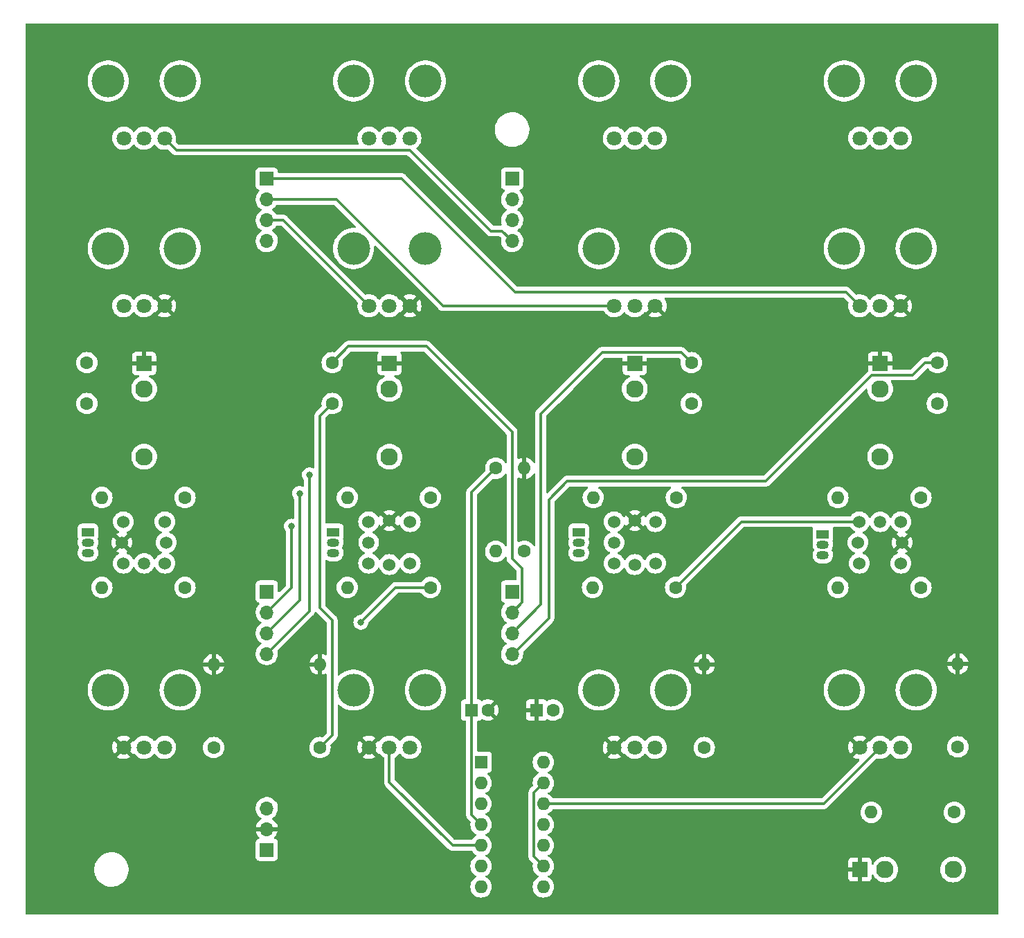
<source format=gbl>
G04 #@! TF.GenerationSoftware,KiCad,Pcbnew,(6.0.1)*
G04 #@! TF.CreationDate,2022-09-12T08:19:43+02:00*
G04 #@! TF.ProjectId,Drumbox,4472756d-626f-4782-9e6b-696361645f70,rev?*
G04 #@! TF.SameCoordinates,Original*
G04 #@! TF.FileFunction,Copper,L2,Bot*
G04 #@! TF.FilePolarity,Positive*
%FSLAX46Y46*%
G04 Gerber Fmt 4.6, Leading zero omitted, Abs format (unit mm)*
G04 Created by KiCad (PCBNEW (6.0.1)) date 2022-09-12 08:19:43*
%MOMM*%
%LPD*%
G01*
G04 APERTURE LIST*
G04 #@! TA.AperFunction,WasherPad*
%ADD10C,4.000000*%
G04 #@! TD*
G04 #@! TA.AperFunction,ComponentPad*
%ADD11C,1.800000*%
G04 #@! TD*
G04 #@! TA.AperFunction,WasherPad*
%ADD12C,1.500000*%
G04 #@! TD*
G04 #@! TA.AperFunction,ComponentPad*
%ADD13C,1.524000*%
G04 #@! TD*
G04 #@! TA.AperFunction,ComponentPad*
%ADD14C,1.600000*%
G04 #@! TD*
G04 #@! TA.AperFunction,ComponentPad*
%ADD15O,1.600000X1.600000*%
G04 #@! TD*
G04 #@! TA.AperFunction,ComponentPad*
%ADD16R,1.600000X1.600000*%
G04 #@! TD*
G04 #@! TA.AperFunction,ComponentPad*
%ADD17R,1.830000X1.930000*%
G04 #@! TD*
G04 #@! TA.AperFunction,ComponentPad*
%ADD18C,2.130000*%
G04 #@! TD*
G04 #@! TA.AperFunction,ComponentPad*
%ADD19R,1.500000X1.050000*%
G04 #@! TD*
G04 #@! TA.AperFunction,ComponentPad*
%ADD20O,1.500000X1.050000*%
G04 #@! TD*
G04 #@! TA.AperFunction,ComponentPad*
%ADD21R,1.930000X1.830000*%
G04 #@! TD*
G04 #@! TA.AperFunction,ComponentPad*
%ADD22R,1.700000X1.700000*%
G04 #@! TD*
G04 #@! TA.AperFunction,ComponentPad*
%ADD23O,1.700000X1.700000*%
G04 #@! TD*
G04 #@! TA.AperFunction,ViaPad*
%ADD24C,0.800000*%
G04 #@! TD*
G04 #@! TA.AperFunction,Conductor*
%ADD25C,0.300000*%
G04 #@! TD*
G04 APERTURE END LIST*
D10*
X84100000Y-38550000D03*
X92900000Y-38550000D03*
D11*
X91000000Y-45550000D03*
X88500000Y-45550000D03*
X86000000Y-45550000D03*
D12*
X145960000Y-95000000D03*
D13*
X145960000Y-97540000D03*
X145960000Y-92460000D03*
X151040000Y-97540000D03*
X151040000Y-92460000D03*
X148500000Y-97700000D03*
X148500000Y-92300000D03*
D14*
X110000000Y-120080000D03*
D15*
X110000000Y-109920000D03*
D14*
X187580000Y-128000000D03*
D15*
X177420000Y-128000000D03*
D10*
X92900000Y-59050000D03*
X84100000Y-59050000D03*
D11*
X91000000Y-66050000D03*
X88500000Y-66050000D03*
X86000000Y-66050000D03*
D14*
X93500000Y-89500000D03*
D15*
X83340000Y-89500000D03*
D14*
X123500000Y-100500000D03*
D15*
X113340000Y-100500000D03*
D14*
X153500000Y-100500000D03*
D15*
X143340000Y-100500000D03*
D16*
X136500000Y-115500000D03*
D14*
X138500000Y-115500000D03*
D17*
X176020000Y-135000000D03*
D18*
X187420000Y-135000000D03*
X179120000Y-135000000D03*
D10*
X144100000Y-113050000D03*
X152900000Y-113050000D03*
D11*
X151000000Y-120050000D03*
X148500000Y-120050000D03*
X146000000Y-120050000D03*
D19*
X141640000Y-93730000D03*
D20*
X141640000Y-95000000D03*
X141640000Y-96270000D03*
D10*
X144100000Y-38550000D03*
X152900000Y-38550000D03*
D11*
X151000000Y-45550000D03*
X148500000Y-45550000D03*
X146000000Y-45550000D03*
D19*
X81640000Y-93730000D03*
D20*
X81640000Y-95000000D03*
X81640000Y-96270000D03*
D10*
X152900000Y-59050000D03*
X144100000Y-59050000D03*
D11*
X151000000Y-66050000D03*
X148500000Y-66050000D03*
X146000000Y-66050000D03*
D10*
X122900000Y-38550000D03*
X114100000Y-38550000D03*
D11*
X121000000Y-45550000D03*
X118500000Y-45550000D03*
X116000000Y-45550000D03*
D21*
X118500000Y-73100000D03*
D18*
X118500000Y-84500000D03*
X118500000Y-76200000D03*
D16*
X129700000Y-121875000D03*
D15*
X129700000Y-124415000D03*
X129700000Y-126955000D03*
X129700000Y-129495000D03*
X129700000Y-132035000D03*
X129700000Y-134575000D03*
X129700000Y-137115000D03*
X137320000Y-137115000D03*
X137320000Y-134575000D03*
X137320000Y-132035000D03*
X137320000Y-129495000D03*
X137320000Y-126955000D03*
X137320000Y-124415000D03*
X137320000Y-121875000D03*
D14*
X123500000Y-89500000D03*
D15*
X113340000Y-89500000D03*
D16*
X128544887Y-115500000D03*
D14*
X130544887Y-115500000D03*
X81500000Y-73000000D03*
X81500000Y-78000000D03*
D12*
X178500000Y-92460000D03*
D13*
X175960000Y-92460000D03*
X181040000Y-92460000D03*
X175960000Y-97540000D03*
X181040000Y-97540000D03*
X175800000Y-95000000D03*
X181200000Y-95000000D03*
D14*
X185500000Y-73000000D03*
X185500000Y-78000000D03*
X111500000Y-73000000D03*
X111500000Y-78000000D03*
D12*
X115960000Y-95000000D03*
D13*
X115960000Y-97540000D03*
X115960000Y-92460000D03*
X121040000Y-97540000D03*
X121040000Y-92460000D03*
X118500000Y-97700000D03*
X118500000Y-92300000D03*
D10*
X182900000Y-59050000D03*
X174100000Y-59050000D03*
D11*
X181000000Y-66050000D03*
X178500000Y-66050000D03*
X176000000Y-66050000D03*
D14*
X93500000Y-100500000D03*
D15*
X83340000Y-100500000D03*
D14*
X188000000Y-120000000D03*
D15*
X188000000Y-109840000D03*
D21*
X148500000Y-73100000D03*
D18*
X148500000Y-84500000D03*
X148500000Y-76200000D03*
D10*
X122900000Y-113050000D03*
X114100000Y-113050000D03*
D11*
X121000000Y-120050000D03*
X118500000Y-120050000D03*
X116000000Y-120050000D03*
D21*
X178500000Y-73100000D03*
D18*
X178500000Y-84500000D03*
X178500000Y-76200000D03*
D14*
X135000000Y-96080000D03*
D15*
X135000000Y-85920000D03*
D12*
X88500000Y-97540000D03*
D13*
X91040000Y-97540000D03*
X85960000Y-97540000D03*
X91040000Y-92460000D03*
X85960000Y-92460000D03*
X91200000Y-95000000D03*
X85800000Y-95000000D03*
D19*
X111640000Y-93730000D03*
D20*
X111640000Y-95000000D03*
X111640000Y-96270000D03*
D14*
X131500000Y-85920000D03*
D15*
X131500000Y-96080000D03*
D10*
X122900000Y-59050000D03*
X114100000Y-59050000D03*
D11*
X121000000Y-66050000D03*
X118500000Y-66050000D03*
X116000000Y-66050000D03*
D14*
X183500000Y-100500000D03*
D15*
X173340000Y-100500000D03*
D14*
X155420000Y-73000000D03*
X155420000Y-78000000D03*
X183500000Y-89500000D03*
D15*
X173340000Y-89500000D03*
D14*
X157000000Y-120080000D03*
D15*
X157000000Y-109920000D03*
D19*
X171500000Y-94000000D03*
D20*
X171500000Y-95270000D03*
X171500000Y-96540000D03*
D10*
X182900000Y-38550000D03*
X174100000Y-38550000D03*
D11*
X181000000Y-45550000D03*
X178500000Y-45550000D03*
X176000000Y-45550000D03*
D10*
X92900000Y-113050000D03*
X84100000Y-113050000D03*
D11*
X91000000Y-120050000D03*
X88500000Y-120050000D03*
X86000000Y-120050000D03*
D10*
X174100000Y-113050000D03*
X182900000Y-113050000D03*
D11*
X181000000Y-120050000D03*
X178500000Y-120050000D03*
X176000000Y-120050000D03*
D14*
X153580000Y-89500000D03*
D15*
X143420000Y-89500000D03*
D21*
X88500000Y-73100000D03*
D18*
X88500000Y-84500000D03*
X88500000Y-76200000D03*
D14*
X97000000Y-120080000D03*
D15*
X97000000Y-109920000D03*
D22*
X133500000Y-101000000D03*
D23*
X133500000Y-103540000D03*
X133500000Y-106080000D03*
X133500000Y-108620000D03*
D22*
X103500000Y-101000000D03*
D23*
X103500000Y-103540000D03*
X103500000Y-106080000D03*
X103500000Y-108620000D03*
D22*
X133500000Y-50500000D03*
D23*
X133500000Y-53040000D03*
X133500000Y-55580000D03*
X133500000Y-58120000D03*
D22*
X103500000Y-50500000D03*
D23*
X103500000Y-53040000D03*
X103500000Y-55580000D03*
X103500000Y-58120000D03*
D22*
X103500000Y-132580000D03*
D23*
X103500000Y-130040000D03*
X103500000Y-127500000D03*
D24*
X106500000Y-93000000D03*
X107500000Y-89000000D03*
X108720023Y-86720023D03*
X115000000Y-104750000D03*
D25*
X105530000Y-55580000D02*
X103500000Y-55580000D01*
X116000000Y-66050000D02*
X105530000Y-55580000D01*
X133500000Y-81500000D02*
X123000000Y-71000000D01*
X134700000Y-98200000D02*
X133500000Y-97000000D01*
X123000000Y-71000000D02*
X113500000Y-71000000D01*
X133500000Y-103540000D02*
X134700000Y-102340000D01*
X133500000Y-97000000D02*
X133500000Y-81500000D01*
X134700000Y-102340000D02*
X134700000Y-98200000D01*
X113500000Y-71000000D02*
X111500000Y-73000000D01*
X112040000Y-53040000D02*
X103500000Y-53040000D01*
X125050000Y-66050000D02*
X112040000Y-53040000D01*
X146000000Y-66050000D02*
X125050000Y-66050000D01*
X137000000Y-102500000D02*
X137000000Y-102580000D01*
X137000000Y-102580000D02*
X133500000Y-106080000D01*
X154170000Y-71750000D02*
X144500000Y-71750000D01*
X144500000Y-71750000D02*
X137000000Y-79250000D01*
X137000000Y-79250000D02*
X137000000Y-102500000D01*
X155420000Y-73000000D02*
X154170000Y-71750000D01*
X174317846Y-64367846D02*
X176000000Y-66050000D01*
X103500000Y-50500000D02*
X120000000Y-50500000D01*
X120000000Y-50500000D02*
X133867846Y-64367846D01*
X133867846Y-64367846D02*
X174317846Y-64367846D01*
X138000000Y-104250000D02*
X138000000Y-89750000D01*
X140250000Y-87500000D02*
X164500000Y-87500000D01*
X182500000Y-74500000D02*
X184000000Y-73000000D01*
X164500000Y-87500000D02*
X177500000Y-74500000D01*
X133500000Y-108620000D02*
X133630000Y-108620000D01*
X133630000Y-108620000D02*
X138000000Y-104250000D01*
X184000000Y-73000000D02*
X185500000Y-73000000D01*
X177500000Y-74500000D02*
X182500000Y-74500000D01*
X138000000Y-89750000D02*
X140250000Y-87500000D01*
X106500000Y-93000000D02*
X106500000Y-100540000D01*
X106500000Y-100540000D02*
X103500000Y-103540000D01*
X107500000Y-102080000D02*
X103500000Y-106080000D01*
X107500000Y-89000000D02*
X107500000Y-102080000D01*
X108720023Y-103399977D02*
X103500000Y-108620000D01*
X108720023Y-86720023D02*
X108720023Y-103399977D01*
X131500000Y-85920000D02*
X128544887Y-88875113D01*
X128544887Y-88875113D02*
X128544887Y-115500000D01*
X129700000Y-129495000D02*
X128544887Y-128339887D01*
X128544887Y-128339887D02*
X128544887Y-115500000D01*
X111500000Y-104500000D02*
X111500000Y-118580000D01*
X111500000Y-118580000D02*
X110000000Y-120080000D01*
X110000000Y-79500000D02*
X110000000Y-103000000D01*
X110000000Y-103000000D02*
X111500000Y-104500000D01*
X111500000Y-78000000D02*
X110000000Y-79500000D01*
X130900000Y-56900000D02*
X121000000Y-47000000D01*
X132280000Y-56900000D02*
X130900000Y-56900000D01*
X133500000Y-58120000D02*
X132280000Y-56900000D01*
X121000000Y-47000000D02*
X92450000Y-47000000D01*
X92450000Y-47000000D02*
X91000000Y-45550000D01*
X136170489Y-133425489D02*
X137320000Y-134575000D01*
X136170489Y-125564511D02*
X136170489Y-133425489D01*
X137320000Y-124415000D02*
X136170489Y-125564511D01*
X118500000Y-124317767D02*
X118500000Y-120050000D01*
X129700000Y-132035000D02*
X126217233Y-132035000D01*
X126217233Y-132035000D02*
X118500000Y-124317767D01*
X137320000Y-126955000D02*
X171595000Y-126955000D01*
X171595000Y-126955000D02*
X178500000Y-120050000D01*
X161540000Y-92460000D02*
X153500000Y-100500000D01*
X119250000Y-100500000D02*
X123500000Y-100500000D01*
X175960000Y-92460000D02*
X161540000Y-92460000D01*
X115000000Y-104750000D02*
X119250000Y-100500000D01*
G04 #@! TA.AperFunction,Conductor*
G36*
X192934121Y-31528002D02*
G01*
X192980614Y-31581658D01*
X192992000Y-31634000D01*
X192992001Y-140366000D01*
X192971999Y-140434121D01*
X192918343Y-140480614D01*
X192866001Y-140492000D01*
X74134000Y-140492000D01*
X74065879Y-140471998D01*
X74019386Y-140418342D01*
X74008000Y-140366000D01*
X74008000Y-135132703D01*
X82390743Y-135132703D01*
X82428268Y-135417734D01*
X82429401Y-135421874D01*
X82429401Y-135421876D01*
X82433035Y-135435159D01*
X82504129Y-135695036D01*
X82505813Y-135698984D01*
X82604990Y-135931499D01*
X82616923Y-135959476D01*
X82764561Y-136206161D01*
X82944313Y-136430528D01*
X83152851Y-136628423D01*
X83386317Y-136796186D01*
X83390112Y-136798195D01*
X83390113Y-136798196D01*
X83411869Y-136809715D01*
X83640392Y-136930712D01*
X83910373Y-137029511D01*
X84191264Y-137090755D01*
X84219841Y-137093004D01*
X84414282Y-137108307D01*
X84414291Y-137108307D01*
X84416739Y-137108500D01*
X84572271Y-137108500D01*
X84574407Y-137108354D01*
X84574418Y-137108354D01*
X84782548Y-137094165D01*
X84782554Y-137094164D01*
X84786825Y-137093873D01*
X84791020Y-137093004D01*
X84791022Y-137093004D01*
X84927583Y-137064724D01*
X85068342Y-137035574D01*
X85339343Y-136939607D01*
X85594812Y-136807750D01*
X85598313Y-136805289D01*
X85598317Y-136805287D01*
X85789292Y-136671067D01*
X85830023Y-136642441D01*
X86012762Y-136472629D01*
X86037479Y-136449661D01*
X86037481Y-136449658D01*
X86040622Y-136446740D01*
X86222713Y-136224268D01*
X86372927Y-135979142D01*
X86488483Y-135715898D01*
X86567244Y-135439406D01*
X86607751Y-135154784D01*
X86607845Y-135136951D01*
X86609235Y-134871583D01*
X86609235Y-134871576D01*
X86609257Y-134867297D01*
X86571732Y-134582266D01*
X86568247Y-134569525D01*
X86549585Y-134501311D01*
X86495871Y-134304964D01*
X86396614Y-134072260D01*
X86384763Y-134044476D01*
X86384761Y-134044472D01*
X86383077Y-134040524D01*
X86284150Y-133875229D01*
X86237643Y-133797521D01*
X86237640Y-133797517D01*
X86235439Y-133793839D01*
X86055687Y-133569472D01*
X85959437Y-133478134D01*
X102141500Y-133478134D01*
X102148255Y-133540316D01*
X102199385Y-133676705D01*
X102286739Y-133793261D01*
X102403295Y-133880615D01*
X102539684Y-133931745D01*
X102601866Y-133938500D01*
X104398134Y-133938500D01*
X104460316Y-133931745D01*
X104596705Y-133880615D01*
X104713261Y-133793261D01*
X104800615Y-133676705D01*
X104851745Y-133540316D01*
X104858500Y-133478134D01*
X104858500Y-131681866D01*
X104851745Y-131619684D01*
X104800615Y-131483295D01*
X104713261Y-131366739D01*
X104596705Y-131279385D01*
X104477687Y-131234767D01*
X104420923Y-131192125D01*
X104396223Y-131125564D01*
X104411430Y-131056215D01*
X104432977Y-131027535D01*
X104534052Y-130926812D01*
X104540730Y-130918965D01*
X104665003Y-130746020D01*
X104670313Y-130737183D01*
X104764670Y-130546267D01*
X104768469Y-130536672D01*
X104830377Y-130332910D01*
X104832555Y-130322837D01*
X104833986Y-130311962D01*
X104831775Y-130297778D01*
X104818617Y-130294000D01*
X102183225Y-130294000D01*
X102169694Y-130297973D01*
X102168257Y-130307966D01*
X102198565Y-130442446D01*
X102201645Y-130452275D01*
X102281770Y-130649603D01*
X102286413Y-130658794D01*
X102397694Y-130840388D01*
X102403777Y-130848699D01*
X102543213Y-131009667D01*
X102550577Y-131016879D01*
X102555522Y-131020985D01*
X102595156Y-131079889D01*
X102596653Y-131150870D01*
X102559537Y-131211392D01*
X102519264Y-131235910D01*
X102411705Y-131276232D01*
X102411704Y-131276233D01*
X102403295Y-131279385D01*
X102286739Y-131366739D01*
X102199385Y-131483295D01*
X102148255Y-131619684D01*
X102141500Y-131681866D01*
X102141500Y-133478134D01*
X85959437Y-133478134D01*
X85847149Y-133371577D01*
X85613683Y-133203814D01*
X85591843Y-133192250D01*
X85548622Y-133169366D01*
X85359608Y-133069288D01*
X85089627Y-132970489D01*
X84808736Y-132909245D01*
X84777685Y-132906801D01*
X84585718Y-132891693D01*
X84585709Y-132891693D01*
X84583261Y-132891500D01*
X84427729Y-132891500D01*
X84425593Y-132891646D01*
X84425582Y-132891646D01*
X84217452Y-132905835D01*
X84217446Y-132905836D01*
X84213175Y-132906127D01*
X84208980Y-132906996D01*
X84208978Y-132906996D01*
X84072417Y-132935276D01*
X83931658Y-132964426D01*
X83660657Y-133060393D01*
X83405188Y-133192250D01*
X83401687Y-133194711D01*
X83401683Y-133194713D01*
X83340488Y-133237722D01*
X83169977Y-133357559D01*
X83152329Y-133373959D01*
X82973058Y-133540548D01*
X82959378Y-133553260D01*
X82777287Y-133775732D01*
X82627073Y-134020858D01*
X82625347Y-134024791D01*
X82625346Y-134024792D01*
X82581026Y-134125757D01*
X82511517Y-134284102D01*
X82432756Y-134560594D01*
X82392249Y-134845216D01*
X82392227Y-134849505D01*
X82392226Y-134849512D01*
X82391464Y-134995070D01*
X82390743Y-135132703D01*
X74008000Y-135132703D01*
X74008000Y-127466695D01*
X102137251Y-127466695D01*
X102137548Y-127471848D01*
X102137548Y-127471851D01*
X102146258Y-127622901D01*
X102150110Y-127689715D01*
X102151247Y-127694761D01*
X102151248Y-127694767D01*
X102168634Y-127771913D01*
X102199222Y-127907639D01*
X102236726Y-128000000D01*
X102275240Y-128094849D01*
X102283266Y-128114616D01*
X102285965Y-128119020D01*
X102383035Y-128277424D01*
X102399987Y-128305088D01*
X102546250Y-128473938D01*
X102718126Y-128616632D01*
X102741824Y-128630480D01*
X102791955Y-128659774D01*
X102840679Y-128711412D01*
X102853750Y-128781195D01*
X102827019Y-128846967D01*
X102786562Y-128880327D01*
X102778457Y-128884546D01*
X102769738Y-128890036D01*
X102599433Y-129017905D01*
X102591726Y-129024748D01*
X102444590Y-129178717D01*
X102438104Y-129186727D01*
X102318098Y-129362649D01*
X102313000Y-129371623D01*
X102223338Y-129564783D01*
X102219775Y-129574470D01*
X102164389Y-129774183D01*
X102165912Y-129782607D01*
X102178292Y-129786000D01*
X104818344Y-129786000D01*
X104831875Y-129782027D01*
X104833180Y-129772947D01*
X104791214Y-129605875D01*
X104787894Y-129596124D01*
X104702972Y-129400814D01*
X104698105Y-129391739D01*
X104582426Y-129212926D01*
X104576136Y-129204757D01*
X104432806Y-129047240D01*
X104425273Y-129040215D01*
X104258139Y-128908222D01*
X104249556Y-128902520D01*
X104212602Y-128882120D01*
X104162631Y-128831687D01*
X104147859Y-128762245D01*
X104172975Y-128695839D01*
X104200327Y-128669232D01*
X104266621Y-128621945D01*
X104379860Y-128541173D01*
X104538096Y-128383489D01*
X104556788Y-128357477D01*
X104665435Y-128206277D01*
X104668453Y-128202077D01*
X104691206Y-128156041D01*
X104765136Y-128006453D01*
X104765137Y-128006451D01*
X104767430Y-128001811D01*
X104832370Y-127788069D01*
X104861529Y-127566590D01*
X104861786Y-127556067D01*
X104863074Y-127503365D01*
X104863074Y-127503361D01*
X104863156Y-127500000D01*
X104844852Y-127277361D01*
X104790431Y-127060702D01*
X104701354Y-126855840D01*
X104621493Y-126732393D01*
X104582822Y-126672617D01*
X104582820Y-126672614D01*
X104580014Y-126668277D01*
X104429670Y-126503051D01*
X104425619Y-126499852D01*
X104425615Y-126499848D01*
X104258414Y-126367800D01*
X104258410Y-126367798D01*
X104254359Y-126364598D01*
X104058789Y-126256638D01*
X104053920Y-126254914D01*
X104053916Y-126254912D01*
X103853087Y-126183795D01*
X103853083Y-126183794D01*
X103848212Y-126182069D01*
X103843119Y-126181162D01*
X103843116Y-126181161D01*
X103633373Y-126143800D01*
X103633367Y-126143799D01*
X103628284Y-126142894D01*
X103554452Y-126141992D01*
X103410081Y-126140228D01*
X103410079Y-126140228D01*
X103404911Y-126140165D01*
X103184091Y-126173955D01*
X102971756Y-126243357D01*
X102773607Y-126346507D01*
X102769474Y-126349610D01*
X102769471Y-126349612D01*
X102745247Y-126367800D01*
X102594965Y-126480635D01*
X102440629Y-126642138D01*
X102437715Y-126646410D01*
X102437714Y-126646411D01*
X102395782Y-126707881D01*
X102314743Y-126826680D01*
X102220688Y-127029305D01*
X102160989Y-127244570D01*
X102137251Y-127466695D01*
X74008000Y-127466695D01*
X74008000Y-121211406D01*
X85203423Y-121211406D01*
X85208704Y-121218461D01*
X85385080Y-121321527D01*
X85394363Y-121325974D01*
X85601003Y-121404883D01*
X85610901Y-121407759D01*
X85827653Y-121451857D01*
X85837883Y-121453076D01*
X86058914Y-121461182D01*
X86069223Y-121460714D01*
X86288623Y-121432608D01*
X86298688Y-121430468D01*
X86510557Y-121366905D01*
X86520152Y-121363144D01*
X86718778Y-121265838D01*
X86727636Y-121260559D01*
X86785097Y-121219572D01*
X86793497Y-121208874D01*
X86786510Y-121195721D01*
X86012811Y-120422021D01*
X85998868Y-120414408D01*
X85997034Y-120414539D01*
X85990420Y-120418790D01*
X85210180Y-121199031D01*
X85203423Y-121211406D01*
X74008000Y-121211406D01*
X74008000Y-120020638D01*
X84587893Y-120020638D01*
X84600627Y-120241468D01*
X84602061Y-120251670D01*
X84650685Y-120467439D01*
X84653773Y-120477292D01*
X84736986Y-120682220D01*
X84741634Y-120691421D01*
X84830097Y-120835781D01*
X84840553Y-120845242D01*
X84849331Y-120841458D01*
X85627979Y-120062811D01*
X85634356Y-120051132D01*
X86364408Y-120051132D01*
X86364539Y-120052966D01*
X86368790Y-120059580D01*
X87146307Y-120837096D01*
X87158313Y-120843652D01*
X87167244Y-120836829D01*
X87233519Y-120811370D01*
X87303037Y-120825783D01*
X87351165Y-120871117D01*
X87356800Y-120880311D01*
X87359501Y-120884719D01*
X87511147Y-121059784D01*
X87689349Y-121207730D01*
X87889322Y-121324584D01*
X88105694Y-121407209D01*
X88110760Y-121408240D01*
X88110761Y-121408240D01*
X88147463Y-121415707D01*
X88332656Y-121453385D01*
X88463324Y-121458176D01*
X88558949Y-121461683D01*
X88558953Y-121461683D01*
X88564113Y-121461872D01*
X88569233Y-121461216D01*
X88569235Y-121461216D01*
X88658871Y-121449733D01*
X88793847Y-121432442D01*
X88798795Y-121430957D01*
X88798802Y-121430956D01*
X89010747Y-121367369D01*
X89015690Y-121365886D01*
X89097161Y-121325974D01*
X89219049Y-121266262D01*
X89219052Y-121266260D01*
X89223684Y-121263991D01*
X89412243Y-121129494D01*
X89576303Y-120966005D01*
X89645370Y-120869888D01*
X89701365Y-120826240D01*
X89772068Y-120819794D01*
X89835033Y-120852597D01*
X89855128Y-120877584D01*
X89856799Y-120880311D01*
X89856802Y-120880315D01*
X89859501Y-120884719D01*
X90011147Y-121059784D01*
X90189349Y-121207730D01*
X90389322Y-121324584D01*
X90605694Y-121407209D01*
X90610760Y-121408240D01*
X90610761Y-121408240D01*
X90647463Y-121415707D01*
X90832656Y-121453385D01*
X90963324Y-121458176D01*
X91058949Y-121461683D01*
X91058953Y-121461683D01*
X91064113Y-121461872D01*
X91069233Y-121461216D01*
X91069235Y-121461216D01*
X91158871Y-121449733D01*
X91293847Y-121432442D01*
X91298795Y-121430957D01*
X91298802Y-121430956D01*
X91510747Y-121367369D01*
X91515690Y-121365886D01*
X91597161Y-121325974D01*
X91719049Y-121266262D01*
X91719052Y-121266260D01*
X91723684Y-121263991D01*
X91912243Y-121129494D01*
X92076303Y-120966005D01*
X92211458Y-120777917D01*
X92229577Y-120741257D01*
X92311784Y-120574922D01*
X92311785Y-120574920D01*
X92314078Y-120570280D01*
X92381408Y-120348671D01*
X92411640Y-120119041D01*
X92412594Y-120080000D01*
X95686502Y-120080000D01*
X95706457Y-120308087D01*
X95707881Y-120313400D01*
X95707881Y-120313402D01*
X95751796Y-120477292D01*
X95765716Y-120529243D01*
X95768039Y-120534224D01*
X95768039Y-120534225D01*
X95860151Y-120731762D01*
X95860154Y-120731767D01*
X95862477Y-120736749D01*
X95926578Y-120828295D01*
X95937332Y-120843652D01*
X95993802Y-120924300D01*
X96155700Y-121086198D01*
X96160208Y-121089355D01*
X96160211Y-121089357D01*
X96212329Y-121125850D01*
X96343251Y-121217523D01*
X96348233Y-121219846D01*
X96348238Y-121219849D01*
X96545421Y-121311796D01*
X96550757Y-121314284D01*
X96556065Y-121315706D01*
X96556067Y-121315707D01*
X96766598Y-121372119D01*
X96766600Y-121372119D01*
X96771913Y-121373543D01*
X97000000Y-121393498D01*
X97228087Y-121373543D01*
X97233400Y-121372119D01*
X97233402Y-121372119D01*
X97443933Y-121315707D01*
X97443935Y-121315706D01*
X97449243Y-121314284D01*
X97454579Y-121311796D01*
X97651762Y-121219849D01*
X97651767Y-121219846D01*
X97656749Y-121217523D01*
X97787671Y-121125850D01*
X97839789Y-121089357D01*
X97839792Y-121089355D01*
X97844300Y-121086198D01*
X98006198Y-120924300D01*
X98062669Y-120843652D01*
X98073422Y-120828295D01*
X98137523Y-120736749D01*
X98139846Y-120731767D01*
X98139849Y-120731762D01*
X98231961Y-120534225D01*
X98231961Y-120534224D01*
X98234284Y-120529243D01*
X98248205Y-120477292D01*
X98292119Y-120313402D01*
X98292119Y-120313400D01*
X98293543Y-120308087D01*
X98313498Y-120080000D01*
X98293543Y-119851913D01*
X98234284Y-119630757D01*
X98204622Y-119567146D01*
X98139849Y-119428238D01*
X98139846Y-119428233D01*
X98137523Y-119423251D01*
X98064098Y-119318389D01*
X98009357Y-119240211D01*
X98009355Y-119240208D01*
X98006198Y-119235700D01*
X97844300Y-119073802D01*
X97839792Y-119070645D01*
X97839789Y-119070643D01*
X97735614Y-118997699D01*
X97656749Y-118942477D01*
X97651767Y-118940154D01*
X97651762Y-118940151D01*
X97454225Y-118848039D01*
X97454224Y-118848039D01*
X97449243Y-118845716D01*
X97443935Y-118844294D01*
X97443933Y-118844293D01*
X97233402Y-118787881D01*
X97233400Y-118787881D01*
X97228087Y-118786457D01*
X97000000Y-118766502D01*
X96771913Y-118786457D01*
X96766600Y-118787881D01*
X96766598Y-118787881D01*
X96556067Y-118844293D01*
X96556065Y-118844294D01*
X96550757Y-118845716D01*
X96545776Y-118848039D01*
X96545775Y-118848039D01*
X96348238Y-118940151D01*
X96348233Y-118940154D01*
X96343251Y-118942477D01*
X96264386Y-118997699D01*
X96160211Y-119070643D01*
X96160208Y-119070645D01*
X96155700Y-119073802D01*
X95993802Y-119235700D01*
X95990645Y-119240208D01*
X95990643Y-119240211D01*
X95935902Y-119318389D01*
X95862477Y-119423251D01*
X95860154Y-119428233D01*
X95860151Y-119428238D01*
X95795378Y-119567146D01*
X95765716Y-119630757D01*
X95706457Y-119851913D01*
X95686502Y-120080000D01*
X92412594Y-120080000D01*
X92413327Y-120050000D01*
X92397492Y-119857393D01*
X92394773Y-119824318D01*
X92394772Y-119824312D01*
X92394349Y-119819167D01*
X92360797Y-119685592D01*
X92339184Y-119599544D01*
X92339183Y-119599540D01*
X92337925Y-119594533D01*
X92318891Y-119550757D01*
X92247630Y-119386868D01*
X92247628Y-119386865D01*
X92245570Y-119382131D01*
X92119764Y-119187665D01*
X91963887Y-119016358D01*
X91959836Y-119013159D01*
X91959832Y-119013155D01*
X91786177Y-118876011D01*
X91786172Y-118876008D01*
X91782123Y-118872810D01*
X91777607Y-118870317D01*
X91777604Y-118870315D01*
X91583879Y-118763373D01*
X91583875Y-118763371D01*
X91579355Y-118760876D01*
X91574486Y-118759152D01*
X91574482Y-118759150D01*
X91365903Y-118685288D01*
X91365899Y-118685287D01*
X91361028Y-118683562D01*
X91355935Y-118682655D01*
X91355932Y-118682654D01*
X91138095Y-118643851D01*
X91138089Y-118643850D01*
X91133006Y-118642945D01*
X91060096Y-118642054D01*
X90906581Y-118640179D01*
X90906579Y-118640179D01*
X90901411Y-118640116D01*
X90672464Y-118675150D01*
X90452314Y-118747106D01*
X90447726Y-118749494D01*
X90447722Y-118749496D01*
X90318707Y-118816657D01*
X90246872Y-118854052D01*
X90242739Y-118857155D01*
X90242736Y-118857157D01*
X90065790Y-118990012D01*
X90061655Y-118993117D01*
X89901639Y-119160564D01*
X89854836Y-119229174D01*
X89799927Y-119274175D01*
X89729402Y-119282346D01*
X89665655Y-119251092D01*
X89644959Y-119226609D01*
X89622577Y-119192013D01*
X89622574Y-119192009D01*
X89619764Y-119187665D01*
X89463887Y-119016358D01*
X89459836Y-119013159D01*
X89459832Y-119013155D01*
X89286177Y-118876011D01*
X89286172Y-118876008D01*
X89282123Y-118872810D01*
X89277607Y-118870317D01*
X89277604Y-118870315D01*
X89083879Y-118763373D01*
X89083875Y-118763371D01*
X89079355Y-118760876D01*
X89074486Y-118759152D01*
X89074482Y-118759150D01*
X88865903Y-118685288D01*
X88865899Y-118685287D01*
X88861028Y-118683562D01*
X88855935Y-118682655D01*
X88855932Y-118682654D01*
X88638095Y-118643851D01*
X88638089Y-118643850D01*
X88633006Y-118642945D01*
X88560096Y-118642054D01*
X88406581Y-118640179D01*
X88406579Y-118640179D01*
X88401411Y-118640116D01*
X88172464Y-118675150D01*
X87952314Y-118747106D01*
X87947726Y-118749494D01*
X87947722Y-118749496D01*
X87818707Y-118816657D01*
X87746872Y-118854052D01*
X87742739Y-118857155D01*
X87742736Y-118857157D01*
X87565790Y-118990012D01*
X87561655Y-118993117D01*
X87401639Y-119160564D01*
X87398730Y-119164829D01*
X87398724Y-119164837D01*
X87350199Y-119235972D01*
X87295288Y-119280975D01*
X87224763Y-119289146D01*
X87163884Y-119260439D01*
X87158538Y-119255835D01*
X87148973Y-119260238D01*
X86372021Y-120037189D01*
X86364408Y-120051132D01*
X85634356Y-120051132D01*
X85635592Y-120048868D01*
X85635461Y-120047034D01*
X85631210Y-120040420D01*
X84853862Y-119263073D01*
X84842330Y-119256776D01*
X84830048Y-119266399D01*
X84774467Y-119347877D01*
X84769379Y-119356833D01*
X84676252Y-119557459D01*
X84672689Y-119567146D01*
X84613581Y-119780280D01*
X84611650Y-119790400D01*
X84588145Y-120010349D01*
X84587893Y-120020638D01*
X74008000Y-120020638D01*
X74008000Y-118890711D01*
X85205508Y-118890711D01*
X85212251Y-118903040D01*
X85987189Y-119677979D01*
X86001132Y-119685592D01*
X86002966Y-119685461D01*
X86009580Y-119681210D01*
X86788994Y-118901795D01*
X86796011Y-118888944D01*
X86788237Y-118878274D01*
X86785902Y-118876430D01*
X86777320Y-118870729D01*
X86583678Y-118763833D01*
X86574272Y-118759606D01*
X86365772Y-118685772D01*
X86355809Y-118683140D01*
X86138047Y-118644350D01*
X86127796Y-118643381D01*
X85906616Y-118640679D01*
X85896332Y-118641399D01*
X85677693Y-118674855D01*
X85667666Y-118677244D01*
X85457426Y-118745961D01*
X85447916Y-118749958D01*
X85251725Y-118852089D01*
X85243007Y-118857578D01*
X85213961Y-118879386D01*
X85205508Y-118890711D01*
X74008000Y-118890711D01*
X74008000Y-113050000D01*
X81586540Y-113050000D01*
X81606359Y-113365020D01*
X81665505Y-113675072D01*
X81763044Y-113975266D01*
X81764731Y-113978852D01*
X81764733Y-113978856D01*
X81895750Y-114257283D01*
X81895754Y-114257290D01*
X81897438Y-114260869D01*
X82066568Y-114527375D01*
X82267767Y-114770582D01*
X82497860Y-114986654D01*
X82753221Y-115172184D01*
X82756690Y-115174091D01*
X82756693Y-115174093D01*
X82887491Y-115246000D01*
X83029821Y-115324247D01*
X83033490Y-115325700D01*
X83033495Y-115325702D01*
X83319628Y-115438990D01*
X83323298Y-115440443D01*
X83629025Y-115518940D01*
X83942179Y-115558500D01*
X84257821Y-115558500D01*
X84570975Y-115518940D01*
X84876702Y-115440443D01*
X84880372Y-115438990D01*
X85166505Y-115325702D01*
X85166510Y-115325700D01*
X85170179Y-115324247D01*
X85312509Y-115246000D01*
X85443307Y-115174093D01*
X85443310Y-115174091D01*
X85446779Y-115172184D01*
X85702140Y-114986654D01*
X85932233Y-114770582D01*
X86133432Y-114527375D01*
X86302562Y-114260869D01*
X86304246Y-114257290D01*
X86304250Y-114257283D01*
X86435267Y-113978856D01*
X86435269Y-113978852D01*
X86436956Y-113975266D01*
X86534495Y-113675072D01*
X86593641Y-113365020D01*
X86613460Y-113050000D01*
X90386540Y-113050000D01*
X90406359Y-113365020D01*
X90465505Y-113675072D01*
X90563044Y-113975266D01*
X90564731Y-113978852D01*
X90564733Y-113978856D01*
X90695750Y-114257283D01*
X90695754Y-114257290D01*
X90697438Y-114260869D01*
X90866568Y-114527375D01*
X91067767Y-114770582D01*
X91297860Y-114986654D01*
X91553221Y-115172184D01*
X91556690Y-115174091D01*
X91556693Y-115174093D01*
X91687491Y-115246000D01*
X91829821Y-115324247D01*
X91833490Y-115325700D01*
X91833495Y-115325702D01*
X92119628Y-115438990D01*
X92123298Y-115440443D01*
X92429025Y-115518940D01*
X92742179Y-115558500D01*
X93057821Y-115558500D01*
X93370975Y-115518940D01*
X93676702Y-115440443D01*
X93680372Y-115438990D01*
X93966505Y-115325702D01*
X93966510Y-115325700D01*
X93970179Y-115324247D01*
X94112509Y-115246000D01*
X94243307Y-115174093D01*
X94243310Y-115174091D01*
X94246779Y-115172184D01*
X94502140Y-114986654D01*
X94732233Y-114770582D01*
X94933432Y-114527375D01*
X95102562Y-114260869D01*
X95104246Y-114257290D01*
X95104250Y-114257283D01*
X95235267Y-113978856D01*
X95235269Y-113978852D01*
X95236956Y-113975266D01*
X95334495Y-113675072D01*
X95393641Y-113365020D01*
X95413460Y-113050000D01*
X95393641Y-112734980D01*
X95334495Y-112424928D01*
X95236956Y-112124734D01*
X95235267Y-112121144D01*
X95104250Y-111842717D01*
X95104246Y-111842710D01*
X95102562Y-111839131D01*
X94933432Y-111572625D01*
X94732233Y-111329418D01*
X94502140Y-111113346D01*
X94494737Y-111107967D01*
X94444530Y-111071490D01*
X94246779Y-110927816D01*
X94090529Y-110841916D01*
X93973648Y-110777660D01*
X93973647Y-110777659D01*
X93970179Y-110775753D01*
X93966510Y-110774300D01*
X93966505Y-110774298D01*
X93680372Y-110661010D01*
X93680371Y-110661010D01*
X93676702Y-110659557D01*
X93370975Y-110581060D01*
X93057821Y-110541500D01*
X92742179Y-110541500D01*
X92429025Y-110581060D01*
X92123298Y-110659557D01*
X92119629Y-110661010D01*
X92119628Y-110661010D01*
X91833495Y-110774298D01*
X91833490Y-110774300D01*
X91829821Y-110775753D01*
X91826353Y-110777659D01*
X91826352Y-110777660D01*
X91709472Y-110841916D01*
X91553221Y-110927816D01*
X91355470Y-111071490D01*
X91305264Y-111107967D01*
X91297860Y-111113346D01*
X91067767Y-111329418D01*
X90866568Y-111572625D01*
X90697438Y-111839131D01*
X90695754Y-111842710D01*
X90695750Y-111842717D01*
X90564733Y-112121144D01*
X90563044Y-112124734D01*
X90465505Y-112424928D01*
X90406359Y-112734980D01*
X90386540Y-113050000D01*
X86613460Y-113050000D01*
X86593641Y-112734980D01*
X86534495Y-112424928D01*
X86436956Y-112124734D01*
X86435267Y-112121144D01*
X86304250Y-111842717D01*
X86304246Y-111842710D01*
X86302562Y-111839131D01*
X86133432Y-111572625D01*
X85932233Y-111329418D01*
X85702140Y-111113346D01*
X85694737Y-111107967D01*
X85644530Y-111071490D01*
X85446779Y-110927816D01*
X85290529Y-110841916D01*
X85173648Y-110777660D01*
X85173647Y-110777659D01*
X85170179Y-110775753D01*
X85166510Y-110774300D01*
X85166505Y-110774298D01*
X84880372Y-110661010D01*
X84880371Y-110661010D01*
X84876702Y-110659557D01*
X84570975Y-110581060D01*
X84257821Y-110541500D01*
X83942179Y-110541500D01*
X83629025Y-110581060D01*
X83323298Y-110659557D01*
X83319629Y-110661010D01*
X83319628Y-110661010D01*
X83033495Y-110774298D01*
X83033490Y-110774300D01*
X83029821Y-110775753D01*
X83026353Y-110777659D01*
X83026352Y-110777660D01*
X82909472Y-110841916D01*
X82753221Y-110927816D01*
X82555470Y-111071490D01*
X82505264Y-111107967D01*
X82497860Y-111113346D01*
X82267767Y-111329418D01*
X82066568Y-111572625D01*
X81897438Y-111839131D01*
X81895754Y-111842710D01*
X81895750Y-111842717D01*
X81764733Y-112121144D01*
X81763044Y-112124734D01*
X81665505Y-112424928D01*
X81606359Y-112734980D01*
X81586540Y-113050000D01*
X74008000Y-113050000D01*
X74008000Y-110186522D01*
X95717273Y-110186522D01*
X95764764Y-110363761D01*
X95768510Y-110374053D01*
X95860586Y-110571511D01*
X95866069Y-110581007D01*
X95991028Y-110759467D01*
X95998084Y-110767875D01*
X96152125Y-110921916D01*
X96160533Y-110928972D01*
X96338993Y-111053931D01*
X96348489Y-111059414D01*
X96545947Y-111151490D01*
X96556239Y-111155236D01*
X96728503Y-111201394D01*
X96742599Y-111201058D01*
X96746000Y-111193116D01*
X96746000Y-111187967D01*
X97254000Y-111187967D01*
X97257973Y-111201498D01*
X97266522Y-111202727D01*
X97443761Y-111155236D01*
X97454053Y-111151490D01*
X97651511Y-111059414D01*
X97661007Y-111053931D01*
X97839467Y-110928972D01*
X97847875Y-110921916D01*
X98001916Y-110767875D01*
X98008972Y-110759467D01*
X98133931Y-110581007D01*
X98139414Y-110571511D01*
X98231490Y-110374053D01*
X98235236Y-110363761D01*
X98281394Y-110191497D01*
X98281275Y-110186522D01*
X108717273Y-110186522D01*
X108764764Y-110363761D01*
X108768510Y-110374053D01*
X108860586Y-110571511D01*
X108866069Y-110581007D01*
X108991028Y-110759467D01*
X108998084Y-110767875D01*
X109152125Y-110921916D01*
X109160533Y-110928972D01*
X109338993Y-111053931D01*
X109348489Y-111059414D01*
X109545947Y-111151490D01*
X109556239Y-111155236D01*
X109728503Y-111201394D01*
X109742599Y-111201058D01*
X109746000Y-111193116D01*
X109746000Y-110192115D01*
X109741525Y-110176876D01*
X109740135Y-110175671D01*
X109732452Y-110174000D01*
X108732033Y-110174000D01*
X108718502Y-110177973D01*
X108717273Y-110186522D01*
X98281275Y-110186522D01*
X98281058Y-110177401D01*
X98273116Y-110174000D01*
X97272115Y-110174000D01*
X97256876Y-110178475D01*
X97255671Y-110179865D01*
X97254000Y-110187548D01*
X97254000Y-111187967D01*
X96746000Y-111187967D01*
X96746000Y-110192115D01*
X96741525Y-110176876D01*
X96740135Y-110175671D01*
X96732452Y-110174000D01*
X95732033Y-110174000D01*
X95718502Y-110177973D01*
X95717273Y-110186522D01*
X74008000Y-110186522D01*
X74008000Y-109648503D01*
X95718606Y-109648503D01*
X95718942Y-109662599D01*
X95726884Y-109666000D01*
X96727885Y-109666000D01*
X96743124Y-109661525D01*
X96744329Y-109660135D01*
X96746000Y-109652452D01*
X96746000Y-109647885D01*
X97254000Y-109647885D01*
X97258475Y-109663124D01*
X97259865Y-109664329D01*
X97267548Y-109666000D01*
X98267967Y-109666000D01*
X98281498Y-109662027D01*
X98282727Y-109653478D01*
X98235236Y-109476239D01*
X98231490Y-109465947D01*
X98139414Y-109268489D01*
X98133931Y-109258993D01*
X98008972Y-109080533D01*
X98001916Y-109072125D01*
X97847875Y-108918084D01*
X97839467Y-108911028D01*
X97661007Y-108786069D01*
X97651511Y-108780586D01*
X97454053Y-108688510D01*
X97443761Y-108684764D01*
X97271497Y-108638606D01*
X97257401Y-108638942D01*
X97254000Y-108646884D01*
X97254000Y-109647885D01*
X96746000Y-109647885D01*
X96746000Y-108652033D01*
X96742027Y-108638502D01*
X96733478Y-108637273D01*
X96556239Y-108684764D01*
X96545947Y-108688510D01*
X96348489Y-108780586D01*
X96338993Y-108786069D01*
X96160533Y-108911028D01*
X96152125Y-108918084D01*
X95998084Y-109072125D01*
X95991028Y-109080533D01*
X95866069Y-109258993D01*
X95860586Y-109268489D01*
X95768510Y-109465947D01*
X95764764Y-109476239D01*
X95718606Y-109648503D01*
X74008000Y-109648503D01*
X74008000Y-108586695D01*
X102137251Y-108586695D01*
X102137548Y-108591848D01*
X102137548Y-108591851D01*
X102148430Y-108780586D01*
X102150110Y-108809715D01*
X102151247Y-108814761D01*
X102151248Y-108814767D01*
X102154913Y-108831028D01*
X102199222Y-109027639D01*
X102283266Y-109234616D01*
X102399987Y-109425088D01*
X102546250Y-109593938D01*
X102718126Y-109736632D01*
X102911000Y-109849338D01*
X103119692Y-109929030D01*
X103124760Y-109930061D01*
X103124763Y-109930062D01*
X103232017Y-109951883D01*
X103338597Y-109973567D01*
X103343772Y-109973757D01*
X103343774Y-109973757D01*
X103556673Y-109981564D01*
X103556677Y-109981564D01*
X103561837Y-109981753D01*
X103566957Y-109981097D01*
X103566959Y-109981097D01*
X103778288Y-109954025D01*
X103778289Y-109954025D01*
X103783416Y-109953368D01*
X103788366Y-109951883D01*
X103992429Y-109890661D01*
X103992434Y-109890659D01*
X103997384Y-109889174D01*
X104197994Y-109790896D01*
X104379860Y-109661173D01*
X104392575Y-109648503D01*
X108718606Y-109648503D01*
X108718942Y-109662599D01*
X108726884Y-109666000D01*
X109727885Y-109666000D01*
X109743124Y-109661525D01*
X109744329Y-109660135D01*
X109746000Y-109652452D01*
X109746000Y-108652033D01*
X109742027Y-108638502D01*
X109733478Y-108637273D01*
X109556239Y-108684764D01*
X109545947Y-108688510D01*
X109348489Y-108780586D01*
X109338993Y-108786069D01*
X109160533Y-108911028D01*
X109152125Y-108918084D01*
X108998084Y-109072125D01*
X108991028Y-109080533D01*
X108866069Y-109258993D01*
X108860586Y-109268489D01*
X108768510Y-109465947D01*
X108764764Y-109476239D01*
X108718606Y-109648503D01*
X104392575Y-109648503D01*
X104534435Y-109507137D01*
X104538096Y-109503489D01*
X104597594Y-109420689D01*
X104665435Y-109326277D01*
X104668453Y-109322077D01*
X104767430Y-109121811D01*
X104832370Y-108908069D01*
X104861529Y-108686590D01*
X104861885Y-108672038D01*
X104863074Y-108623365D01*
X104863074Y-108623361D01*
X104863156Y-108620000D01*
X104844852Y-108397361D01*
X104823919Y-108314022D01*
X104826723Y-108243081D01*
X104857028Y-108194232D01*
X109127623Y-103923636D01*
X109136404Y-103915646D01*
X109136413Y-103915638D01*
X109143103Y-103911393D01*
X109191644Y-103859702D01*
X109194398Y-103856861D01*
X109214949Y-103836310D01*
X109217661Y-103832814D01*
X109225372Y-103823785D01*
X109251567Y-103795890D01*
X109256995Y-103790110D01*
X109267324Y-103771322D01*
X109278181Y-103754793D01*
X109286470Y-103744108D01*
X109286471Y-103744106D01*
X109291327Y-103737846D01*
X109309680Y-103695433D01*
X109314891Y-103684796D01*
X109337147Y-103644314D01*
X109342480Y-103623543D01*
X109348882Y-103604841D01*
X109357402Y-103585154D01*
X109359256Y-103573448D01*
X109360580Y-103570656D01*
X109360854Y-103569711D01*
X109361006Y-103569755D01*
X109389665Y-103509295D01*
X109449931Y-103471766D01*
X109520921Y-103472776D01*
X109572800Y-103504060D01*
X110804595Y-104735854D01*
X110838620Y-104798166D01*
X110841500Y-104824949D01*
X110841500Y-108672038D01*
X110821498Y-108740159D01*
X110767842Y-108786652D01*
X110697568Y-108796756D01*
X110656647Y-108782593D01*
X110656498Y-108782912D01*
X110653412Y-108781473D01*
X110652499Y-108781157D01*
X110651511Y-108780586D01*
X110454053Y-108688510D01*
X110443761Y-108684764D01*
X110271497Y-108638606D01*
X110257401Y-108638942D01*
X110254000Y-108646884D01*
X110254000Y-111187967D01*
X110257973Y-111201498D01*
X110266522Y-111202727D01*
X110443761Y-111155236D01*
X110454053Y-111151490D01*
X110651511Y-111059414D01*
X110652499Y-111058843D01*
X110652990Y-111058724D01*
X110656498Y-111057088D01*
X110656827Y-111057793D01*
X110721494Y-111042105D01*
X110788586Y-111065325D01*
X110832474Y-111121131D01*
X110841500Y-111167962D01*
X110841500Y-118255050D01*
X110821498Y-118323171D01*
X110804595Y-118344146D01*
X110385363Y-118763377D01*
X110323051Y-118797402D01*
X110263657Y-118795988D01*
X110233402Y-118787881D01*
X110233400Y-118787881D01*
X110228087Y-118786457D01*
X110000000Y-118766502D01*
X109771913Y-118786457D01*
X109766600Y-118787881D01*
X109766598Y-118787881D01*
X109556067Y-118844293D01*
X109556065Y-118844294D01*
X109550757Y-118845716D01*
X109545776Y-118848039D01*
X109545775Y-118848039D01*
X109348238Y-118940151D01*
X109348233Y-118940154D01*
X109343251Y-118942477D01*
X109264386Y-118997699D01*
X109160211Y-119070643D01*
X109160208Y-119070645D01*
X109155700Y-119073802D01*
X108993802Y-119235700D01*
X108990645Y-119240208D01*
X108990643Y-119240211D01*
X108935902Y-119318389D01*
X108862477Y-119423251D01*
X108860154Y-119428233D01*
X108860151Y-119428238D01*
X108795378Y-119567146D01*
X108765716Y-119630757D01*
X108706457Y-119851913D01*
X108686502Y-120080000D01*
X108706457Y-120308087D01*
X108707881Y-120313400D01*
X108707881Y-120313402D01*
X108751796Y-120477292D01*
X108765716Y-120529243D01*
X108768039Y-120534224D01*
X108768039Y-120534225D01*
X108860151Y-120731762D01*
X108860154Y-120731767D01*
X108862477Y-120736749D01*
X108926578Y-120828295D01*
X108937332Y-120843652D01*
X108993802Y-120924300D01*
X109155700Y-121086198D01*
X109160208Y-121089355D01*
X109160211Y-121089357D01*
X109212329Y-121125850D01*
X109343251Y-121217523D01*
X109348233Y-121219846D01*
X109348238Y-121219849D01*
X109545421Y-121311796D01*
X109550757Y-121314284D01*
X109556065Y-121315706D01*
X109556067Y-121315707D01*
X109766598Y-121372119D01*
X109766600Y-121372119D01*
X109771913Y-121373543D01*
X110000000Y-121393498D01*
X110228087Y-121373543D01*
X110233400Y-121372119D01*
X110233402Y-121372119D01*
X110443933Y-121315707D01*
X110443935Y-121315706D01*
X110449243Y-121314284D01*
X110454579Y-121311796D01*
X110651762Y-121219849D01*
X110651767Y-121219846D01*
X110656749Y-121217523D01*
X110665485Y-121211406D01*
X115203423Y-121211406D01*
X115208704Y-121218461D01*
X115385080Y-121321527D01*
X115394363Y-121325974D01*
X115601003Y-121404883D01*
X115610901Y-121407759D01*
X115827653Y-121451857D01*
X115837883Y-121453076D01*
X116058914Y-121461182D01*
X116069223Y-121460714D01*
X116288623Y-121432608D01*
X116298688Y-121430468D01*
X116510557Y-121366905D01*
X116520152Y-121363144D01*
X116718778Y-121265838D01*
X116727636Y-121260559D01*
X116785097Y-121219572D01*
X116793497Y-121208874D01*
X116786510Y-121195721D01*
X116012811Y-120422021D01*
X115998868Y-120414408D01*
X115997034Y-120414539D01*
X115990420Y-120418790D01*
X115210180Y-121199031D01*
X115203423Y-121211406D01*
X110665485Y-121211406D01*
X110787671Y-121125850D01*
X110839789Y-121089357D01*
X110839792Y-121089355D01*
X110844300Y-121086198D01*
X111006198Y-120924300D01*
X111062669Y-120843652D01*
X111073422Y-120828295D01*
X111137523Y-120736749D01*
X111139846Y-120731767D01*
X111139849Y-120731762D01*
X111231961Y-120534225D01*
X111231961Y-120534224D01*
X111234284Y-120529243D01*
X111248205Y-120477292D01*
X111292119Y-120313402D01*
X111292119Y-120313400D01*
X111293543Y-120308087D01*
X111313498Y-120080000D01*
X111308305Y-120020638D01*
X114587893Y-120020638D01*
X114600627Y-120241468D01*
X114602061Y-120251670D01*
X114650685Y-120467439D01*
X114653773Y-120477292D01*
X114736986Y-120682220D01*
X114741634Y-120691421D01*
X114830097Y-120835781D01*
X114840553Y-120845242D01*
X114849331Y-120841458D01*
X115627979Y-120062811D01*
X115635592Y-120048868D01*
X115635461Y-120047034D01*
X115631210Y-120040420D01*
X114853862Y-119263073D01*
X114842330Y-119256776D01*
X114830048Y-119266399D01*
X114774467Y-119347877D01*
X114769379Y-119356833D01*
X114676252Y-119557459D01*
X114672689Y-119567146D01*
X114613581Y-119780280D01*
X114611650Y-119790400D01*
X114588145Y-120010349D01*
X114587893Y-120020638D01*
X111308305Y-120020638D01*
X111293543Y-119851913D01*
X111284012Y-119816343D01*
X111285702Y-119745367D01*
X111316623Y-119694637D01*
X111907604Y-119103655D01*
X111916386Y-119095664D01*
X111923080Y-119091416D01*
X111942588Y-119070643D01*
X111971621Y-119039726D01*
X111974343Y-119036917D01*
X111994926Y-119016333D01*
X111997638Y-119012837D01*
X112005349Y-119003808D01*
X112014745Y-118993802D01*
X112036972Y-118970133D01*
X112047301Y-118951345D01*
X112058158Y-118934816D01*
X112066447Y-118924131D01*
X112066448Y-118924129D01*
X112071304Y-118917869D01*
X112083056Y-118890711D01*
X115205508Y-118890711D01*
X115212251Y-118903040D01*
X115987189Y-119677979D01*
X116001132Y-119685592D01*
X116002966Y-119685461D01*
X116009580Y-119681210D01*
X116788994Y-118901795D01*
X116796011Y-118888944D01*
X116788237Y-118878274D01*
X116785902Y-118876430D01*
X116777320Y-118870729D01*
X116583678Y-118763833D01*
X116574272Y-118759606D01*
X116365772Y-118685772D01*
X116355809Y-118683140D01*
X116138047Y-118644350D01*
X116127796Y-118643381D01*
X115906616Y-118640679D01*
X115896332Y-118641399D01*
X115677693Y-118674855D01*
X115667666Y-118677244D01*
X115457426Y-118745961D01*
X115447916Y-118749958D01*
X115251725Y-118852089D01*
X115243007Y-118857578D01*
X115213961Y-118879386D01*
X115205508Y-118890711D01*
X112083056Y-118890711D01*
X112089657Y-118875456D01*
X112094868Y-118864819D01*
X112117124Y-118824337D01*
X112122457Y-118803566D01*
X112128859Y-118784864D01*
X112137379Y-118765177D01*
X112144605Y-118719552D01*
X112147013Y-118707926D01*
X112156529Y-118670865D01*
X112156529Y-118670864D01*
X112158500Y-118663188D01*
X112158500Y-118641742D01*
X112160051Y-118622031D01*
X112162166Y-118608678D01*
X112163406Y-118600849D01*
X112159059Y-118554864D01*
X112158500Y-118543006D01*
X112158500Y-114959142D01*
X112178502Y-114891021D01*
X112232158Y-114844528D01*
X112302432Y-114834424D01*
X112370752Y-114867292D01*
X112497860Y-114986654D01*
X112753221Y-115172184D01*
X112756690Y-115174091D01*
X112756693Y-115174093D01*
X112887491Y-115246000D01*
X113029821Y-115324247D01*
X113033490Y-115325700D01*
X113033495Y-115325702D01*
X113319628Y-115438990D01*
X113323298Y-115440443D01*
X113629025Y-115518940D01*
X113942179Y-115558500D01*
X114257821Y-115558500D01*
X114570975Y-115518940D01*
X114876702Y-115440443D01*
X114880372Y-115438990D01*
X115166505Y-115325702D01*
X115166510Y-115325700D01*
X115170179Y-115324247D01*
X115312509Y-115246000D01*
X115443307Y-115174093D01*
X115443310Y-115174091D01*
X115446779Y-115172184D01*
X115702140Y-114986654D01*
X115932233Y-114770582D01*
X116133432Y-114527375D01*
X116302562Y-114260869D01*
X116304246Y-114257290D01*
X116304250Y-114257283D01*
X116435267Y-113978856D01*
X116435269Y-113978852D01*
X116436956Y-113975266D01*
X116534495Y-113675072D01*
X116593641Y-113365020D01*
X116613460Y-113050000D01*
X120386540Y-113050000D01*
X120406359Y-113365020D01*
X120465505Y-113675072D01*
X120563044Y-113975266D01*
X120564731Y-113978852D01*
X120564733Y-113978856D01*
X120695750Y-114257283D01*
X120695754Y-114257290D01*
X120697438Y-114260869D01*
X120866568Y-114527375D01*
X121067767Y-114770582D01*
X121297860Y-114986654D01*
X121553221Y-115172184D01*
X121556690Y-115174091D01*
X121556693Y-115174093D01*
X121687491Y-115246000D01*
X121829821Y-115324247D01*
X121833490Y-115325700D01*
X121833495Y-115325702D01*
X122119628Y-115438990D01*
X122123298Y-115440443D01*
X122429025Y-115518940D01*
X122742179Y-115558500D01*
X123057821Y-115558500D01*
X123370975Y-115518940D01*
X123676702Y-115440443D01*
X123680372Y-115438990D01*
X123966505Y-115325702D01*
X123966510Y-115325700D01*
X123970179Y-115324247D01*
X124112509Y-115246000D01*
X124243307Y-115174093D01*
X124243310Y-115174091D01*
X124246779Y-115172184D01*
X124502140Y-114986654D01*
X124732233Y-114770582D01*
X124933432Y-114527375D01*
X125102562Y-114260869D01*
X125104246Y-114257290D01*
X125104250Y-114257283D01*
X125235267Y-113978856D01*
X125235269Y-113978852D01*
X125236956Y-113975266D01*
X125334495Y-113675072D01*
X125393641Y-113365020D01*
X125413460Y-113050000D01*
X125393641Y-112734980D01*
X125334495Y-112424928D01*
X125236956Y-112124734D01*
X125235267Y-112121144D01*
X125104250Y-111842717D01*
X125104246Y-111842710D01*
X125102562Y-111839131D01*
X124933432Y-111572625D01*
X124732233Y-111329418D01*
X124502140Y-111113346D01*
X124494737Y-111107967D01*
X124444530Y-111071490D01*
X124246779Y-110927816D01*
X124090529Y-110841916D01*
X123973648Y-110777660D01*
X123973647Y-110777659D01*
X123970179Y-110775753D01*
X123966510Y-110774300D01*
X123966505Y-110774298D01*
X123680372Y-110661010D01*
X123680371Y-110661010D01*
X123676702Y-110659557D01*
X123370975Y-110581060D01*
X123057821Y-110541500D01*
X122742179Y-110541500D01*
X122429025Y-110581060D01*
X122123298Y-110659557D01*
X122119629Y-110661010D01*
X122119628Y-110661010D01*
X121833495Y-110774298D01*
X121833490Y-110774300D01*
X121829821Y-110775753D01*
X121826353Y-110777659D01*
X121826352Y-110777660D01*
X121709472Y-110841916D01*
X121553221Y-110927816D01*
X121355470Y-111071490D01*
X121305264Y-111107967D01*
X121297860Y-111113346D01*
X121067767Y-111329418D01*
X120866568Y-111572625D01*
X120697438Y-111839131D01*
X120695754Y-111842710D01*
X120695750Y-111842717D01*
X120564733Y-112121144D01*
X120563044Y-112124734D01*
X120465505Y-112424928D01*
X120406359Y-112734980D01*
X120386540Y-113050000D01*
X116613460Y-113050000D01*
X116593641Y-112734980D01*
X116534495Y-112424928D01*
X116436956Y-112124734D01*
X116435267Y-112121144D01*
X116304250Y-111842717D01*
X116304246Y-111842710D01*
X116302562Y-111839131D01*
X116133432Y-111572625D01*
X115932233Y-111329418D01*
X115702140Y-111113346D01*
X115694737Y-111107967D01*
X115644530Y-111071490D01*
X115446779Y-110927816D01*
X115290529Y-110841916D01*
X115173648Y-110777660D01*
X115173647Y-110777659D01*
X115170179Y-110775753D01*
X115166510Y-110774300D01*
X115166505Y-110774298D01*
X114880372Y-110661010D01*
X114880371Y-110661010D01*
X114876702Y-110659557D01*
X114570975Y-110581060D01*
X114257821Y-110541500D01*
X113942179Y-110541500D01*
X113629025Y-110581060D01*
X113323298Y-110659557D01*
X113319629Y-110661010D01*
X113319628Y-110661010D01*
X113033495Y-110774298D01*
X113033490Y-110774300D01*
X113029821Y-110775753D01*
X113026353Y-110777659D01*
X113026352Y-110777660D01*
X112909472Y-110841916D01*
X112753221Y-110927816D01*
X112555470Y-111071490D01*
X112505264Y-111107967D01*
X112497860Y-111113346D01*
X112391567Y-111213162D01*
X112370753Y-111232708D01*
X112307403Y-111264759D01*
X112236781Y-111257472D01*
X112181310Y-111213162D01*
X112158500Y-111140858D01*
X112158500Y-104750000D01*
X114086496Y-104750000D01*
X114106458Y-104939928D01*
X114165473Y-105121556D01*
X114260960Y-105286944D01*
X114388747Y-105428866D01*
X114543248Y-105541118D01*
X114549276Y-105543802D01*
X114549278Y-105543803D01*
X114711681Y-105616109D01*
X114717712Y-105618794D01*
X114811112Y-105638647D01*
X114898056Y-105657128D01*
X114898061Y-105657128D01*
X114904513Y-105658500D01*
X115095487Y-105658500D01*
X115101939Y-105657128D01*
X115101944Y-105657128D01*
X115188888Y-105638647D01*
X115282288Y-105618794D01*
X115288319Y-105616109D01*
X115450722Y-105543803D01*
X115450724Y-105543802D01*
X115456752Y-105541118D01*
X115611253Y-105428866D01*
X115739040Y-105286944D01*
X115834527Y-105121556D01*
X115893542Y-104939928D01*
X115906755Y-104814213D01*
X115933768Y-104748558D01*
X115942970Y-104738290D01*
X119485855Y-101195405D01*
X119548167Y-101161379D01*
X119574950Y-101158500D01*
X122298112Y-101158500D01*
X122366233Y-101178502D01*
X122401324Y-101212228D01*
X122493802Y-101344300D01*
X122655700Y-101506198D01*
X122660208Y-101509355D01*
X122660211Y-101509357D01*
X122738389Y-101564098D01*
X122843251Y-101637523D01*
X122848233Y-101639846D01*
X122848238Y-101639849D01*
X123045775Y-101731961D01*
X123050757Y-101734284D01*
X123056065Y-101735706D01*
X123056067Y-101735707D01*
X123266598Y-101792119D01*
X123266600Y-101792119D01*
X123271913Y-101793543D01*
X123500000Y-101813498D01*
X123728087Y-101793543D01*
X123733400Y-101792119D01*
X123733402Y-101792119D01*
X123943933Y-101735707D01*
X123943935Y-101735706D01*
X123949243Y-101734284D01*
X123954225Y-101731961D01*
X124151762Y-101639849D01*
X124151767Y-101639846D01*
X124156749Y-101637523D01*
X124261611Y-101564098D01*
X124339789Y-101509357D01*
X124339792Y-101509355D01*
X124344300Y-101506198D01*
X124506198Y-101344300D01*
X124637523Y-101156749D01*
X124639846Y-101151767D01*
X124639849Y-101151762D01*
X124731961Y-100954225D01*
X124731961Y-100954224D01*
X124734284Y-100949243D01*
X124793543Y-100728087D01*
X124813498Y-100500000D01*
X124793543Y-100271913D01*
X124792118Y-100266595D01*
X124735707Y-100056067D01*
X124735706Y-100056065D01*
X124734284Y-100050757D01*
X124729121Y-100039684D01*
X124639849Y-99848238D01*
X124639846Y-99848233D01*
X124637523Y-99843251D01*
X124506198Y-99655700D01*
X124344300Y-99493802D01*
X124339792Y-99490645D01*
X124339789Y-99490643D01*
X124261611Y-99435902D01*
X124156749Y-99362477D01*
X124151767Y-99360154D01*
X124151762Y-99360151D01*
X123954225Y-99268039D01*
X123954224Y-99268039D01*
X123949243Y-99265716D01*
X123943935Y-99264294D01*
X123943933Y-99264293D01*
X123733402Y-99207881D01*
X123733400Y-99207881D01*
X123728087Y-99206457D01*
X123500000Y-99186502D01*
X123271913Y-99206457D01*
X123266600Y-99207881D01*
X123266598Y-99207881D01*
X123056067Y-99264293D01*
X123056065Y-99264294D01*
X123050757Y-99265716D01*
X123045776Y-99268039D01*
X123045775Y-99268039D01*
X122848238Y-99360151D01*
X122848233Y-99360154D01*
X122843251Y-99362477D01*
X122738389Y-99435902D01*
X122660211Y-99490643D01*
X122660208Y-99490645D01*
X122655700Y-99493802D01*
X122493802Y-99655700D01*
X122402048Y-99786739D01*
X122401325Y-99787771D01*
X122345868Y-99832099D01*
X122298112Y-99841500D01*
X119332059Y-99841500D01*
X119320203Y-99840941D01*
X119312463Y-99839211D01*
X119304537Y-99839460D01*
X119304536Y-99839460D01*
X119241611Y-99841438D01*
X119237653Y-99841500D01*
X119208568Y-99841500D01*
X119204637Y-99841997D01*
X119204630Y-99841997D01*
X119204179Y-99842054D01*
X119192343Y-99842986D01*
X119146169Y-99844438D01*
X119125579Y-99850420D01*
X119106218Y-99854430D01*
X119099230Y-99855312D01*
X119092796Y-99856125D01*
X119092795Y-99856125D01*
X119084936Y-99857118D01*
X119077571Y-99860034D01*
X119077567Y-99860035D01*
X119041979Y-99874126D01*
X119030769Y-99877965D01*
X118986400Y-99890855D01*
X118967935Y-99901775D01*
X118950195Y-99910466D01*
X118930244Y-99918365D01*
X118892874Y-99945516D01*
X118882952Y-99952033D01*
X118850023Y-99971507D01*
X118850019Y-99971510D01*
X118843193Y-99975547D01*
X118828029Y-99990711D01*
X118812996Y-100003551D01*
X118795643Y-100016159D01*
X118767021Y-100050757D01*
X118766198Y-100051752D01*
X118758208Y-100060532D01*
X115014145Y-103804595D01*
X114951833Y-103838621D01*
X114925050Y-103841500D01*
X114904513Y-103841500D01*
X114898061Y-103842872D01*
X114898056Y-103842872D01*
X114825593Y-103858275D01*
X114717712Y-103881206D01*
X114711682Y-103883891D01*
X114711681Y-103883891D01*
X114549278Y-103956197D01*
X114549276Y-103956198D01*
X114543248Y-103958882D01*
X114388747Y-104071134D01*
X114384326Y-104076044D01*
X114384325Y-104076045D01*
X114283872Y-104187610D01*
X114260960Y-104213056D01*
X114165473Y-104378444D01*
X114106458Y-104560072D01*
X114105768Y-104566633D01*
X114105768Y-104566635D01*
X114100018Y-104621345D01*
X114086496Y-104750000D01*
X112158500Y-104750000D01*
X112158500Y-104582056D01*
X112159059Y-104570200D01*
X112159059Y-104570197D01*
X112160788Y-104562463D01*
X112158562Y-104491631D01*
X112158500Y-104487673D01*
X112158500Y-104458568D01*
X112157944Y-104454168D01*
X112157012Y-104442330D01*
X112156788Y-104435177D01*
X112155562Y-104396169D01*
X112149580Y-104375579D01*
X112145570Y-104356216D01*
X112143875Y-104342796D01*
X112143875Y-104342795D01*
X112142882Y-104334936D01*
X112139966Y-104327571D01*
X112139965Y-104327567D01*
X112125874Y-104291979D01*
X112122035Y-104280769D01*
X112109145Y-104236400D01*
X112098229Y-104217943D01*
X112089534Y-104200193D01*
X112081635Y-104180244D01*
X112054477Y-104142864D01*
X112047960Y-104132943D01*
X112024452Y-104093193D01*
X112009291Y-104078032D01*
X111996449Y-104062997D01*
X111983841Y-104045643D01*
X111977737Y-104040593D01*
X111977735Y-104040591D01*
X111948237Y-104016188D01*
X111939459Y-104008199D01*
X110695405Y-102764145D01*
X110661379Y-102701833D01*
X110658500Y-102675050D01*
X110658500Y-100500000D01*
X112026502Y-100500000D01*
X112046457Y-100728087D01*
X112105716Y-100949243D01*
X112108039Y-100954224D01*
X112108039Y-100954225D01*
X112200151Y-101151762D01*
X112200154Y-101151767D01*
X112202477Y-101156749D01*
X112333802Y-101344300D01*
X112495700Y-101506198D01*
X112500208Y-101509355D01*
X112500211Y-101509357D01*
X112578389Y-101564098D01*
X112683251Y-101637523D01*
X112688233Y-101639846D01*
X112688238Y-101639849D01*
X112885775Y-101731961D01*
X112890757Y-101734284D01*
X112896065Y-101735706D01*
X112896067Y-101735707D01*
X113106598Y-101792119D01*
X113106600Y-101792119D01*
X113111913Y-101793543D01*
X113340000Y-101813498D01*
X113568087Y-101793543D01*
X113573400Y-101792119D01*
X113573402Y-101792119D01*
X113783933Y-101735707D01*
X113783935Y-101735706D01*
X113789243Y-101734284D01*
X113794225Y-101731961D01*
X113991762Y-101639849D01*
X113991767Y-101639846D01*
X113996749Y-101637523D01*
X114101611Y-101564098D01*
X114179789Y-101509357D01*
X114179792Y-101509355D01*
X114184300Y-101506198D01*
X114346198Y-101344300D01*
X114477523Y-101156749D01*
X114479846Y-101151767D01*
X114479849Y-101151762D01*
X114571961Y-100954225D01*
X114571961Y-100954224D01*
X114574284Y-100949243D01*
X114633543Y-100728087D01*
X114653498Y-100500000D01*
X114633543Y-100271913D01*
X114632118Y-100266595D01*
X114575707Y-100056067D01*
X114575706Y-100056065D01*
X114574284Y-100050757D01*
X114569121Y-100039684D01*
X114479849Y-99848238D01*
X114479846Y-99848233D01*
X114477523Y-99843251D01*
X114346198Y-99655700D01*
X114184300Y-99493802D01*
X114179792Y-99490645D01*
X114179789Y-99490643D01*
X114101611Y-99435902D01*
X113996749Y-99362477D01*
X113991767Y-99360154D01*
X113991762Y-99360151D01*
X113794225Y-99268039D01*
X113794224Y-99268039D01*
X113789243Y-99265716D01*
X113783935Y-99264294D01*
X113783933Y-99264293D01*
X113573402Y-99207881D01*
X113573400Y-99207881D01*
X113568087Y-99206457D01*
X113340000Y-99186502D01*
X113111913Y-99206457D01*
X113106600Y-99207881D01*
X113106598Y-99207881D01*
X112896067Y-99264293D01*
X112896065Y-99264294D01*
X112890757Y-99265716D01*
X112885776Y-99268039D01*
X112885775Y-99268039D01*
X112688238Y-99360151D01*
X112688233Y-99360154D01*
X112683251Y-99362477D01*
X112578389Y-99435902D01*
X112500211Y-99490643D01*
X112500208Y-99490645D01*
X112495700Y-99493802D01*
X112333802Y-99655700D01*
X112202477Y-99843251D01*
X112200154Y-99848233D01*
X112200151Y-99848238D01*
X112110879Y-100039684D01*
X112105716Y-100050757D01*
X112104294Y-100056065D01*
X112104293Y-100056067D01*
X112047882Y-100266595D01*
X112046457Y-100271913D01*
X112026502Y-100500000D01*
X110658500Y-100500000D01*
X110658500Y-97540000D01*
X114684647Y-97540000D01*
X114704022Y-97761463D01*
X114761560Y-97976196D01*
X114763882Y-97981177D01*
X114763883Y-97981178D01*
X114853186Y-98172689D01*
X114853189Y-98172694D01*
X114855512Y-98177676D01*
X114858668Y-98182183D01*
X114858669Y-98182185D01*
X114974443Y-98347527D01*
X114983023Y-98359781D01*
X115140219Y-98516977D01*
X115144727Y-98520134D01*
X115144730Y-98520136D01*
X115149789Y-98523678D01*
X115322323Y-98644488D01*
X115327305Y-98646811D01*
X115327310Y-98646814D01*
X115518822Y-98736117D01*
X115523804Y-98738440D01*
X115529112Y-98739862D01*
X115529114Y-98739863D01*
X115594949Y-98757503D01*
X115738537Y-98795978D01*
X115960000Y-98815353D01*
X116181463Y-98795978D01*
X116325051Y-98757503D01*
X116390886Y-98739863D01*
X116390888Y-98739862D01*
X116396196Y-98738440D01*
X116401178Y-98736117D01*
X116592690Y-98646814D01*
X116592695Y-98646811D01*
X116597677Y-98644488D01*
X116770211Y-98523678D01*
X116775270Y-98520136D01*
X116775273Y-98520134D01*
X116779781Y-98516977D01*
X116936977Y-98359781D01*
X116945558Y-98347527D01*
X117061331Y-98182185D01*
X117061332Y-98182183D01*
X117064488Y-98177676D01*
X117066811Y-98172694D01*
X117066814Y-98172689D01*
X117078500Y-98147627D01*
X117125417Y-98094342D01*
X117193694Y-98074881D01*
X117261654Y-98095423D01*
X117306890Y-98147627D01*
X117393186Y-98332689D01*
X117393189Y-98332694D01*
X117395512Y-98337676D01*
X117398668Y-98342183D01*
X117398669Y-98342185D01*
X117402410Y-98347527D01*
X117523023Y-98519781D01*
X117680219Y-98676977D01*
X117684727Y-98680134D01*
X117684730Y-98680136D01*
X117748510Y-98724795D01*
X117862323Y-98804488D01*
X117867305Y-98806811D01*
X117867310Y-98806814D01*
X118058822Y-98896117D01*
X118063804Y-98898440D01*
X118069112Y-98899862D01*
X118069114Y-98899863D01*
X118134949Y-98917503D01*
X118278537Y-98955978D01*
X118500000Y-98975353D01*
X118721463Y-98955978D01*
X118865051Y-98917503D01*
X118930886Y-98899863D01*
X118930888Y-98899862D01*
X118936196Y-98898440D01*
X118941178Y-98896117D01*
X119132690Y-98806814D01*
X119132695Y-98806811D01*
X119137677Y-98804488D01*
X119251490Y-98724795D01*
X119315270Y-98680136D01*
X119315273Y-98680134D01*
X119319781Y-98676977D01*
X119476977Y-98519781D01*
X119597591Y-98347527D01*
X119601331Y-98342185D01*
X119601332Y-98342183D01*
X119604488Y-98337676D01*
X119606811Y-98332694D01*
X119606814Y-98332689D01*
X119693110Y-98147627D01*
X119740028Y-98094342D01*
X119808305Y-98074881D01*
X119876265Y-98095423D01*
X119921500Y-98147627D01*
X119933186Y-98172689D01*
X119933189Y-98172694D01*
X119935512Y-98177676D01*
X119938668Y-98182183D01*
X119938669Y-98182185D01*
X120054443Y-98347527D01*
X120063023Y-98359781D01*
X120220219Y-98516977D01*
X120224727Y-98520134D01*
X120224730Y-98520136D01*
X120229789Y-98523678D01*
X120402323Y-98644488D01*
X120407305Y-98646811D01*
X120407310Y-98646814D01*
X120598822Y-98736117D01*
X120603804Y-98738440D01*
X120609112Y-98739862D01*
X120609114Y-98739863D01*
X120674949Y-98757503D01*
X120818537Y-98795978D01*
X121040000Y-98815353D01*
X121261463Y-98795978D01*
X121405051Y-98757503D01*
X121470886Y-98739863D01*
X121470888Y-98739862D01*
X121476196Y-98738440D01*
X121481178Y-98736117D01*
X121672690Y-98646814D01*
X121672695Y-98646811D01*
X121677677Y-98644488D01*
X121850211Y-98523678D01*
X121855270Y-98520136D01*
X121855273Y-98520134D01*
X121859781Y-98516977D01*
X122016977Y-98359781D01*
X122025558Y-98347527D01*
X122141331Y-98182185D01*
X122141332Y-98182183D01*
X122144488Y-98177676D01*
X122146811Y-98172694D01*
X122146814Y-98172689D01*
X122236117Y-97981178D01*
X122236118Y-97981177D01*
X122238440Y-97976196D01*
X122295978Y-97761463D01*
X122315353Y-97540000D01*
X122295978Y-97318537D01*
X122243563Y-97122922D01*
X122239863Y-97109114D01*
X122239862Y-97109112D01*
X122238440Y-97103804D01*
X122221423Y-97067311D01*
X122146814Y-96907311D01*
X122146811Y-96907306D01*
X122144488Y-96902324D01*
X122104392Y-96845061D01*
X122020136Y-96724730D01*
X122020134Y-96724727D01*
X122016977Y-96720219D01*
X121859781Y-96563023D01*
X121855273Y-96559866D01*
X121855270Y-96559864D01*
X121769971Y-96500137D01*
X121677677Y-96435512D01*
X121672695Y-96433189D01*
X121672690Y-96433186D01*
X121481178Y-96343883D01*
X121481177Y-96343882D01*
X121476196Y-96341560D01*
X121470888Y-96340138D01*
X121470886Y-96340137D01*
X121405051Y-96322497D01*
X121261463Y-96284022D01*
X121040000Y-96264647D01*
X120818537Y-96284022D01*
X120674949Y-96322497D01*
X120609114Y-96340137D01*
X120609112Y-96340138D01*
X120603804Y-96341560D01*
X120598823Y-96343882D01*
X120598822Y-96343883D01*
X120407311Y-96433186D01*
X120407306Y-96433189D01*
X120402324Y-96435512D01*
X120397817Y-96438668D01*
X120397815Y-96438669D01*
X120224730Y-96559864D01*
X120224727Y-96559866D01*
X120220219Y-96563023D01*
X120063023Y-96720219D01*
X120059866Y-96724727D01*
X120059864Y-96724730D01*
X119975608Y-96845061D01*
X119935512Y-96902324D01*
X119933189Y-96907306D01*
X119933186Y-96907311D01*
X119846890Y-97092373D01*
X119799972Y-97145658D01*
X119731695Y-97165119D01*
X119663735Y-97144577D01*
X119618500Y-97092373D01*
X119606814Y-97067311D01*
X119606811Y-97067306D01*
X119604488Y-97062324D01*
X119592600Y-97045346D01*
X119480136Y-96884730D01*
X119480134Y-96884727D01*
X119476977Y-96880219D01*
X119319781Y-96723023D01*
X119137677Y-96595512D01*
X119132695Y-96593189D01*
X119132690Y-96593186D01*
X118941178Y-96503883D01*
X118941177Y-96503882D01*
X118936196Y-96501560D01*
X118930888Y-96500138D01*
X118930886Y-96500137D01*
X118828467Y-96472694D01*
X118721463Y-96444022D01*
X118500000Y-96424647D01*
X118278537Y-96444022D01*
X118171533Y-96472694D01*
X118069114Y-96500137D01*
X118069112Y-96500138D01*
X118063804Y-96501560D01*
X118058823Y-96503882D01*
X118058822Y-96503883D01*
X117867311Y-96593186D01*
X117867306Y-96593189D01*
X117862324Y-96595512D01*
X117857817Y-96598668D01*
X117857815Y-96598669D01*
X117744729Y-96677853D01*
X117680219Y-96723023D01*
X117523023Y-96880219D01*
X117519866Y-96884727D01*
X117519864Y-96884730D01*
X117407400Y-97045346D01*
X117395512Y-97062324D01*
X117393189Y-97067306D01*
X117393186Y-97067311D01*
X117381500Y-97092373D01*
X117334583Y-97145658D01*
X117266306Y-97165119D01*
X117198346Y-97144577D01*
X117153110Y-97092373D01*
X117066814Y-96907311D01*
X117066811Y-96907306D01*
X117064488Y-96902324D01*
X117024392Y-96845061D01*
X116940136Y-96724730D01*
X116940134Y-96724727D01*
X116936977Y-96720219D01*
X116779781Y-96563023D01*
X116775273Y-96559866D01*
X116775270Y-96559864D01*
X116689971Y-96500137D01*
X116597677Y-96435512D01*
X116592695Y-96433189D01*
X116592690Y-96433186D01*
X116511322Y-96395244D01*
X116473429Y-96377574D01*
X116420145Y-96330658D01*
X116400684Y-96262381D01*
X116421226Y-96194421D01*
X116473430Y-96149185D01*
X116586667Y-96096382D01*
X116586672Y-96096379D01*
X116591654Y-96094056D01*
X116754348Y-95980136D01*
X116767527Y-95970908D01*
X116767529Y-95970906D01*
X116772038Y-95967749D01*
X116927749Y-95812038D01*
X117014747Y-95687793D01*
X117050899Y-95636162D01*
X117050900Y-95636160D01*
X117054056Y-95631653D01*
X117056379Y-95626671D01*
X117056382Y-95626666D01*
X117125323Y-95478820D01*
X117147120Y-95432076D01*
X117204115Y-95219371D01*
X117223307Y-95000000D01*
X117204115Y-94780629D01*
X117147120Y-94567924D01*
X117103585Y-94474562D01*
X117056382Y-94373334D01*
X117056379Y-94373329D01*
X117054056Y-94368347D01*
X117046859Y-94358068D01*
X116930908Y-94192473D01*
X116930906Y-94192470D01*
X116927749Y-94187962D01*
X116772038Y-94032251D01*
X116758860Y-94023023D01*
X116642037Y-93941223D01*
X116591654Y-93905944D01*
X116586672Y-93903621D01*
X116586667Y-93903618D01*
X116473430Y-93850815D01*
X116420145Y-93803898D01*
X116400684Y-93735620D01*
X116421226Y-93667660D01*
X116473429Y-93622426D01*
X116511322Y-93604756D01*
X116592690Y-93566814D01*
X116592695Y-93566811D01*
X116597677Y-93564488D01*
X116699505Y-93493187D01*
X116775270Y-93440136D01*
X116775273Y-93440134D01*
X116779781Y-93436977D01*
X116857981Y-93358777D01*
X117805777Y-93358777D01*
X117815074Y-93370793D01*
X117858069Y-93400898D01*
X117867555Y-93406376D01*
X118058993Y-93495645D01*
X118069285Y-93499391D01*
X118273309Y-93554059D01*
X118284104Y-93555962D01*
X118494525Y-93574372D01*
X118505475Y-93574372D01*
X118715896Y-93555962D01*
X118726691Y-93554059D01*
X118930715Y-93499391D01*
X118941007Y-93495645D01*
X119132445Y-93406376D01*
X119141931Y-93400898D01*
X119185764Y-93370207D01*
X119194139Y-93359729D01*
X119187071Y-93346281D01*
X118512812Y-92672022D01*
X118498868Y-92664408D01*
X118497035Y-92664539D01*
X118490420Y-92668790D01*
X117812207Y-93347003D01*
X117805777Y-93358777D01*
X116857981Y-93358777D01*
X116936977Y-93279781D01*
X116945558Y-93267527D01*
X117061331Y-93102185D01*
X117061332Y-93102183D01*
X117064488Y-93097676D01*
X117066811Y-93092694D01*
X117066814Y-93092689D01*
X117153386Y-92907035D01*
X117200304Y-92853750D01*
X117268581Y-92834289D01*
X117336541Y-92854831D01*
X117381776Y-92907035D01*
X117393623Y-92932441D01*
X117399103Y-92941932D01*
X117429794Y-92985765D01*
X117440271Y-92994140D01*
X117453718Y-92987072D01*
X118127978Y-92312812D01*
X118134356Y-92301132D01*
X118864408Y-92301132D01*
X118864539Y-92302965D01*
X118868790Y-92309580D01*
X119547003Y-92987793D01*
X119558777Y-92994223D01*
X119570793Y-92984926D01*
X119600897Y-92941932D01*
X119606377Y-92932441D01*
X119618224Y-92907035D01*
X119665141Y-92853750D01*
X119733418Y-92834289D01*
X119801378Y-92854831D01*
X119846614Y-92907035D01*
X119933186Y-93092689D01*
X119933189Y-93092694D01*
X119935512Y-93097676D01*
X119938668Y-93102183D01*
X119938669Y-93102185D01*
X120054443Y-93267527D01*
X120063023Y-93279781D01*
X120220219Y-93436977D01*
X120224727Y-93440134D01*
X120224730Y-93440136D01*
X120300495Y-93493187D01*
X120402323Y-93564488D01*
X120407305Y-93566811D01*
X120407310Y-93566814D01*
X120595260Y-93654456D01*
X120603804Y-93658440D01*
X120609112Y-93659862D01*
X120609114Y-93659863D01*
X120638213Y-93667660D01*
X120818537Y-93715978D01*
X121040000Y-93735353D01*
X121261463Y-93715978D01*
X121441787Y-93667660D01*
X121470886Y-93659863D01*
X121470888Y-93659862D01*
X121476196Y-93658440D01*
X121484740Y-93654456D01*
X121672690Y-93566814D01*
X121672695Y-93566811D01*
X121677677Y-93564488D01*
X121779505Y-93493187D01*
X121855270Y-93440136D01*
X121855273Y-93440134D01*
X121859781Y-93436977D01*
X122016977Y-93279781D01*
X122025558Y-93267527D01*
X122141331Y-93102185D01*
X122141332Y-93102183D01*
X122144488Y-93097676D01*
X122146811Y-93092694D01*
X122146814Y-93092689D01*
X122236117Y-92901178D01*
X122236118Y-92901177D01*
X122238440Y-92896196D01*
X122249814Y-92853750D01*
X122277966Y-92748685D01*
X122295978Y-92681463D01*
X122315353Y-92460000D01*
X122295978Y-92238537D01*
X122238440Y-92023804D01*
X122221835Y-91988194D01*
X122146814Y-91827311D01*
X122146811Y-91827306D01*
X122144488Y-91822324D01*
X122140843Y-91817118D01*
X122020136Y-91644730D01*
X122020134Y-91644727D01*
X122016977Y-91640219D01*
X121859781Y-91483023D01*
X121855273Y-91479866D01*
X121855270Y-91479864D01*
X121779505Y-91426813D01*
X121677677Y-91355512D01*
X121672695Y-91353189D01*
X121672690Y-91353186D01*
X121481178Y-91263883D01*
X121481177Y-91263882D01*
X121476196Y-91261560D01*
X121470888Y-91260138D01*
X121470886Y-91260137D01*
X121396745Y-91240271D01*
X121261463Y-91204022D01*
X121040000Y-91184647D01*
X120818537Y-91204022D01*
X120683255Y-91240271D01*
X120609114Y-91260137D01*
X120609112Y-91260138D01*
X120603804Y-91261560D01*
X120598823Y-91263882D01*
X120598822Y-91263883D01*
X120407311Y-91353186D01*
X120407306Y-91353189D01*
X120402324Y-91355512D01*
X120397817Y-91358668D01*
X120397815Y-91358669D01*
X120224730Y-91479864D01*
X120224727Y-91479866D01*
X120220219Y-91483023D01*
X120063023Y-91640219D01*
X120059866Y-91644727D01*
X120059864Y-91644730D01*
X119939157Y-91817118D01*
X119935512Y-91822324D01*
X119933187Y-91827309D01*
X119933184Y-91827315D01*
X119921224Y-91852964D01*
X119874307Y-91906250D01*
X119806030Y-91925711D01*
X119738070Y-91905169D01*
X119692834Y-91852965D01*
X119606377Y-91667559D01*
X119600897Y-91658068D01*
X119570206Y-91614235D01*
X119559729Y-91605860D01*
X119546282Y-91612928D01*
X118872022Y-92287188D01*
X118864408Y-92301132D01*
X118134356Y-92301132D01*
X118135592Y-92298868D01*
X118135461Y-92297035D01*
X118131210Y-92290420D01*
X117452997Y-91612207D01*
X117441223Y-91605777D01*
X117429207Y-91615074D01*
X117399103Y-91658068D01*
X117393623Y-91667559D01*
X117307166Y-91852965D01*
X117260248Y-91906250D01*
X117191971Y-91925711D01*
X117124011Y-91905169D01*
X117078776Y-91852964D01*
X117066816Y-91827315D01*
X117066813Y-91827309D01*
X117064488Y-91822324D01*
X117060843Y-91817118D01*
X116940136Y-91644730D01*
X116940134Y-91644727D01*
X116936977Y-91640219D01*
X116779781Y-91483023D01*
X116775273Y-91479866D01*
X116775270Y-91479864D01*
X116699505Y-91426813D01*
X116597677Y-91355512D01*
X116592695Y-91353189D01*
X116592690Y-91353186D01*
X116401178Y-91263883D01*
X116401177Y-91263882D01*
X116396196Y-91261560D01*
X116390888Y-91260138D01*
X116390886Y-91260137D01*
X116316745Y-91240271D01*
X117805860Y-91240271D01*
X117812928Y-91253718D01*
X118487188Y-91927978D01*
X118501132Y-91935592D01*
X118502965Y-91935461D01*
X118509580Y-91931210D01*
X119187793Y-91252997D01*
X119194223Y-91241223D01*
X119184926Y-91229207D01*
X119141931Y-91199102D01*
X119132445Y-91193624D01*
X118941007Y-91104355D01*
X118930715Y-91100609D01*
X118726691Y-91045941D01*
X118715896Y-91044038D01*
X118505475Y-91025628D01*
X118494525Y-91025628D01*
X118284104Y-91044038D01*
X118273309Y-91045941D01*
X118069285Y-91100609D01*
X118058993Y-91104355D01*
X117867559Y-91193623D01*
X117858068Y-91199103D01*
X117814235Y-91229794D01*
X117805860Y-91240271D01*
X116316745Y-91240271D01*
X116181463Y-91204022D01*
X115960000Y-91184647D01*
X115738537Y-91204022D01*
X115603255Y-91240271D01*
X115529114Y-91260137D01*
X115529112Y-91260138D01*
X115523804Y-91261560D01*
X115518823Y-91263882D01*
X115518822Y-91263883D01*
X115327311Y-91353186D01*
X115327306Y-91353189D01*
X115322324Y-91355512D01*
X115317817Y-91358668D01*
X115317815Y-91358669D01*
X115144730Y-91479864D01*
X115144727Y-91479866D01*
X115140219Y-91483023D01*
X114983023Y-91640219D01*
X114979866Y-91644727D01*
X114979864Y-91644730D01*
X114859157Y-91817118D01*
X114855512Y-91822324D01*
X114853189Y-91827306D01*
X114853186Y-91827311D01*
X114778165Y-91988194D01*
X114761560Y-92023804D01*
X114704022Y-92238537D01*
X114684647Y-92460000D01*
X114704022Y-92681463D01*
X114722034Y-92748685D01*
X114750187Y-92853750D01*
X114761560Y-92896196D01*
X114763882Y-92901177D01*
X114763883Y-92901178D01*
X114853186Y-93092689D01*
X114853189Y-93092694D01*
X114855512Y-93097676D01*
X114858668Y-93102183D01*
X114858669Y-93102185D01*
X114974443Y-93267527D01*
X114983023Y-93279781D01*
X115140219Y-93436977D01*
X115144727Y-93440134D01*
X115144730Y-93440136D01*
X115220495Y-93493187D01*
X115322323Y-93564488D01*
X115327305Y-93566811D01*
X115327310Y-93566814D01*
X115446571Y-93622426D01*
X115499856Y-93669343D01*
X115519317Y-93737621D01*
X115498775Y-93805581D01*
X115446570Y-93850816D01*
X115333338Y-93903616D01*
X115333335Y-93903618D01*
X115328347Y-93905944D01*
X115323840Y-93909100D01*
X115323838Y-93909101D01*
X115152473Y-94029092D01*
X115152470Y-94029094D01*
X115147962Y-94032251D01*
X114992251Y-94187962D01*
X114989094Y-94192470D01*
X114989092Y-94192473D01*
X114873141Y-94358068D01*
X114865944Y-94368347D01*
X114863621Y-94373329D01*
X114863618Y-94373334D01*
X114816415Y-94474562D01*
X114772880Y-94567924D01*
X114715885Y-94780629D01*
X114696693Y-95000000D01*
X114715885Y-95219371D01*
X114772880Y-95432076D01*
X114794677Y-95478820D01*
X114863618Y-95626666D01*
X114863621Y-95626671D01*
X114865944Y-95631653D01*
X114869100Y-95636160D01*
X114869101Y-95636162D01*
X114905254Y-95687793D01*
X114992251Y-95812038D01*
X115147962Y-95967749D01*
X115152471Y-95970906D01*
X115152473Y-95970908D01*
X115165652Y-95980136D01*
X115328346Y-96094056D01*
X115333328Y-96096379D01*
X115333333Y-96096382D01*
X115446571Y-96149185D01*
X115499856Y-96196102D01*
X115519317Y-96264379D01*
X115498775Y-96332339D01*
X115446572Y-96377574D01*
X115385945Y-96405845D01*
X115327311Y-96433186D01*
X115327306Y-96433189D01*
X115322324Y-96435512D01*
X115317817Y-96438668D01*
X115317815Y-96438669D01*
X115144730Y-96559864D01*
X115144727Y-96559866D01*
X115140219Y-96563023D01*
X114983023Y-96720219D01*
X114979866Y-96724727D01*
X114979864Y-96724730D01*
X114895608Y-96845061D01*
X114855512Y-96902324D01*
X114853189Y-96907306D01*
X114853186Y-96907311D01*
X114778577Y-97067311D01*
X114761560Y-97103804D01*
X114760138Y-97109112D01*
X114760137Y-97109114D01*
X114756437Y-97122922D01*
X114704022Y-97318537D01*
X114684647Y-97540000D01*
X110658500Y-97540000D01*
X110658500Y-97246598D01*
X110678502Y-97178477D01*
X110732158Y-97131984D01*
X110802432Y-97121880D01*
X110845201Y-97136183D01*
X110997389Y-97219849D01*
X111005891Y-97224523D01*
X111199084Y-97285807D01*
X111205201Y-97286493D01*
X111205205Y-97286494D01*
X111279348Y-97294810D01*
X111356817Y-97303500D01*
X111916004Y-97303500D01*
X112066713Y-97288723D01*
X112260742Y-97230142D01*
X112439698Y-97134990D01*
X112455773Y-97121880D01*
X112549032Y-97045819D01*
X112596763Y-97006890D01*
X112654955Y-96936548D01*
X112722027Y-96855472D01*
X112722029Y-96855469D01*
X112725956Y-96850722D01*
X112822356Y-96672435D01*
X112865596Y-96532750D01*
X112880468Y-96484707D01*
X112880469Y-96484704D01*
X112882290Y-96478820D01*
X112885746Y-96445944D01*
X112902832Y-96283378D01*
X112902832Y-96283377D01*
X112903476Y-96277250D01*
X112891821Y-96149185D01*
X112885665Y-96081543D01*
X112885664Y-96081540D01*
X112885106Y-96075404D01*
X112880213Y-96058777D01*
X112829620Y-95886880D01*
X112827881Y-95880971D01*
X112823951Y-95873452D01*
X112736835Y-95706815D01*
X112733981Y-95701355D01*
X112734016Y-95701337D01*
X112714111Y-95635559D01*
X112729271Y-95574591D01*
X112777871Y-95484707D01*
X112822356Y-95402435D01*
X112877380Y-95224681D01*
X112880468Y-95214707D01*
X112880469Y-95214704D01*
X112882290Y-95208820D01*
X112895668Y-95081543D01*
X112902832Y-95013378D01*
X112902832Y-95013377D01*
X112903476Y-95007250D01*
X112887036Y-94826613D01*
X112885665Y-94811543D01*
X112885664Y-94811540D01*
X112885106Y-94805404D01*
X112879427Y-94786106D01*
X112829620Y-94616879D01*
X112829619Y-94616877D01*
X112827881Y-94610971D01*
X112828740Y-94610718D01*
X112822286Y-94545338D01*
X112835452Y-94508594D01*
X112840615Y-94501705D01*
X112843768Y-94493296D01*
X112888971Y-94372715D01*
X112891745Y-94365316D01*
X112898500Y-94303134D01*
X112898500Y-93156866D01*
X112891745Y-93094684D01*
X112840615Y-92958295D01*
X112753261Y-92841739D01*
X112636705Y-92754385D01*
X112500316Y-92703255D01*
X112438134Y-92696500D01*
X110841866Y-92696500D01*
X110798107Y-92701254D01*
X110728226Y-92688726D01*
X110676210Y-92640406D01*
X110658500Y-92575991D01*
X110658500Y-89500000D01*
X112026502Y-89500000D01*
X112046457Y-89728087D01*
X112105716Y-89949243D01*
X112108039Y-89954224D01*
X112108039Y-89954225D01*
X112200151Y-90151762D01*
X112200154Y-90151767D01*
X112202477Y-90156749D01*
X112333802Y-90344300D01*
X112495700Y-90506198D01*
X112500208Y-90509355D01*
X112500211Y-90509357D01*
X112578389Y-90564098D01*
X112683251Y-90637523D01*
X112688233Y-90639846D01*
X112688238Y-90639849D01*
X112885775Y-90731961D01*
X112890757Y-90734284D01*
X112896065Y-90735706D01*
X112896067Y-90735707D01*
X113106598Y-90792119D01*
X113106600Y-90792119D01*
X113111913Y-90793543D01*
X113340000Y-90813498D01*
X113568087Y-90793543D01*
X113573400Y-90792119D01*
X113573402Y-90792119D01*
X113783933Y-90735707D01*
X113783935Y-90735706D01*
X113789243Y-90734284D01*
X113794225Y-90731961D01*
X113991762Y-90639849D01*
X113991767Y-90639846D01*
X113996749Y-90637523D01*
X114101611Y-90564098D01*
X114179789Y-90509357D01*
X114179792Y-90509355D01*
X114184300Y-90506198D01*
X114346198Y-90344300D01*
X114477523Y-90156749D01*
X114479846Y-90151767D01*
X114479849Y-90151762D01*
X114571961Y-89954225D01*
X114571961Y-89954224D01*
X114574284Y-89949243D01*
X114633543Y-89728087D01*
X114653498Y-89500000D01*
X122186502Y-89500000D01*
X122206457Y-89728087D01*
X122265716Y-89949243D01*
X122268039Y-89954224D01*
X122268039Y-89954225D01*
X122360151Y-90151762D01*
X122360154Y-90151767D01*
X122362477Y-90156749D01*
X122493802Y-90344300D01*
X122655700Y-90506198D01*
X122660208Y-90509355D01*
X122660211Y-90509357D01*
X122738389Y-90564098D01*
X122843251Y-90637523D01*
X122848233Y-90639846D01*
X122848238Y-90639849D01*
X123045775Y-90731961D01*
X123050757Y-90734284D01*
X123056065Y-90735706D01*
X123056067Y-90735707D01*
X123266598Y-90792119D01*
X123266600Y-90792119D01*
X123271913Y-90793543D01*
X123500000Y-90813498D01*
X123728087Y-90793543D01*
X123733400Y-90792119D01*
X123733402Y-90792119D01*
X123943933Y-90735707D01*
X123943935Y-90735706D01*
X123949243Y-90734284D01*
X123954225Y-90731961D01*
X124151762Y-90639849D01*
X124151767Y-90639846D01*
X124156749Y-90637523D01*
X124261611Y-90564098D01*
X124339789Y-90509357D01*
X124339792Y-90509355D01*
X124344300Y-90506198D01*
X124506198Y-90344300D01*
X124637523Y-90156749D01*
X124639846Y-90151767D01*
X124639849Y-90151762D01*
X124731961Y-89954225D01*
X124731961Y-89954224D01*
X124734284Y-89949243D01*
X124793543Y-89728087D01*
X124813498Y-89500000D01*
X124793543Y-89271913D01*
X124771575Y-89189928D01*
X124735707Y-89056067D01*
X124735706Y-89056065D01*
X124734284Y-89050757D01*
X124710616Y-89000000D01*
X124639849Y-88848238D01*
X124639846Y-88848233D01*
X124637523Y-88843251D01*
X124562117Y-88735561D01*
X124509357Y-88660211D01*
X124509355Y-88660208D01*
X124506198Y-88655700D01*
X124344300Y-88493802D01*
X124339792Y-88490645D01*
X124339789Y-88490643D01*
X124261611Y-88435902D01*
X124156749Y-88362477D01*
X124151767Y-88360154D01*
X124151762Y-88360151D01*
X123954225Y-88268039D01*
X123954224Y-88268039D01*
X123949243Y-88265716D01*
X123943935Y-88264294D01*
X123943933Y-88264293D01*
X123733402Y-88207881D01*
X123733400Y-88207881D01*
X123728087Y-88206457D01*
X123500000Y-88186502D01*
X123271913Y-88206457D01*
X123266600Y-88207881D01*
X123266598Y-88207881D01*
X123056067Y-88264293D01*
X123056065Y-88264294D01*
X123050757Y-88265716D01*
X123045776Y-88268039D01*
X123045775Y-88268039D01*
X122848238Y-88360151D01*
X122848233Y-88360154D01*
X122843251Y-88362477D01*
X122738389Y-88435902D01*
X122660211Y-88490643D01*
X122660208Y-88490645D01*
X122655700Y-88493802D01*
X122493802Y-88655700D01*
X122490645Y-88660208D01*
X122490643Y-88660211D01*
X122437883Y-88735561D01*
X122362477Y-88843251D01*
X122360154Y-88848233D01*
X122360151Y-88848238D01*
X122289384Y-89000000D01*
X122265716Y-89050757D01*
X122264294Y-89056065D01*
X122264293Y-89056067D01*
X122228425Y-89189928D01*
X122206457Y-89271913D01*
X122186502Y-89500000D01*
X114653498Y-89500000D01*
X114633543Y-89271913D01*
X114611575Y-89189928D01*
X114575707Y-89056067D01*
X114575706Y-89056065D01*
X114574284Y-89050757D01*
X114550616Y-89000000D01*
X114479849Y-88848238D01*
X114479846Y-88848233D01*
X114477523Y-88843251D01*
X114402117Y-88735561D01*
X114349357Y-88660211D01*
X114349355Y-88660208D01*
X114346198Y-88655700D01*
X114184300Y-88493802D01*
X114179792Y-88490645D01*
X114179789Y-88490643D01*
X114101611Y-88435902D01*
X113996749Y-88362477D01*
X113991767Y-88360154D01*
X113991762Y-88360151D01*
X113794225Y-88268039D01*
X113794224Y-88268039D01*
X113789243Y-88265716D01*
X113783935Y-88264294D01*
X113783933Y-88264293D01*
X113573402Y-88207881D01*
X113573400Y-88207881D01*
X113568087Y-88206457D01*
X113340000Y-88186502D01*
X113111913Y-88206457D01*
X113106600Y-88207881D01*
X113106598Y-88207881D01*
X112896067Y-88264293D01*
X112896065Y-88264294D01*
X112890757Y-88265716D01*
X112885776Y-88268039D01*
X112885775Y-88268039D01*
X112688238Y-88360151D01*
X112688233Y-88360154D01*
X112683251Y-88362477D01*
X112578389Y-88435902D01*
X112500211Y-88490643D01*
X112500208Y-88490645D01*
X112495700Y-88493802D01*
X112333802Y-88655700D01*
X112330645Y-88660208D01*
X112330643Y-88660211D01*
X112277883Y-88735561D01*
X112202477Y-88843251D01*
X112200154Y-88848233D01*
X112200151Y-88848238D01*
X112129384Y-89000000D01*
X112105716Y-89050757D01*
X112104294Y-89056065D01*
X112104293Y-89056067D01*
X112068425Y-89189928D01*
X112046457Y-89271913D01*
X112026502Y-89500000D01*
X110658500Y-89500000D01*
X110658500Y-84500000D01*
X116921634Y-84500000D01*
X116941066Y-84746911D01*
X116942220Y-84751718D01*
X116942221Y-84751724D01*
X116950467Y-84786069D01*
X116998885Y-84987742D01*
X117000778Y-84992313D01*
X117000779Y-84992315D01*
X117033838Y-85072125D01*
X117093666Y-85216563D01*
X117223075Y-85427740D01*
X117383927Y-85616073D01*
X117572260Y-85776925D01*
X117783437Y-85906334D01*
X117788007Y-85908227D01*
X117788011Y-85908229D01*
X117847669Y-85932940D01*
X118012258Y-86001115D01*
X118097170Y-86021501D01*
X118248276Y-86057779D01*
X118248282Y-86057780D01*
X118253089Y-86058934D01*
X118500000Y-86078366D01*
X118746911Y-86058934D01*
X118751718Y-86057780D01*
X118751724Y-86057779D01*
X118902830Y-86021501D01*
X118987742Y-86001115D01*
X119152331Y-85932940D01*
X119211989Y-85908229D01*
X119211993Y-85908227D01*
X119216563Y-85906334D01*
X119427740Y-85776925D01*
X119616073Y-85616073D01*
X119776925Y-85427740D01*
X119906334Y-85216563D01*
X119966163Y-85072125D01*
X119999221Y-84992315D01*
X119999222Y-84992313D01*
X120001115Y-84987742D01*
X120049533Y-84786069D01*
X120057779Y-84751724D01*
X120057780Y-84751718D01*
X120058934Y-84746911D01*
X120078366Y-84500000D01*
X120058934Y-84253089D01*
X120057780Y-84248282D01*
X120057779Y-84248276D01*
X120002270Y-84017070D01*
X120001115Y-84012258D01*
X119906334Y-83783437D01*
X119776925Y-83572260D01*
X119616073Y-83383927D01*
X119427740Y-83223075D01*
X119216563Y-83093666D01*
X119211993Y-83091773D01*
X119211989Y-83091771D01*
X118992315Y-83000779D01*
X118992313Y-83000778D01*
X118987742Y-82998885D01*
X118902830Y-82978499D01*
X118751724Y-82942221D01*
X118751718Y-82942220D01*
X118746911Y-82941066D01*
X118500000Y-82921634D01*
X118253089Y-82941066D01*
X118248282Y-82942220D01*
X118248276Y-82942221D01*
X118097170Y-82978499D01*
X118012258Y-82998885D01*
X118007687Y-83000778D01*
X118007685Y-83000779D01*
X117788011Y-83091771D01*
X117788007Y-83091773D01*
X117783437Y-83093666D01*
X117572260Y-83223075D01*
X117383927Y-83383927D01*
X117223075Y-83572260D01*
X117093666Y-83783437D01*
X116998885Y-84012258D01*
X116997730Y-84017070D01*
X116942221Y-84248276D01*
X116942220Y-84248282D01*
X116941066Y-84253089D01*
X116921634Y-84500000D01*
X110658500Y-84500000D01*
X110658500Y-79824950D01*
X110678502Y-79756829D01*
X110695405Y-79735855D01*
X111114636Y-79316624D01*
X111176948Y-79282598D01*
X111236341Y-79284012D01*
X111264234Y-79291485D01*
X111271913Y-79293543D01*
X111500000Y-79313498D01*
X111728087Y-79293543D01*
X111733400Y-79292119D01*
X111733402Y-79292119D01*
X111943933Y-79235707D01*
X111943935Y-79235706D01*
X111949243Y-79234284D01*
X111960249Y-79229152D01*
X112151762Y-79139849D01*
X112151767Y-79139846D01*
X112156749Y-79137523D01*
X112293618Y-79041686D01*
X112339789Y-79009357D01*
X112339792Y-79009355D01*
X112344300Y-79006198D01*
X112506198Y-78844300D01*
X112525455Y-78816799D01*
X112580221Y-78738584D01*
X112637523Y-78656749D01*
X112639846Y-78651767D01*
X112639849Y-78651762D01*
X112731961Y-78454225D01*
X112731961Y-78454224D01*
X112734284Y-78449243D01*
X112793543Y-78228087D01*
X112813498Y-78000000D01*
X112793543Y-77771913D01*
X112734284Y-77550757D01*
X112699856Y-77476925D01*
X112639849Y-77348238D01*
X112639846Y-77348233D01*
X112637523Y-77343251D01*
X112506198Y-77155700D01*
X112344300Y-76993802D01*
X112339792Y-76990645D01*
X112339789Y-76990643D01*
X112240018Y-76920783D01*
X112156749Y-76862477D01*
X112151767Y-76860154D01*
X112151762Y-76860151D01*
X111954225Y-76768039D01*
X111954224Y-76768039D01*
X111949243Y-76765716D01*
X111943935Y-76764294D01*
X111943933Y-76764293D01*
X111733402Y-76707881D01*
X111733400Y-76707881D01*
X111728087Y-76706457D01*
X111500000Y-76686502D01*
X111271913Y-76706457D01*
X111266600Y-76707881D01*
X111266598Y-76707881D01*
X111056067Y-76764293D01*
X111056065Y-76764294D01*
X111050757Y-76765716D01*
X111045776Y-76768039D01*
X111045775Y-76768039D01*
X110848238Y-76860151D01*
X110848233Y-76860154D01*
X110843251Y-76862477D01*
X110759982Y-76920783D01*
X110660211Y-76990643D01*
X110660208Y-76990645D01*
X110655700Y-76993802D01*
X110493802Y-77155700D01*
X110362477Y-77343251D01*
X110360154Y-77348233D01*
X110360151Y-77348238D01*
X110300144Y-77476925D01*
X110265716Y-77550757D01*
X110206457Y-77771913D01*
X110186502Y-78000000D01*
X110206457Y-78228087D01*
X110207881Y-78233400D01*
X110207881Y-78233402D01*
X110215988Y-78263657D01*
X110214298Y-78334633D01*
X110183377Y-78385363D01*
X109592391Y-78976350D01*
X109583611Y-78984338D01*
X109576920Y-78988584D01*
X109571494Y-78994362D01*
X109528395Y-79040258D01*
X109525640Y-79043100D01*
X109505073Y-79063667D01*
X109502356Y-79067170D01*
X109494648Y-79076195D01*
X109463028Y-79109867D01*
X109459207Y-79116818D01*
X109459206Y-79116819D01*
X109452697Y-79128658D01*
X109441843Y-79145182D01*
X109434018Y-79155271D01*
X109428696Y-79162132D01*
X109425549Y-79169404D01*
X109425548Y-79169406D01*
X109410346Y-79204535D01*
X109405124Y-79215195D01*
X109394630Y-79234284D01*
X109382876Y-79255663D01*
X109377541Y-79276441D01*
X109371142Y-79295131D01*
X109362620Y-79314824D01*
X109361380Y-79322655D01*
X109355394Y-79360448D01*
X109352987Y-79372071D01*
X109341500Y-79416812D01*
X109341500Y-79438259D01*
X109339949Y-79457969D01*
X109336594Y-79479152D01*
X109337340Y-79487043D01*
X109340941Y-79525138D01*
X109341500Y-79536996D01*
X109341500Y-85808222D01*
X109321498Y-85876343D01*
X109267842Y-85922836D01*
X109197568Y-85932940D01*
X109164251Y-85923329D01*
X109008342Y-85853914D01*
X109008341Y-85853914D01*
X109002311Y-85851229D01*
X108908911Y-85831376D01*
X108821967Y-85812895D01*
X108821962Y-85812895D01*
X108815510Y-85811523D01*
X108624536Y-85811523D01*
X108618084Y-85812895D01*
X108618079Y-85812895D01*
X108531135Y-85831376D01*
X108437735Y-85851229D01*
X108431705Y-85853914D01*
X108431704Y-85853914D01*
X108269301Y-85926220D01*
X108269299Y-85926221D01*
X108263271Y-85928905D01*
X108108770Y-86041157D01*
X108104349Y-86046067D01*
X108104348Y-86046068D01*
X108007702Y-86153405D01*
X107980983Y-86183079D01*
X107885496Y-86348467D01*
X107826481Y-86530095D01*
X107825791Y-86536656D01*
X107825791Y-86536658D01*
X107813418Y-86654385D01*
X107806519Y-86720023D01*
X107807209Y-86726588D01*
X107822716Y-86874125D01*
X107826481Y-86909951D01*
X107885496Y-87091579D01*
X107980983Y-87256967D01*
X107985401Y-87261874D01*
X107985402Y-87261875D01*
X108029159Y-87310472D01*
X108059877Y-87374479D01*
X108061523Y-87394782D01*
X108061523Y-88061506D01*
X108041521Y-88129627D01*
X107987865Y-88176120D01*
X107917591Y-88186224D01*
X107884274Y-88176613D01*
X107788319Y-88133891D01*
X107788318Y-88133891D01*
X107782288Y-88131206D01*
X107678500Y-88109145D01*
X107601944Y-88092872D01*
X107601939Y-88092872D01*
X107595487Y-88091500D01*
X107404513Y-88091500D01*
X107398061Y-88092872D01*
X107398056Y-88092872D01*
X107321500Y-88109145D01*
X107217712Y-88131206D01*
X107211682Y-88133891D01*
X107211681Y-88133891D01*
X107049278Y-88206197D01*
X107049276Y-88206198D01*
X107043248Y-88208882D01*
X106888747Y-88321134D01*
X106884326Y-88326044D01*
X106884325Y-88326045D01*
X106785347Y-88435972D01*
X106760960Y-88463056D01*
X106665473Y-88628444D01*
X106606458Y-88810072D01*
X106605768Y-88816633D01*
X106605768Y-88816635D01*
X106600984Y-88862156D01*
X106586496Y-89000000D01*
X106606458Y-89189928D01*
X106665473Y-89371556D01*
X106760960Y-89536944D01*
X106765378Y-89541851D01*
X106765379Y-89541852D01*
X106809136Y-89590449D01*
X106839854Y-89654456D01*
X106841500Y-89674759D01*
X106841500Y-91988194D01*
X106821498Y-92056315D01*
X106767842Y-92102808D01*
X106697568Y-92112912D01*
X106689303Y-92111441D01*
X106601944Y-92092872D01*
X106601939Y-92092872D01*
X106595487Y-92091500D01*
X106404513Y-92091500D01*
X106398061Y-92092872D01*
X106398056Y-92092872D01*
X106311112Y-92111353D01*
X106217712Y-92131206D01*
X106211682Y-92133891D01*
X106211681Y-92133891D01*
X106049278Y-92206197D01*
X106049276Y-92206198D01*
X106043248Y-92208882D01*
X106037907Y-92212762D01*
X106037906Y-92212763D01*
X105999552Y-92240629D01*
X105888747Y-92321134D01*
X105760960Y-92463056D01*
X105665473Y-92628444D01*
X105606458Y-92810072D01*
X105605768Y-92816633D01*
X105605768Y-92816635D01*
X105596882Y-92901178D01*
X105586496Y-93000000D01*
X105587186Y-93006565D01*
X105602830Y-93155405D01*
X105606458Y-93189928D01*
X105665473Y-93371556D01*
X105760960Y-93536944D01*
X105765378Y-93541851D01*
X105765379Y-93541852D01*
X105809136Y-93590449D01*
X105839854Y-93654456D01*
X105841500Y-93674759D01*
X105841500Y-100215050D01*
X105821498Y-100283171D01*
X105804595Y-100304145D01*
X105073595Y-101035145D01*
X105011283Y-101069171D01*
X104940468Y-101064106D01*
X104883632Y-101021559D01*
X104858821Y-100955039D01*
X104858500Y-100946050D01*
X104858500Y-100101866D01*
X104851745Y-100039684D01*
X104800615Y-99903295D01*
X104713261Y-99786739D01*
X104596705Y-99699385D01*
X104460316Y-99648255D01*
X104398134Y-99641500D01*
X102601866Y-99641500D01*
X102539684Y-99648255D01*
X102403295Y-99699385D01*
X102286739Y-99786739D01*
X102199385Y-99903295D01*
X102148255Y-100039684D01*
X102141500Y-100101866D01*
X102141500Y-101898134D01*
X102148255Y-101960316D01*
X102199385Y-102096705D01*
X102286739Y-102213261D01*
X102403295Y-102300615D01*
X102411704Y-102303767D01*
X102411705Y-102303768D01*
X102520451Y-102344535D01*
X102577216Y-102387176D01*
X102601916Y-102453738D01*
X102586709Y-102523087D01*
X102567316Y-102549568D01*
X102444709Y-102677869D01*
X102440629Y-102682138D01*
X102437715Y-102686410D01*
X102437714Y-102686411D01*
X102374459Y-102779139D01*
X102314743Y-102866680D01*
X102220688Y-103069305D01*
X102160989Y-103284570D01*
X102137251Y-103506695D01*
X102137548Y-103511848D01*
X102137548Y-103511851D01*
X102143011Y-103606590D01*
X102150110Y-103729715D01*
X102151247Y-103734761D01*
X102151248Y-103734767D01*
X102162154Y-103783158D01*
X102199222Y-103947639D01*
X102227057Y-104016188D01*
X102274466Y-104132943D01*
X102283266Y-104154616D01*
X102319047Y-104213005D01*
X102392695Y-104333188D01*
X102399987Y-104345088D01*
X102546250Y-104513938D01*
X102718126Y-104656632D01*
X102773755Y-104689139D01*
X102791445Y-104699476D01*
X102840169Y-104751114D01*
X102853240Y-104820897D01*
X102826509Y-104886669D01*
X102786055Y-104920027D01*
X102773607Y-104926507D01*
X102769474Y-104929610D01*
X102769471Y-104929612D01*
X102747370Y-104946206D01*
X102594965Y-105060635D01*
X102440629Y-105222138D01*
X102314743Y-105406680D01*
X102220688Y-105609305D01*
X102160989Y-105824570D01*
X102137251Y-106046695D01*
X102137548Y-106051848D01*
X102137548Y-106051851D01*
X102147754Y-106228854D01*
X102150110Y-106269715D01*
X102151247Y-106274761D01*
X102151248Y-106274767D01*
X102151631Y-106276466D01*
X102199222Y-106487639D01*
X102283266Y-106694616D01*
X102399987Y-106885088D01*
X102546250Y-107053938D01*
X102718126Y-107196632D01*
X102788595Y-107237811D01*
X102791445Y-107239476D01*
X102840169Y-107291114D01*
X102853240Y-107360897D01*
X102826509Y-107426669D01*
X102786055Y-107460027D01*
X102773607Y-107466507D01*
X102769474Y-107469610D01*
X102769471Y-107469612D01*
X102599100Y-107597530D01*
X102594965Y-107600635D01*
X102440629Y-107762138D01*
X102314743Y-107946680D01*
X102220688Y-108149305D01*
X102160989Y-108364570D01*
X102137251Y-108586695D01*
X74008000Y-108586695D01*
X74008000Y-100500000D01*
X82026502Y-100500000D01*
X82046457Y-100728087D01*
X82105716Y-100949243D01*
X82108039Y-100954224D01*
X82108039Y-100954225D01*
X82200151Y-101151762D01*
X82200154Y-101151767D01*
X82202477Y-101156749D01*
X82333802Y-101344300D01*
X82495700Y-101506198D01*
X82500208Y-101509355D01*
X82500211Y-101509357D01*
X82578389Y-101564098D01*
X82683251Y-101637523D01*
X82688233Y-101639846D01*
X82688238Y-101639849D01*
X82885775Y-101731961D01*
X82890757Y-101734284D01*
X82896065Y-101735706D01*
X82896067Y-101735707D01*
X83106598Y-101792119D01*
X83106600Y-101792119D01*
X83111913Y-101793543D01*
X83340000Y-101813498D01*
X83568087Y-101793543D01*
X83573400Y-101792119D01*
X83573402Y-101792119D01*
X83783933Y-101735707D01*
X83783935Y-101735706D01*
X83789243Y-101734284D01*
X83794225Y-101731961D01*
X83991762Y-101639849D01*
X83991767Y-101639846D01*
X83996749Y-101637523D01*
X84101611Y-101564098D01*
X84179789Y-101509357D01*
X84179792Y-101509355D01*
X84184300Y-101506198D01*
X84346198Y-101344300D01*
X84477523Y-101156749D01*
X84479846Y-101151767D01*
X84479849Y-101151762D01*
X84571961Y-100954225D01*
X84571961Y-100954224D01*
X84574284Y-100949243D01*
X84633543Y-100728087D01*
X84653498Y-100500000D01*
X92186502Y-100500000D01*
X92206457Y-100728087D01*
X92265716Y-100949243D01*
X92268039Y-100954224D01*
X92268039Y-100954225D01*
X92360151Y-101151762D01*
X92360154Y-101151767D01*
X92362477Y-101156749D01*
X92493802Y-101344300D01*
X92655700Y-101506198D01*
X92660208Y-101509355D01*
X92660211Y-101509357D01*
X92738389Y-101564098D01*
X92843251Y-101637523D01*
X92848233Y-101639846D01*
X92848238Y-101639849D01*
X93045775Y-101731961D01*
X93050757Y-101734284D01*
X93056065Y-101735706D01*
X93056067Y-101735707D01*
X93266598Y-101792119D01*
X93266600Y-101792119D01*
X93271913Y-101793543D01*
X93500000Y-101813498D01*
X93728087Y-101793543D01*
X93733400Y-101792119D01*
X93733402Y-101792119D01*
X93943933Y-101735707D01*
X93943935Y-101735706D01*
X93949243Y-101734284D01*
X93954225Y-101731961D01*
X94151762Y-101639849D01*
X94151767Y-101639846D01*
X94156749Y-101637523D01*
X94261611Y-101564098D01*
X94339789Y-101509357D01*
X94339792Y-101509355D01*
X94344300Y-101506198D01*
X94506198Y-101344300D01*
X94637523Y-101156749D01*
X94639846Y-101151767D01*
X94639849Y-101151762D01*
X94731961Y-100954225D01*
X94731961Y-100954224D01*
X94734284Y-100949243D01*
X94793543Y-100728087D01*
X94813498Y-100500000D01*
X94793543Y-100271913D01*
X94792118Y-100266595D01*
X94735707Y-100056067D01*
X94735706Y-100056065D01*
X94734284Y-100050757D01*
X94729121Y-100039684D01*
X94639849Y-99848238D01*
X94639846Y-99848233D01*
X94637523Y-99843251D01*
X94506198Y-99655700D01*
X94344300Y-99493802D01*
X94339792Y-99490645D01*
X94339789Y-99490643D01*
X94261611Y-99435902D01*
X94156749Y-99362477D01*
X94151767Y-99360154D01*
X94151762Y-99360151D01*
X93954225Y-99268039D01*
X93954224Y-99268039D01*
X93949243Y-99265716D01*
X93943935Y-99264294D01*
X93943933Y-99264293D01*
X93733402Y-99207881D01*
X93733400Y-99207881D01*
X93728087Y-99206457D01*
X93500000Y-99186502D01*
X93271913Y-99206457D01*
X93266600Y-99207881D01*
X93266598Y-99207881D01*
X93056067Y-99264293D01*
X93056065Y-99264294D01*
X93050757Y-99265716D01*
X93045776Y-99268039D01*
X93045775Y-99268039D01*
X92848238Y-99360151D01*
X92848233Y-99360154D01*
X92843251Y-99362477D01*
X92738389Y-99435902D01*
X92660211Y-99490643D01*
X92660208Y-99490645D01*
X92655700Y-99493802D01*
X92493802Y-99655700D01*
X92362477Y-99843251D01*
X92360154Y-99848233D01*
X92360151Y-99848238D01*
X92270879Y-100039684D01*
X92265716Y-100050757D01*
X92264294Y-100056065D01*
X92264293Y-100056067D01*
X92207882Y-100266595D01*
X92206457Y-100271913D01*
X92186502Y-100500000D01*
X84653498Y-100500000D01*
X84633543Y-100271913D01*
X84632118Y-100266595D01*
X84575707Y-100056067D01*
X84575706Y-100056065D01*
X84574284Y-100050757D01*
X84569121Y-100039684D01*
X84479849Y-99848238D01*
X84479846Y-99848233D01*
X84477523Y-99843251D01*
X84346198Y-99655700D01*
X84184300Y-99493802D01*
X84179792Y-99490645D01*
X84179789Y-99490643D01*
X84101611Y-99435902D01*
X83996749Y-99362477D01*
X83991767Y-99360154D01*
X83991762Y-99360151D01*
X83794225Y-99268039D01*
X83794224Y-99268039D01*
X83789243Y-99265716D01*
X83783935Y-99264294D01*
X83783933Y-99264293D01*
X83573402Y-99207881D01*
X83573400Y-99207881D01*
X83568087Y-99206457D01*
X83340000Y-99186502D01*
X83111913Y-99206457D01*
X83106600Y-99207881D01*
X83106598Y-99207881D01*
X82896067Y-99264293D01*
X82896065Y-99264294D01*
X82890757Y-99265716D01*
X82885776Y-99268039D01*
X82885775Y-99268039D01*
X82688238Y-99360151D01*
X82688233Y-99360154D01*
X82683251Y-99362477D01*
X82578389Y-99435902D01*
X82500211Y-99490643D01*
X82500208Y-99490645D01*
X82495700Y-99493802D01*
X82333802Y-99655700D01*
X82202477Y-99843251D01*
X82200154Y-99848233D01*
X82200151Y-99848238D01*
X82110879Y-100039684D01*
X82105716Y-100050757D01*
X82104294Y-100056065D01*
X82104293Y-100056067D01*
X82047882Y-100266595D01*
X82046457Y-100271913D01*
X82026502Y-100500000D01*
X74008000Y-100500000D01*
X74008000Y-97540000D01*
X84684647Y-97540000D01*
X84704022Y-97761463D01*
X84761560Y-97976196D01*
X84763882Y-97981177D01*
X84763883Y-97981178D01*
X84853186Y-98172689D01*
X84853189Y-98172694D01*
X84855512Y-98177676D01*
X84858668Y-98182183D01*
X84858669Y-98182185D01*
X84974443Y-98347527D01*
X84983023Y-98359781D01*
X85140219Y-98516977D01*
X85144727Y-98520134D01*
X85144730Y-98520136D01*
X85149789Y-98523678D01*
X85322323Y-98644488D01*
X85327305Y-98646811D01*
X85327310Y-98646814D01*
X85518822Y-98736117D01*
X85523804Y-98738440D01*
X85529112Y-98739862D01*
X85529114Y-98739863D01*
X85594949Y-98757503D01*
X85738537Y-98795978D01*
X85960000Y-98815353D01*
X86181463Y-98795978D01*
X86325051Y-98757503D01*
X86390886Y-98739863D01*
X86390888Y-98739862D01*
X86396196Y-98738440D01*
X86401178Y-98736117D01*
X86592690Y-98646814D01*
X86592695Y-98646811D01*
X86597677Y-98644488D01*
X86770211Y-98523678D01*
X86775270Y-98520136D01*
X86775273Y-98520134D01*
X86779781Y-98516977D01*
X86936977Y-98359781D01*
X86945558Y-98347527D01*
X87061331Y-98182185D01*
X87061332Y-98182183D01*
X87064488Y-98177676D01*
X87066811Y-98172694D01*
X87066814Y-98172689D01*
X87112422Y-98074881D01*
X87122426Y-98053428D01*
X87169342Y-98000144D01*
X87237619Y-97980683D01*
X87305579Y-98001225D01*
X87350815Y-98053429D01*
X87403618Y-98166666D01*
X87403621Y-98166671D01*
X87405944Y-98171653D01*
X87409100Y-98176160D01*
X87409101Y-98176162D01*
X87525352Y-98342185D01*
X87532251Y-98352038D01*
X87687962Y-98507749D01*
X87692471Y-98510906D01*
X87692473Y-98510908D01*
X87712526Y-98524949D01*
X87868346Y-98634056D01*
X88067924Y-98727120D01*
X88280629Y-98784115D01*
X88500000Y-98803307D01*
X88719371Y-98784115D01*
X88932076Y-98727120D01*
X89131654Y-98634056D01*
X89287474Y-98524949D01*
X89307527Y-98510908D01*
X89307529Y-98510906D01*
X89312038Y-98507749D01*
X89467749Y-98352038D01*
X89474649Y-98342185D01*
X89590899Y-98176162D01*
X89590900Y-98176160D01*
X89594056Y-98171653D01*
X89596379Y-98166671D01*
X89596382Y-98166666D01*
X89649185Y-98053429D01*
X89696102Y-98000144D01*
X89764380Y-97980683D01*
X89832340Y-98001225D01*
X89877574Y-98053428D01*
X89887578Y-98074881D01*
X89933186Y-98172689D01*
X89933189Y-98172694D01*
X89935512Y-98177676D01*
X89938668Y-98182183D01*
X89938669Y-98182185D01*
X90054443Y-98347527D01*
X90063023Y-98359781D01*
X90220219Y-98516977D01*
X90224727Y-98520134D01*
X90224730Y-98520136D01*
X90229789Y-98523678D01*
X90402323Y-98644488D01*
X90407305Y-98646811D01*
X90407310Y-98646814D01*
X90598822Y-98736117D01*
X90603804Y-98738440D01*
X90609112Y-98739862D01*
X90609114Y-98739863D01*
X90674949Y-98757503D01*
X90818537Y-98795978D01*
X91040000Y-98815353D01*
X91261463Y-98795978D01*
X91405051Y-98757503D01*
X91470886Y-98739863D01*
X91470888Y-98739862D01*
X91476196Y-98738440D01*
X91481178Y-98736117D01*
X91672690Y-98646814D01*
X91672695Y-98646811D01*
X91677677Y-98644488D01*
X91850211Y-98523678D01*
X91855270Y-98520136D01*
X91855273Y-98520134D01*
X91859781Y-98516977D01*
X92016977Y-98359781D01*
X92025558Y-98347527D01*
X92141331Y-98182185D01*
X92141332Y-98182183D01*
X92144488Y-98177676D01*
X92146811Y-98172694D01*
X92146814Y-98172689D01*
X92236117Y-97981178D01*
X92236118Y-97981177D01*
X92238440Y-97976196D01*
X92295978Y-97761463D01*
X92315353Y-97540000D01*
X92295978Y-97318537D01*
X92243563Y-97122922D01*
X92239863Y-97109114D01*
X92239862Y-97109112D01*
X92238440Y-97103804D01*
X92221423Y-97067311D01*
X92146814Y-96907311D01*
X92146811Y-96907306D01*
X92144488Y-96902324D01*
X92104392Y-96845061D01*
X92020136Y-96724730D01*
X92020134Y-96724727D01*
X92016977Y-96720219D01*
X91859781Y-96563023D01*
X91855273Y-96559866D01*
X91855270Y-96559864D01*
X91769971Y-96500137D01*
X91677677Y-96435512D01*
X91647628Y-96421500D01*
X91594343Y-96374584D01*
X91574881Y-96306307D01*
X91595422Y-96238347D01*
X91647627Y-96193110D01*
X91832690Y-96106814D01*
X91832695Y-96106811D01*
X91837677Y-96104488D01*
X91939505Y-96033187D01*
X92015270Y-95980136D01*
X92015273Y-95980134D01*
X92019781Y-95976977D01*
X92176977Y-95819781D01*
X92185558Y-95807527D01*
X92301331Y-95642185D01*
X92301332Y-95642183D01*
X92304488Y-95637676D01*
X92306811Y-95632694D01*
X92306814Y-95632689D01*
X92396117Y-95441178D01*
X92396118Y-95441177D01*
X92398440Y-95436196D01*
X92400573Y-95428238D01*
X92454554Y-95226776D01*
X92455978Y-95221463D01*
X92475353Y-95000000D01*
X92455978Y-94778537D01*
X92412290Y-94615493D01*
X92399863Y-94569114D01*
X92399862Y-94569112D01*
X92398440Y-94563804D01*
X92389829Y-94545338D01*
X92306814Y-94367311D01*
X92306811Y-94367306D01*
X92304488Y-94362324D01*
X92301082Y-94357460D01*
X92180136Y-94184730D01*
X92180134Y-94184727D01*
X92176977Y-94180219D01*
X92019781Y-94023023D01*
X92015273Y-94019866D01*
X92015270Y-94019864D01*
X91939505Y-93966813D01*
X91837677Y-93895512D01*
X91832695Y-93893189D01*
X91832690Y-93893186D01*
X91647627Y-93806890D01*
X91594342Y-93759973D01*
X91574881Y-93691695D01*
X91595423Y-93623735D01*
X91647628Y-93578500D01*
X91677677Y-93564488D01*
X91779505Y-93493187D01*
X91855270Y-93440136D01*
X91855273Y-93440134D01*
X91859781Y-93436977D01*
X92016977Y-93279781D01*
X92025558Y-93267527D01*
X92141331Y-93102185D01*
X92141332Y-93102183D01*
X92144488Y-93097676D01*
X92146811Y-93092694D01*
X92146814Y-93092689D01*
X92236117Y-92901178D01*
X92236118Y-92901177D01*
X92238440Y-92896196D01*
X92249814Y-92853750D01*
X92277966Y-92748685D01*
X92295978Y-92681463D01*
X92315353Y-92460000D01*
X92295978Y-92238537D01*
X92238440Y-92023804D01*
X92221835Y-91988194D01*
X92146814Y-91827311D01*
X92146811Y-91827306D01*
X92144488Y-91822324D01*
X92140843Y-91817118D01*
X92020136Y-91644730D01*
X92020134Y-91644727D01*
X92016977Y-91640219D01*
X91859781Y-91483023D01*
X91855273Y-91479866D01*
X91855270Y-91479864D01*
X91779505Y-91426813D01*
X91677677Y-91355512D01*
X91672695Y-91353189D01*
X91672690Y-91353186D01*
X91481178Y-91263883D01*
X91481177Y-91263882D01*
X91476196Y-91261560D01*
X91470888Y-91260138D01*
X91470886Y-91260137D01*
X91396745Y-91240271D01*
X91261463Y-91204022D01*
X91040000Y-91184647D01*
X90818537Y-91204022D01*
X90683255Y-91240271D01*
X90609114Y-91260137D01*
X90609112Y-91260138D01*
X90603804Y-91261560D01*
X90598823Y-91263882D01*
X90598822Y-91263883D01*
X90407311Y-91353186D01*
X90407306Y-91353189D01*
X90402324Y-91355512D01*
X90397817Y-91358668D01*
X90397815Y-91358669D01*
X90224730Y-91479864D01*
X90224727Y-91479866D01*
X90220219Y-91483023D01*
X90063023Y-91640219D01*
X90059866Y-91644727D01*
X90059864Y-91644730D01*
X89939157Y-91817118D01*
X89935512Y-91822324D01*
X89933189Y-91827306D01*
X89933186Y-91827311D01*
X89858165Y-91988194D01*
X89841560Y-92023804D01*
X89784022Y-92238537D01*
X89764647Y-92460000D01*
X89784022Y-92681463D01*
X89802034Y-92748685D01*
X89830187Y-92853750D01*
X89841560Y-92896196D01*
X89843882Y-92901177D01*
X89843883Y-92901178D01*
X89933186Y-93092689D01*
X89933189Y-93092694D01*
X89935512Y-93097676D01*
X89938668Y-93102183D01*
X89938669Y-93102185D01*
X90054443Y-93267527D01*
X90063023Y-93279781D01*
X90220219Y-93436977D01*
X90224727Y-93440134D01*
X90224730Y-93440136D01*
X90300495Y-93493187D01*
X90402323Y-93564488D01*
X90407305Y-93566811D01*
X90407310Y-93566814D01*
X90592373Y-93653110D01*
X90645658Y-93700027D01*
X90665119Y-93768305D01*
X90644577Y-93836265D01*
X90592373Y-93881500D01*
X90567311Y-93893186D01*
X90567306Y-93893189D01*
X90562324Y-93895512D01*
X90557817Y-93898668D01*
X90557815Y-93898669D01*
X90384730Y-94019864D01*
X90384727Y-94019866D01*
X90380219Y-94023023D01*
X90223023Y-94180219D01*
X90219866Y-94184727D01*
X90219864Y-94184730D01*
X90098918Y-94357460D01*
X90095512Y-94362324D01*
X90093189Y-94367306D01*
X90093186Y-94367311D01*
X90010171Y-94545338D01*
X90001560Y-94563804D01*
X90000138Y-94569112D01*
X90000137Y-94569114D01*
X89987710Y-94615493D01*
X89944022Y-94778537D01*
X89924647Y-95000000D01*
X89944022Y-95221463D01*
X89945446Y-95226776D01*
X89999428Y-95428238D01*
X90001560Y-95436196D01*
X90003882Y-95441177D01*
X90003883Y-95441178D01*
X90093186Y-95632689D01*
X90093189Y-95632694D01*
X90095512Y-95637676D01*
X90098668Y-95642183D01*
X90098669Y-95642185D01*
X90214443Y-95807527D01*
X90223023Y-95819781D01*
X90380219Y-95976977D01*
X90384727Y-95980134D01*
X90384730Y-95980136D01*
X90460495Y-96033187D01*
X90562323Y-96104488D01*
X90592372Y-96118500D01*
X90645657Y-96165416D01*
X90665119Y-96233693D01*
X90644578Y-96301653D01*
X90592373Y-96346890D01*
X90407311Y-96433186D01*
X90407306Y-96433189D01*
X90402324Y-96435512D01*
X90397817Y-96438668D01*
X90397815Y-96438669D01*
X90224730Y-96559864D01*
X90224727Y-96559866D01*
X90220219Y-96563023D01*
X90063023Y-96720219D01*
X90059866Y-96724727D01*
X90059864Y-96724730D01*
X89975608Y-96845061D01*
X89935512Y-96902324D01*
X89933189Y-96907306D01*
X89933186Y-96907311D01*
X89920513Y-96934489D01*
X89877574Y-97026572D01*
X89830658Y-97079856D01*
X89762381Y-97099317D01*
X89694421Y-97078775D01*
X89649185Y-97026571D01*
X89596382Y-96913334D01*
X89596379Y-96913329D01*
X89594056Y-96908347D01*
X89589839Y-96902324D01*
X89470908Y-96732473D01*
X89470906Y-96732470D01*
X89467749Y-96727962D01*
X89312038Y-96572251D01*
X89298860Y-96563023D01*
X89187013Y-96484707D01*
X89131654Y-96445944D01*
X88932076Y-96352880D01*
X88719371Y-96295885D01*
X88500000Y-96276693D01*
X88280629Y-96295885D01*
X88067924Y-96352880D01*
X87974562Y-96396415D01*
X87873334Y-96443618D01*
X87873329Y-96443621D01*
X87868347Y-96445944D01*
X87863840Y-96449100D01*
X87863838Y-96449101D01*
X87692473Y-96569092D01*
X87692470Y-96569094D01*
X87687962Y-96572251D01*
X87532251Y-96727962D01*
X87529094Y-96732470D01*
X87529092Y-96732473D01*
X87410161Y-96902324D01*
X87405944Y-96908347D01*
X87403621Y-96913329D01*
X87403618Y-96913334D01*
X87350815Y-97026571D01*
X87303898Y-97079856D01*
X87235620Y-97099317D01*
X87167660Y-97078775D01*
X87122426Y-97026572D01*
X87079487Y-96934489D01*
X87066814Y-96907311D01*
X87066811Y-96907306D01*
X87064488Y-96902324D01*
X87024392Y-96845061D01*
X86940136Y-96724730D01*
X86940134Y-96724727D01*
X86936977Y-96720219D01*
X86779781Y-96563023D01*
X86775273Y-96559866D01*
X86775270Y-96559864D01*
X86689971Y-96500137D01*
X86597677Y-96435512D01*
X86592695Y-96433189D01*
X86592690Y-96433186D01*
X86407035Y-96346614D01*
X86353750Y-96299697D01*
X86334289Y-96231419D01*
X86354831Y-96163459D01*
X86407037Y-96118223D01*
X86432446Y-96106375D01*
X86441931Y-96100898D01*
X86485764Y-96070207D01*
X86494139Y-96059729D01*
X86487071Y-96046281D01*
X85812812Y-95372022D01*
X85798868Y-95364408D01*
X85797035Y-95364539D01*
X85790420Y-95368790D01*
X85112207Y-96047003D01*
X85105777Y-96058777D01*
X85115074Y-96070793D01*
X85158069Y-96100898D01*
X85167555Y-96106376D01*
X85352965Y-96192834D01*
X85406250Y-96239751D01*
X85425711Y-96308029D01*
X85405169Y-96375989D01*
X85352964Y-96421224D01*
X85327315Y-96433184D01*
X85327312Y-96433186D01*
X85322324Y-96435512D01*
X85317817Y-96438668D01*
X85317815Y-96438669D01*
X85144730Y-96559864D01*
X85144727Y-96559866D01*
X85140219Y-96563023D01*
X84983023Y-96720219D01*
X84979866Y-96724727D01*
X84979864Y-96724730D01*
X84895608Y-96845061D01*
X84855512Y-96902324D01*
X84853189Y-96907306D01*
X84853186Y-96907311D01*
X84778577Y-97067311D01*
X84761560Y-97103804D01*
X84760138Y-97109112D01*
X84760137Y-97109114D01*
X84756437Y-97122922D01*
X84704022Y-97318537D01*
X84684647Y-97540000D01*
X74008000Y-97540000D01*
X74008000Y-96262750D01*
X80376524Y-96262750D01*
X80383908Y-96343883D01*
X80393022Y-96444022D01*
X80394894Y-96464596D01*
X80396632Y-96470502D01*
X80396633Y-96470506D01*
X80421024Y-96553378D01*
X80452119Y-96659029D01*
X80454972Y-96664486D01*
X80454973Y-96664489D01*
X80459127Y-96672435D01*
X80546019Y-96838645D01*
X80549879Y-96843445D01*
X80549879Y-96843446D01*
X80555729Y-96850722D01*
X80673019Y-96996601D01*
X80828281Y-97126881D01*
X80833673Y-97129845D01*
X80833677Y-97129848D01*
X80997389Y-97219849D01*
X81005891Y-97224523D01*
X81199084Y-97285807D01*
X81205201Y-97286493D01*
X81205205Y-97286494D01*
X81279348Y-97294810D01*
X81356817Y-97303500D01*
X81916004Y-97303500D01*
X82066713Y-97288723D01*
X82260742Y-97230142D01*
X82439698Y-97134990D01*
X82455773Y-97121880D01*
X82549032Y-97045819D01*
X82596763Y-97006890D01*
X82654955Y-96936548D01*
X82722027Y-96855472D01*
X82722029Y-96855469D01*
X82725956Y-96850722D01*
X82822356Y-96672435D01*
X82865596Y-96532750D01*
X82880468Y-96484707D01*
X82880469Y-96484704D01*
X82882290Y-96478820D01*
X82885746Y-96445944D01*
X82902832Y-96283378D01*
X82902832Y-96283377D01*
X82903476Y-96277250D01*
X82891821Y-96149185D01*
X82885665Y-96081543D01*
X82885664Y-96081540D01*
X82885106Y-96075404D01*
X82880213Y-96058777D01*
X82829620Y-95886880D01*
X82827881Y-95880971D01*
X82823951Y-95873452D01*
X82736835Y-95706815D01*
X82733981Y-95701355D01*
X82734016Y-95701337D01*
X82714111Y-95635559D01*
X82729271Y-95574591D01*
X82777871Y-95484707D01*
X82822356Y-95402435D01*
X82877380Y-95224681D01*
X82880468Y-95214707D01*
X82880469Y-95214704D01*
X82882290Y-95208820D01*
X82895668Y-95081543D01*
X82902832Y-95013378D01*
X82902832Y-95013377D01*
X82903476Y-95007250D01*
X82903314Y-95005475D01*
X84525628Y-95005475D01*
X84544038Y-95215896D01*
X84545941Y-95226691D01*
X84600609Y-95430715D01*
X84604355Y-95441007D01*
X84693623Y-95632441D01*
X84699103Y-95641932D01*
X84729794Y-95685765D01*
X84740271Y-95694140D01*
X84753718Y-95687072D01*
X85427978Y-95012812D01*
X85434356Y-95001132D01*
X86164408Y-95001132D01*
X86164539Y-95002965D01*
X86168790Y-95009580D01*
X86847003Y-95687793D01*
X86858777Y-95694223D01*
X86870793Y-95684926D01*
X86900897Y-95641932D01*
X86906377Y-95632441D01*
X86995645Y-95441007D01*
X86999391Y-95430715D01*
X87054059Y-95226691D01*
X87055962Y-95215896D01*
X87074372Y-95005475D01*
X87074372Y-94994525D01*
X87055962Y-94784104D01*
X87054059Y-94773309D01*
X86999391Y-94569285D01*
X86995645Y-94558993D01*
X86906377Y-94367559D01*
X86900897Y-94358068D01*
X86870206Y-94314235D01*
X86859729Y-94305860D01*
X86846282Y-94312928D01*
X86172022Y-94987188D01*
X86164408Y-95001132D01*
X85434356Y-95001132D01*
X85435592Y-94998868D01*
X85435461Y-94997035D01*
X85431210Y-94990420D01*
X84752997Y-94312207D01*
X84741223Y-94305777D01*
X84729207Y-94315074D01*
X84699103Y-94358068D01*
X84693623Y-94367559D01*
X84604355Y-94558993D01*
X84600609Y-94569285D01*
X84545941Y-94773309D01*
X84544038Y-94784104D01*
X84525628Y-94994525D01*
X84525628Y-95005475D01*
X82903314Y-95005475D01*
X82887036Y-94826613D01*
X82885665Y-94811543D01*
X82885664Y-94811540D01*
X82885106Y-94805404D01*
X82879427Y-94786106D01*
X82829620Y-94616879D01*
X82829619Y-94616877D01*
X82827881Y-94610971D01*
X82828740Y-94610718D01*
X82822286Y-94545338D01*
X82835452Y-94508594D01*
X82840615Y-94501705D01*
X82843768Y-94493296D01*
X82888971Y-94372715D01*
X82891745Y-94365316D01*
X82898500Y-94303134D01*
X82898500Y-93156866D01*
X82891745Y-93094684D01*
X82840615Y-92958295D01*
X82753261Y-92841739D01*
X82636705Y-92754385D01*
X82500316Y-92703255D01*
X82438134Y-92696500D01*
X80841866Y-92696500D01*
X80779684Y-92703255D01*
X80643295Y-92754385D01*
X80526739Y-92841739D01*
X80439385Y-92958295D01*
X80388255Y-93094684D01*
X80381500Y-93156866D01*
X80381500Y-94303134D01*
X80388255Y-94365316D01*
X80391029Y-94372715D01*
X80436232Y-94493296D01*
X80436234Y-94493299D01*
X80439385Y-94501705D01*
X80444773Y-94508894D01*
X80444906Y-94509137D01*
X80460076Y-94578494D01*
X80454752Y-94606907D01*
X80397710Y-94791180D01*
X80397066Y-94797305D01*
X80397066Y-94797306D01*
X80382689Y-94934095D01*
X80376524Y-94992750D01*
X80394894Y-95194596D01*
X80396632Y-95200502D01*
X80396633Y-95200506D01*
X80421024Y-95283378D01*
X80452119Y-95389029D01*
X80454972Y-95394486D01*
X80454973Y-95394489D01*
X80488415Y-95458457D01*
X80545923Y-95568460D01*
X80545923Y-95568462D01*
X80546019Y-95568645D01*
X80545984Y-95568663D01*
X80565889Y-95634441D01*
X80550729Y-95695409D01*
X80457644Y-95867565D01*
X80453494Y-95880971D01*
X80402099Y-96047003D01*
X80397710Y-96061180D01*
X80397066Y-96067305D01*
X80397066Y-96067306D01*
X80383706Y-96194421D01*
X80376524Y-96262750D01*
X74008000Y-96262750D01*
X74008000Y-92460000D01*
X84684647Y-92460000D01*
X84704022Y-92681463D01*
X84722034Y-92748685D01*
X84750187Y-92853750D01*
X84761560Y-92896196D01*
X84763882Y-92901177D01*
X84763883Y-92901178D01*
X84853186Y-93092689D01*
X84853189Y-93092694D01*
X84855512Y-93097676D01*
X84858668Y-93102183D01*
X84858669Y-93102185D01*
X84974443Y-93267527D01*
X84983023Y-93279781D01*
X85140219Y-93436977D01*
X85144727Y-93440134D01*
X85144730Y-93440136D01*
X85220495Y-93493187D01*
X85322323Y-93564488D01*
X85327308Y-93566813D01*
X85327314Y-93566816D01*
X85352963Y-93578776D01*
X85406249Y-93625693D01*
X85425710Y-93693970D01*
X85405168Y-93761930D01*
X85352964Y-93807166D01*
X85167559Y-93893623D01*
X85158068Y-93899103D01*
X85114235Y-93929794D01*
X85105860Y-93940271D01*
X85112928Y-93953718D01*
X85787188Y-94627978D01*
X85801132Y-94635592D01*
X85802965Y-94635461D01*
X85809580Y-94631210D01*
X86487793Y-93952997D01*
X86494223Y-93941223D01*
X86484926Y-93929207D01*
X86441931Y-93899102D01*
X86432446Y-93893625D01*
X86407037Y-93881777D01*
X86353751Y-93834860D01*
X86334289Y-93766583D01*
X86354830Y-93698623D01*
X86407035Y-93653386D01*
X86592690Y-93566814D01*
X86592695Y-93566811D01*
X86597677Y-93564488D01*
X86699505Y-93493187D01*
X86775270Y-93440136D01*
X86775273Y-93440134D01*
X86779781Y-93436977D01*
X86936977Y-93279781D01*
X86945558Y-93267527D01*
X87061331Y-93102185D01*
X87061332Y-93102183D01*
X87064488Y-93097676D01*
X87066811Y-93092694D01*
X87066814Y-93092689D01*
X87156117Y-92901178D01*
X87156118Y-92901177D01*
X87158440Y-92896196D01*
X87169814Y-92853750D01*
X87197966Y-92748685D01*
X87215978Y-92681463D01*
X87235353Y-92460000D01*
X87215978Y-92238537D01*
X87158440Y-92023804D01*
X87141835Y-91988194D01*
X87066814Y-91827311D01*
X87066811Y-91827306D01*
X87064488Y-91822324D01*
X87060843Y-91817118D01*
X86940136Y-91644730D01*
X86940134Y-91644727D01*
X86936977Y-91640219D01*
X86779781Y-91483023D01*
X86775273Y-91479866D01*
X86775270Y-91479864D01*
X86699505Y-91426813D01*
X86597677Y-91355512D01*
X86592695Y-91353189D01*
X86592690Y-91353186D01*
X86401178Y-91263883D01*
X86401177Y-91263882D01*
X86396196Y-91261560D01*
X86390888Y-91260138D01*
X86390886Y-91260137D01*
X86316745Y-91240271D01*
X86181463Y-91204022D01*
X85960000Y-91184647D01*
X85738537Y-91204022D01*
X85603255Y-91240271D01*
X85529114Y-91260137D01*
X85529112Y-91260138D01*
X85523804Y-91261560D01*
X85518823Y-91263882D01*
X85518822Y-91263883D01*
X85327311Y-91353186D01*
X85327306Y-91353189D01*
X85322324Y-91355512D01*
X85317817Y-91358668D01*
X85317815Y-91358669D01*
X85144730Y-91479864D01*
X85144727Y-91479866D01*
X85140219Y-91483023D01*
X84983023Y-91640219D01*
X84979866Y-91644727D01*
X84979864Y-91644730D01*
X84859157Y-91817118D01*
X84855512Y-91822324D01*
X84853189Y-91827306D01*
X84853186Y-91827311D01*
X84778165Y-91988194D01*
X84761560Y-92023804D01*
X84704022Y-92238537D01*
X84684647Y-92460000D01*
X74008000Y-92460000D01*
X74008000Y-89500000D01*
X82026502Y-89500000D01*
X82046457Y-89728087D01*
X82105716Y-89949243D01*
X82108039Y-89954224D01*
X82108039Y-89954225D01*
X82200151Y-90151762D01*
X82200154Y-90151767D01*
X82202477Y-90156749D01*
X82333802Y-90344300D01*
X82495700Y-90506198D01*
X82500208Y-90509355D01*
X82500211Y-90509357D01*
X82578389Y-90564098D01*
X82683251Y-90637523D01*
X82688233Y-90639846D01*
X82688238Y-90639849D01*
X82885775Y-90731961D01*
X82890757Y-90734284D01*
X82896065Y-90735706D01*
X82896067Y-90735707D01*
X83106598Y-90792119D01*
X83106600Y-90792119D01*
X83111913Y-90793543D01*
X83340000Y-90813498D01*
X83568087Y-90793543D01*
X83573400Y-90792119D01*
X83573402Y-90792119D01*
X83783933Y-90735707D01*
X83783935Y-90735706D01*
X83789243Y-90734284D01*
X83794225Y-90731961D01*
X83991762Y-90639849D01*
X83991767Y-90639846D01*
X83996749Y-90637523D01*
X84101611Y-90564098D01*
X84179789Y-90509357D01*
X84179792Y-90509355D01*
X84184300Y-90506198D01*
X84346198Y-90344300D01*
X84477523Y-90156749D01*
X84479846Y-90151767D01*
X84479849Y-90151762D01*
X84571961Y-89954225D01*
X84571961Y-89954224D01*
X84574284Y-89949243D01*
X84633543Y-89728087D01*
X84653498Y-89500000D01*
X92186502Y-89500000D01*
X92206457Y-89728087D01*
X92265716Y-89949243D01*
X92268039Y-89954224D01*
X92268039Y-89954225D01*
X92360151Y-90151762D01*
X92360154Y-90151767D01*
X92362477Y-90156749D01*
X92493802Y-90344300D01*
X92655700Y-90506198D01*
X92660208Y-90509355D01*
X92660211Y-90509357D01*
X92738389Y-90564098D01*
X92843251Y-90637523D01*
X92848233Y-90639846D01*
X92848238Y-90639849D01*
X93045775Y-90731961D01*
X93050757Y-90734284D01*
X93056065Y-90735706D01*
X93056067Y-90735707D01*
X93266598Y-90792119D01*
X93266600Y-90792119D01*
X93271913Y-90793543D01*
X93500000Y-90813498D01*
X93728087Y-90793543D01*
X93733400Y-90792119D01*
X93733402Y-90792119D01*
X93943933Y-90735707D01*
X93943935Y-90735706D01*
X93949243Y-90734284D01*
X93954225Y-90731961D01*
X94151762Y-90639849D01*
X94151767Y-90639846D01*
X94156749Y-90637523D01*
X94261611Y-90564098D01*
X94339789Y-90509357D01*
X94339792Y-90509355D01*
X94344300Y-90506198D01*
X94506198Y-90344300D01*
X94637523Y-90156749D01*
X94639846Y-90151767D01*
X94639849Y-90151762D01*
X94731961Y-89954225D01*
X94731961Y-89954224D01*
X94734284Y-89949243D01*
X94793543Y-89728087D01*
X94813498Y-89500000D01*
X94793543Y-89271913D01*
X94771575Y-89189928D01*
X94735707Y-89056067D01*
X94735706Y-89056065D01*
X94734284Y-89050757D01*
X94710616Y-89000000D01*
X94639849Y-88848238D01*
X94639846Y-88848233D01*
X94637523Y-88843251D01*
X94562117Y-88735561D01*
X94509357Y-88660211D01*
X94509355Y-88660208D01*
X94506198Y-88655700D01*
X94344300Y-88493802D01*
X94339792Y-88490645D01*
X94339789Y-88490643D01*
X94261611Y-88435902D01*
X94156749Y-88362477D01*
X94151767Y-88360154D01*
X94151762Y-88360151D01*
X93954225Y-88268039D01*
X93954224Y-88268039D01*
X93949243Y-88265716D01*
X93943935Y-88264294D01*
X93943933Y-88264293D01*
X93733402Y-88207881D01*
X93733400Y-88207881D01*
X93728087Y-88206457D01*
X93500000Y-88186502D01*
X93271913Y-88206457D01*
X93266600Y-88207881D01*
X93266598Y-88207881D01*
X93056067Y-88264293D01*
X93056065Y-88264294D01*
X93050757Y-88265716D01*
X93045776Y-88268039D01*
X93045775Y-88268039D01*
X92848238Y-88360151D01*
X92848233Y-88360154D01*
X92843251Y-88362477D01*
X92738389Y-88435902D01*
X92660211Y-88490643D01*
X92660208Y-88490645D01*
X92655700Y-88493802D01*
X92493802Y-88655700D01*
X92490645Y-88660208D01*
X92490643Y-88660211D01*
X92437883Y-88735561D01*
X92362477Y-88843251D01*
X92360154Y-88848233D01*
X92360151Y-88848238D01*
X92289384Y-89000000D01*
X92265716Y-89050757D01*
X92264294Y-89056065D01*
X92264293Y-89056067D01*
X92228425Y-89189928D01*
X92206457Y-89271913D01*
X92186502Y-89500000D01*
X84653498Y-89500000D01*
X84633543Y-89271913D01*
X84611575Y-89189928D01*
X84575707Y-89056067D01*
X84575706Y-89056065D01*
X84574284Y-89050757D01*
X84550616Y-89000000D01*
X84479849Y-88848238D01*
X84479846Y-88848233D01*
X84477523Y-88843251D01*
X84402117Y-88735561D01*
X84349357Y-88660211D01*
X84349355Y-88660208D01*
X84346198Y-88655700D01*
X84184300Y-88493802D01*
X84179792Y-88490645D01*
X84179789Y-88490643D01*
X84101611Y-88435902D01*
X83996749Y-88362477D01*
X83991767Y-88360154D01*
X83991762Y-88360151D01*
X83794225Y-88268039D01*
X83794224Y-88268039D01*
X83789243Y-88265716D01*
X83783935Y-88264294D01*
X83783933Y-88264293D01*
X83573402Y-88207881D01*
X83573400Y-88207881D01*
X83568087Y-88206457D01*
X83340000Y-88186502D01*
X83111913Y-88206457D01*
X83106600Y-88207881D01*
X83106598Y-88207881D01*
X82896067Y-88264293D01*
X82896065Y-88264294D01*
X82890757Y-88265716D01*
X82885776Y-88268039D01*
X82885775Y-88268039D01*
X82688238Y-88360151D01*
X82688233Y-88360154D01*
X82683251Y-88362477D01*
X82578389Y-88435902D01*
X82500211Y-88490643D01*
X82500208Y-88490645D01*
X82495700Y-88493802D01*
X82333802Y-88655700D01*
X82330645Y-88660208D01*
X82330643Y-88660211D01*
X82277883Y-88735561D01*
X82202477Y-88843251D01*
X82200154Y-88848233D01*
X82200151Y-88848238D01*
X82129384Y-89000000D01*
X82105716Y-89050757D01*
X82104294Y-89056065D01*
X82104293Y-89056067D01*
X82068425Y-89189928D01*
X82046457Y-89271913D01*
X82026502Y-89500000D01*
X74008000Y-89500000D01*
X74008000Y-84500000D01*
X86921634Y-84500000D01*
X86941066Y-84746911D01*
X86942220Y-84751718D01*
X86942221Y-84751724D01*
X86950467Y-84786069D01*
X86998885Y-84987742D01*
X87000778Y-84992313D01*
X87000779Y-84992315D01*
X87033838Y-85072125D01*
X87093666Y-85216563D01*
X87223075Y-85427740D01*
X87383927Y-85616073D01*
X87572260Y-85776925D01*
X87783437Y-85906334D01*
X87788007Y-85908227D01*
X87788011Y-85908229D01*
X87847669Y-85932940D01*
X88012258Y-86001115D01*
X88097170Y-86021501D01*
X88248276Y-86057779D01*
X88248282Y-86057780D01*
X88253089Y-86058934D01*
X88500000Y-86078366D01*
X88746911Y-86058934D01*
X88751718Y-86057780D01*
X88751724Y-86057779D01*
X88902830Y-86021501D01*
X88987742Y-86001115D01*
X89152331Y-85932940D01*
X89211989Y-85908229D01*
X89211993Y-85908227D01*
X89216563Y-85906334D01*
X89427740Y-85776925D01*
X89616073Y-85616073D01*
X89776925Y-85427740D01*
X89906334Y-85216563D01*
X89966163Y-85072125D01*
X89999221Y-84992315D01*
X89999222Y-84992313D01*
X90001115Y-84987742D01*
X90049533Y-84786069D01*
X90057779Y-84751724D01*
X90057780Y-84751718D01*
X90058934Y-84746911D01*
X90078366Y-84500000D01*
X90058934Y-84253089D01*
X90057780Y-84248282D01*
X90057779Y-84248276D01*
X90002270Y-84017070D01*
X90001115Y-84012258D01*
X89906334Y-83783437D01*
X89776925Y-83572260D01*
X89616073Y-83383927D01*
X89427740Y-83223075D01*
X89216563Y-83093666D01*
X89211993Y-83091773D01*
X89211989Y-83091771D01*
X88992315Y-83000779D01*
X88992313Y-83000778D01*
X88987742Y-82998885D01*
X88902830Y-82978499D01*
X88751724Y-82942221D01*
X88751718Y-82942220D01*
X88746911Y-82941066D01*
X88500000Y-82921634D01*
X88253089Y-82941066D01*
X88248282Y-82942220D01*
X88248276Y-82942221D01*
X88097170Y-82978499D01*
X88012258Y-82998885D01*
X88007687Y-83000778D01*
X88007685Y-83000779D01*
X87788011Y-83091771D01*
X87788007Y-83091773D01*
X87783437Y-83093666D01*
X87572260Y-83223075D01*
X87383927Y-83383927D01*
X87223075Y-83572260D01*
X87093666Y-83783437D01*
X86998885Y-84012258D01*
X86997730Y-84017070D01*
X86942221Y-84248276D01*
X86942220Y-84248282D01*
X86941066Y-84253089D01*
X86921634Y-84500000D01*
X74008000Y-84500000D01*
X74008000Y-78000000D01*
X80186502Y-78000000D01*
X80206457Y-78228087D01*
X80265716Y-78449243D01*
X80268039Y-78454224D01*
X80268039Y-78454225D01*
X80360151Y-78651762D01*
X80360154Y-78651767D01*
X80362477Y-78656749D01*
X80419779Y-78738584D01*
X80474546Y-78816799D01*
X80493802Y-78844300D01*
X80655700Y-79006198D01*
X80660208Y-79009355D01*
X80660211Y-79009357D01*
X80706382Y-79041686D01*
X80843251Y-79137523D01*
X80848233Y-79139846D01*
X80848238Y-79139849D01*
X81039751Y-79229152D01*
X81050757Y-79234284D01*
X81056065Y-79235706D01*
X81056067Y-79235707D01*
X81266598Y-79292119D01*
X81266600Y-79292119D01*
X81271913Y-79293543D01*
X81500000Y-79313498D01*
X81728087Y-79293543D01*
X81733400Y-79292119D01*
X81733402Y-79292119D01*
X81943933Y-79235707D01*
X81943935Y-79235706D01*
X81949243Y-79234284D01*
X81960249Y-79229152D01*
X82151762Y-79139849D01*
X82151767Y-79139846D01*
X82156749Y-79137523D01*
X82293618Y-79041686D01*
X82339789Y-79009357D01*
X82339792Y-79009355D01*
X82344300Y-79006198D01*
X82506198Y-78844300D01*
X82525455Y-78816799D01*
X82580221Y-78738584D01*
X82637523Y-78656749D01*
X82639846Y-78651767D01*
X82639849Y-78651762D01*
X82731961Y-78454225D01*
X82731961Y-78454224D01*
X82734284Y-78449243D01*
X82793543Y-78228087D01*
X82813498Y-78000000D01*
X82793543Y-77771913D01*
X82734284Y-77550757D01*
X82699856Y-77476925D01*
X82639849Y-77348238D01*
X82639846Y-77348233D01*
X82637523Y-77343251D01*
X82506198Y-77155700D01*
X82344300Y-76993802D01*
X82339792Y-76990645D01*
X82339789Y-76990643D01*
X82240018Y-76920783D01*
X82156749Y-76862477D01*
X82151767Y-76860154D01*
X82151762Y-76860151D01*
X81954225Y-76768039D01*
X81954224Y-76768039D01*
X81949243Y-76765716D01*
X81943935Y-76764294D01*
X81943933Y-76764293D01*
X81733402Y-76707881D01*
X81733400Y-76707881D01*
X81728087Y-76706457D01*
X81500000Y-76686502D01*
X81271913Y-76706457D01*
X81266600Y-76707881D01*
X81266598Y-76707881D01*
X81056067Y-76764293D01*
X81056065Y-76764294D01*
X81050757Y-76765716D01*
X81045776Y-76768039D01*
X81045775Y-76768039D01*
X80848238Y-76860151D01*
X80848233Y-76860154D01*
X80843251Y-76862477D01*
X80759982Y-76920783D01*
X80660211Y-76990643D01*
X80660208Y-76990645D01*
X80655700Y-76993802D01*
X80493802Y-77155700D01*
X80362477Y-77343251D01*
X80360154Y-77348233D01*
X80360151Y-77348238D01*
X80300144Y-77476925D01*
X80265716Y-77550757D01*
X80206457Y-77771913D01*
X80186502Y-78000000D01*
X74008000Y-78000000D01*
X74008000Y-76200000D01*
X86921634Y-76200000D01*
X86941066Y-76446911D01*
X86942220Y-76451718D01*
X86942221Y-76451724D01*
X86978499Y-76602830D01*
X86998885Y-76687742D01*
X87000778Y-76692313D01*
X87000779Y-76692315D01*
X87071263Y-76862477D01*
X87093666Y-76916563D01*
X87223075Y-77127740D01*
X87383927Y-77316073D01*
X87572260Y-77476925D01*
X87783437Y-77606334D01*
X87788007Y-77608227D01*
X87788011Y-77608229D01*
X88007685Y-77699221D01*
X88012258Y-77701115D01*
X88097170Y-77721501D01*
X88248276Y-77757779D01*
X88248282Y-77757780D01*
X88253089Y-77758934D01*
X88500000Y-77778366D01*
X88746911Y-77758934D01*
X88751718Y-77757780D01*
X88751724Y-77757779D01*
X88902830Y-77721501D01*
X88987742Y-77701115D01*
X88992315Y-77699221D01*
X89211989Y-77608229D01*
X89211993Y-77608227D01*
X89216563Y-77606334D01*
X89427740Y-77476925D01*
X89616073Y-77316073D01*
X89776925Y-77127740D01*
X89906334Y-76916563D01*
X89928738Y-76862477D01*
X89999221Y-76692315D01*
X89999222Y-76692313D01*
X90001115Y-76687742D01*
X90021501Y-76602830D01*
X90057779Y-76451724D01*
X90057780Y-76451718D01*
X90058934Y-76446911D01*
X90078366Y-76200000D01*
X116921634Y-76200000D01*
X116941066Y-76446911D01*
X116942220Y-76451718D01*
X116942221Y-76451724D01*
X116978499Y-76602830D01*
X116998885Y-76687742D01*
X117000778Y-76692313D01*
X117000779Y-76692315D01*
X117071263Y-76862477D01*
X117093666Y-76916563D01*
X117223075Y-77127740D01*
X117383927Y-77316073D01*
X117572260Y-77476925D01*
X117783437Y-77606334D01*
X117788007Y-77608227D01*
X117788011Y-77608229D01*
X118007685Y-77699221D01*
X118012258Y-77701115D01*
X118097170Y-77721501D01*
X118248276Y-77757779D01*
X118248282Y-77757780D01*
X118253089Y-77758934D01*
X118500000Y-77778366D01*
X118746911Y-77758934D01*
X118751718Y-77757780D01*
X118751724Y-77757779D01*
X118902830Y-77721501D01*
X118987742Y-77701115D01*
X118992315Y-77699221D01*
X119211989Y-77608229D01*
X119211993Y-77608227D01*
X119216563Y-77606334D01*
X119427740Y-77476925D01*
X119616073Y-77316073D01*
X119776925Y-77127740D01*
X119906334Y-76916563D01*
X119928738Y-76862477D01*
X119999221Y-76692315D01*
X119999222Y-76692313D01*
X120001115Y-76687742D01*
X120021501Y-76602830D01*
X120057779Y-76451724D01*
X120057780Y-76451718D01*
X120058934Y-76446911D01*
X120078366Y-76200000D01*
X120058934Y-75953089D01*
X120057780Y-75948282D01*
X120057779Y-75948276D01*
X120002270Y-75717070D01*
X120001115Y-75712258D01*
X119906334Y-75483437D01*
X119776925Y-75272260D01*
X119616073Y-75083927D01*
X119427740Y-74923075D01*
X119216563Y-74793666D01*
X119148342Y-74765408D01*
X119093062Y-74720859D01*
X119070641Y-74653496D01*
X119088199Y-74584705D01*
X119140162Y-74536326D01*
X119196561Y-74522999D01*
X119509669Y-74522999D01*
X119516490Y-74522629D01*
X119567352Y-74517105D01*
X119582604Y-74513479D01*
X119703054Y-74468324D01*
X119718649Y-74459786D01*
X119820724Y-74383285D01*
X119833285Y-74370724D01*
X119909786Y-74268649D01*
X119918324Y-74253054D01*
X119963478Y-74132606D01*
X119967105Y-74117351D01*
X119972631Y-74066486D01*
X119973000Y-74059672D01*
X119973000Y-73372115D01*
X119968525Y-73356876D01*
X119967135Y-73355671D01*
X119959452Y-73354000D01*
X117045116Y-73354000D01*
X117029877Y-73358475D01*
X117028672Y-73359865D01*
X117027001Y-73367548D01*
X117027001Y-74059669D01*
X117027371Y-74066490D01*
X117032895Y-74117352D01*
X117036521Y-74132604D01*
X117081676Y-74253054D01*
X117090214Y-74268649D01*
X117166715Y-74370724D01*
X117179276Y-74383285D01*
X117281351Y-74459786D01*
X117296946Y-74468324D01*
X117417394Y-74513478D01*
X117432649Y-74517105D01*
X117483514Y-74522631D01*
X117490328Y-74523000D01*
X117803438Y-74523000D01*
X117871559Y-74543002D01*
X117918052Y-74596658D01*
X117928156Y-74666932D01*
X117898662Y-74731512D01*
X117851657Y-74765408D01*
X117823360Y-74777129D01*
X117788011Y-74791771D01*
X117788007Y-74791773D01*
X117783437Y-74793666D01*
X117572260Y-74923075D01*
X117383927Y-75083927D01*
X117223075Y-75272260D01*
X117093666Y-75483437D01*
X116998885Y-75712258D01*
X116997730Y-75717070D01*
X116942221Y-75948276D01*
X116942220Y-75948282D01*
X116941066Y-75953089D01*
X116921634Y-76200000D01*
X90078366Y-76200000D01*
X90058934Y-75953089D01*
X90057780Y-75948282D01*
X90057779Y-75948276D01*
X90002270Y-75717070D01*
X90001115Y-75712258D01*
X89906334Y-75483437D01*
X89776925Y-75272260D01*
X89616073Y-75083927D01*
X89427740Y-74923075D01*
X89216563Y-74793666D01*
X89148342Y-74765408D01*
X89093062Y-74720859D01*
X89070641Y-74653496D01*
X89088199Y-74584705D01*
X89140162Y-74536326D01*
X89196561Y-74522999D01*
X89509669Y-74522999D01*
X89516490Y-74522629D01*
X89567352Y-74517105D01*
X89582604Y-74513479D01*
X89703054Y-74468324D01*
X89718649Y-74459786D01*
X89820724Y-74383285D01*
X89833285Y-74370724D01*
X89909786Y-74268649D01*
X89918324Y-74253054D01*
X89963478Y-74132606D01*
X89967105Y-74117351D01*
X89972631Y-74066486D01*
X89973000Y-74059672D01*
X89973000Y-73372115D01*
X89968525Y-73356876D01*
X89967135Y-73355671D01*
X89959452Y-73354000D01*
X87045116Y-73354000D01*
X87029877Y-73358475D01*
X87028672Y-73359865D01*
X87027001Y-73367548D01*
X87027001Y-74059669D01*
X87027371Y-74066490D01*
X87032895Y-74117352D01*
X87036521Y-74132604D01*
X87081676Y-74253054D01*
X87090214Y-74268649D01*
X87166715Y-74370724D01*
X87179276Y-74383285D01*
X87281351Y-74459786D01*
X87296946Y-74468324D01*
X87417394Y-74513478D01*
X87432649Y-74517105D01*
X87483514Y-74522631D01*
X87490328Y-74523000D01*
X87803438Y-74523000D01*
X87871559Y-74543002D01*
X87918052Y-74596658D01*
X87928156Y-74666932D01*
X87898662Y-74731512D01*
X87851657Y-74765408D01*
X87823360Y-74777129D01*
X87788011Y-74791771D01*
X87788007Y-74791773D01*
X87783437Y-74793666D01*
X87572260Y-74923075D01*
X87383927Y-75083927D01*
X87223075Y-75272260D01*
X87093666Y-75483437D01*
X86998885Y-75712258D01*
X86997730Y-75717070D01*
X86942221Y-75948276D01*
X86942220Y-75948282D01*
X86941066Y-75953089D01*
X86921634Y-76200000D01*
X74008000Y-76200000D01*
X74008000Y-73000000D01*
X80186502Y-73000000D01*
X80206457Y-73228087D01*
X80207881Y-73233400D01*
X80207881Y-73233402D01*
X80241395Y-73358475D01*
X80265716Y-73449243D01*
X80268039Y-73454224D01*
X80268039Y-73454225D01*
X80360151Y-73651762D01*
X80360154Y-73651767D01*
X80362477Y-73656749D01*
X80435902Y-73761611D01*
X80489826Y-73838621D01*
X80493802Y-73844300D01*
X80655700Y-74006198D01*
X80660208Y-74009355D01*
X80660211Y-74009357D01*
X80729211Y-74057671D01*
X80843251Y-74137523D01*
X80848233Y-74139846D01*
X80848238Y-74139849D01*
X81045775Y-74231961D01*
X81050757Y-74234284D01*
X81056065Y-74235706D01*
X81056067Y-74235707D01*
X81266598Y-74292119D01*
X81266600Y-74292119D01*
X81271913Y-74293543D01*
X81500000Y-74313498D01*
X81728087Y-74293543D01*
X81733400Y-74292119D01*
X81733402Y-74292119D01*
X81943933Y-74235707D01*
X81943935Y-74235706D01*
X81949243Y-74234284D01*
X81954225Y-74231961D01*
X82151762Y-74139849D01*
X82151767Y-74139846D01*
X82156749Y-74137523D01*
X82270789Y-74057671D01*
X82339789Y-74009357D01*
X82339792Y-74009355D01*
X82344300Y-74006198D01*
X82506198Y-73844300D01*
X82510175Y-73838621D01*
X82564098Y-73761611D01*
X82637523Y-73656749D01*
X82639846Y-73651767D01*
X82639849Y-73651762D01*
X82731961Y-73454225D01*
X82731961Y-73454224D01*
X82734284Y-73449243D01*
X82758606Y-73358475D01*
X82792119Y-73233402D01*
X82792119Y-73233400D01*
X82793543Y-73228087D01*
X82813498Y-73000000D01*
X110186502Y-73000000D01*
X110206457Y-73228087D01*
X110207881Y-73233400D01*
X110207881Y-73233402D01*
X110241395Y-73358475D01*
X110265716Y-73449243D01*
X110268039Y-73454224D01*
X110268039Y-73454225D01*
X110360151Y-73651762D01*
X110360154Y-73651767D01*
X110362477Y-73656749D01*
X110435902Y-73761611D01*
X110489826Y-73838621D01*
X110493802Y-73844300D01*
X110655700Y-74006198D01*
X110660208Y-74009355D01*
X110660211Y-74009357D01*
X110729211Y-74057671D01*
X110843251Y-74137523D01*
X110848233Y-74139846D01*
X110848238Y-74139849D01*
X111045775Y-74231961D01*
X111050757Y-74234284D01*
X111056065Y-74235706D01*
X111056067Y-74235707D01*
X111266598Y-74292119D01*
X111266600Y-74292119D01*
X111271913Y-74293543D01*
X111500000Y-74313498D01*
X111728087Y-74293543D01*
X111733400Y-74292119D01*
X111733402Y-74292119D01*
X111943933Y-74235707D01*
X111943935Y-74235706D01*
X111949243Y-74234284D01*
X111954225Y-74231961D01*
X112151762Y-74139849D01*
X112151767Y-74139846D01*
X112156749Y-74137523D01*
X112270789Y-74057671D01*
X112339789Y-74009357D01*
X112339792Y-74009355D01*
X112344300Y-74006198D01*
X112506198Y-73844300D01*
X112510175Y-73838621D01*
X112564098Y-73761611D01*
X112637523Y-73656749D01*
X112639846Y-73651767D01*
X112639849Y-73651762D01*
X112731961Y-73454225D01*
X112731961Y-73454224D01*
X112734284Y-73449243D01*
X112758606Y-73358475D01*
X112792119Y-73233402D01*
X112792119Y-73233400D01*
X112793543Y-73228087D01*
X112813498Y-73000000D01*
X112793543Y-72771913D01*
X112791485Y-72764234D01*
X112784012Y-72736341D01*
X112785702Y-72665365D01*
X112816624Y-72614636D01*
X113735855Y-71695405D01*
X113798167Y-71661379D01*
X113824950Y-71658500D01*
X117042814Y-71658500D01*
X117110935Y-71678502D01*
X117157428Y-71732158D01*
X117167532Y-71802432D01*
X117143640Y-71860065D01*
X117090214Y-71931351D01*
X117081676Y-71946946D01*
X117036522Y-72067394D01*
X117032895Y-72082649D01*
X117027369Y-72133514D01*
X117027000Y-72140328D01*
X117027000Y-72827885D01*
X117031475Y-72843124D01*
X117032865Y-72844329D01*
X117040548Y-72846000D01*
X119954884Y-72846000D01*
X119970123Y-72841525D01*
X119971328Y-72840135D01*
X119972999Y-72832452D01*
X119972999Y-72140331D01*
X119972629Y-72133510D01*
X119967105Y-72082648D01*
X119963479Y-72067396D01*
X119918324Y-71946946D01*
X119909786Y-71931351D01*
X119856360Y-71860065D01*
X119831512Y-71793558D01*
X119846565Y-71724176D01*
X119896739Y-71673946D01*
X119957186Y-71658500D01*
X122675050Y-71658500D01*
X122743171Y-71678502D01*
X122764145Y-71695405D01*
X132804595Y-81735854D01*
X132838621Y-81798166D01*
X132841500Y-81824949D01*
X132841500Y-85154939D01*
X132821498Y-85223060D01*
X132767842Y-85269553D01*
X132697568Y-85279657D01*
X132632988Y-85250163D01*
X132612287Y-85227210D01*
X132509357Y-85080211D01*
X132509355Y-85080208D01*
X132506198Y-85075700D01*
X132344300Y-84913802D01*
X132339792Y-84910645D01*
X132339789Y-84910643D01*
X132178768Y-84797895D01*
X132156749Y-84782477D01*
X132151767Y-84780154D01*
X132151762Y-84780151D01*
X131954225Y-84688039D01*
X131954224Y-84688039D01*
X131949243Y-84685716D01*
X131943935Y-84684294D01*
X131943933Y-84684293D01*
X131733402Y-84627881D01*
X131733400Y-84627881D01*
X131728087Y-84626457D01*
X131500000Y-84606502D01*
X131271913Y-84626457D01*
X131266600Y-84627881D01*
X131266598Y-84627881D01*
X131056067Y-84684293D01*
X131056065Y-84684294D01*
X131050757Y-84685716D01*
X131045776Y-84688039D01*
X131045775Y-84688039D01*
X130848238Y-84780151D01*
X130848233Y-84780154D01*
X130843251Y-84782477D01*
X130821232Y-84797895D01*
X130660211Y-84910643D01*
X130660208Y-84910645D01*
X130655700Y-84913802D01*
X130493802Y-85075700D01*
X130362477Y-85263251D01*
X130360154Y-85268233D01*
X130360151Y-85268238D01*
X130287740Y-85423526D01*
X130265716Y-85470757D01*
X130206457Y-85691913D01*
X130186502Y-85920000D01*
X130206457Y-86148087D01*
X130207882Y-86153405D01*
X130215988Y-86183659D01*
X130214298Y-86254635D01*
X130183376Y-86305364D01*
X128137282Y-88351458D01*
X128128502Y-88359448D01*
X128128500Y-88359450D01*
X128121807Y-88363697D01*
X128116381Y-88369475D01*
X128116380Y-88369476D01*
X128073283Y-88415370D01*
X128070528Y-88418212D01*
X128049960Y-88438780D01*
X128047243Y-88442283D01*
X128039535Y-88451308D01*
X128007915Y-88484980D01*
X128004094Y-88491931D01*
X128004093Y-88491932D01*
X127997584Y-88503771D01*
X127986730Y-88520295D01*
X127978905Y-88530384D01*
X127973583Y-88537245D01*
X127970436Y-88544517D01*
X127970435Y-88544519D01*
X127955233Y-88579648D01*
X127950011Y-88590308D01*
X127927763Y-88630776D01*
X127922428Y-88651554D01*
X127916029Y-88670244D01*
X127907507Y-88689937D01*
X127906267Y-88697768D01*
X127900281Y-88735561D01*
X127897874Y-88747184D01*
X127886387Y-88791925D01*
X127886387Y-88813372D01*
X127884836Y-88833082D01*
X127881481Y-88854265D01*
X127882500Y-88865039D01*
X127885828Y-88900251D01*
X127886387Y-88912109D01*
X127886387Y-114065500D01*
X127866385Y-114133621D01*
X127812729Y-114180114D01*
X127760387Y-114191500D01*
X127696753Y-114191500D01*
X127634571Y-114198255D01*
X127498182Y-114249385D01*
X127381626Y-114336739D01*
X127294272Y-114453295D01*
X127243142Y-114589684D01*
X127236387Y-114651866D01*
X127236387Y-116348134D01*
X127243142Y-116410316D01*
X127294272Y-116546705D01*
X127381626Y-116663261D01*
X127498182Y-116750615D01*
X127634571Y-116801745D01*
X127696753Y-116808500D01*
X127760387Y-116808500D01*
X127828508Y-116828502D01*
X127875001Y-116882158D01*
X127886387Y-116934500D01*
X127886387Y-128257831D01*
X127885828Y-128269687D01*
X127884099Y-128277424D01*
X127884348Y-128285346D01*
X127886325Y-128348256D01*
X127886387Y-128352214D01*
X127886387Y-128381319D01*
X127886943Y-128385719D01*
X127887875Y-128397551D01*
X127889325Y-128443718D01*
X127891537Y-128451331D01*
X127891537Y-128451332D01*
X127895306Y-128464303D01*
X127899317Y-128483669D01*
X127902005Y-128504951D01*
X127904921Y-128512316D01*
X127904922Y-128512320D01*
X127919013Y-128547908D01*
X127922852Y-128559118D01*
X127935742Y-128603487D01*
X127946662Y-128621952D01*
X127955353Y-128639692D01*
X127963252Y-128659643D01*
X127970219Y-128669232D01*
X127990403Y-128697013D01*
X127996920Y-128706935D01*
X128016394Y-128739864D01*
X128016397Y-128739868D01*
X128020434Y-128746694D01*
X128035598Y-128761858D01*
X128048438Y-128776891D01*
X128061046Y-128794244D01*
X128096639Y-128823689D01*
X128105419Y-128831679D01*
X128383376Y-129109636D01*
X128417402Y-129171948D01*
X128415988Y-129231341D01*
X128408515Y-129259234D01*
X128406457Y-129266913D01*
X128386502Y-129495000D01*
X128406457Y-129723087D01*
X128407881Y-129728400D01*
X128407881Y-129728402D01*
X128423315Y-129786000D01*
X128465716Y-129944243D01*
X128468039Y-129949224D01*
X128468039Y-129949225D01*
X128560151Y-130146762D01*
X128560154Y-130146767D01*
X128562477Y-130151749D01*
X128565634Y-130156257D01*
X128689328Y-130332910D01*
X128693802Y-130339300D01*
X128855700Y-130501198D01*
X128860208Y-130504355D01*
X128860211Y-130504357D01*
X128906362Y-130536672D01*
X129043251Y-130632523D01*
X129048233Y-130634846D01*
X129048238Y-130634849D01*
X129082457Y-130650805D01*
X129135742Y-130697722D01*
X129155203Y-130765999D01*
X129134661Y-130833959D01*
X129082457Y-130879195D01*
X129048238Y-130895151D01*
X129048233Y-130895154D01*
X129043251Y-130897477D01*
X128938389Y-130970902D01*
X128860211Y-131025643D01*
X128860208Y-131025645D01*
X128855700Y-131028802D01*
X128693802Y-131190700D01*
X128690645Y-131195208D01*
X128690643Y-131195211D01*
X128601325Y-131322771D01*
X128545868Y-131367099D01*
X128498112Y-131376500D01*
X126542183Y-131376500D01*
X126474062Y-131356498D01*
X126453088Y-131339595D01*
X119195405Y-124081912D01*
X119161379Y-124019600D01*
X119158500Y-123992817D01*
X119158500Y-121373933D01*
X119178502Y-121305812D01*
X119219773Y-121265907D01*
X119223684Y-121263991D01*
X119227893Y-121260989D01*
X119227896Y-121260987D01*
X119314758Y-121199029D01*
X119412243Y-121129494D01*
X119576303Y-120966005D01*
X119645370Y-120869888D01*
X119701365Y-120826240D01*
X119772068Y-120819794D01*
X119835033Y-120852597D01*
X119855128Y-120877584D01*
X119856799Y-120880311D01*
X119856802Y-120880315D01*
X119859501Y-120884719D01*
X120011147Y-121059784D01*
X120189349Y-121207730D01*
X120389322Y-121324584D01*
X120605694Y-121407209D01*
X120610760Y-121408240D01*
X120610761Y-121408240D01*
X120647463Y-121415707D01*
X120832656Y-121453385D01*
X120963324Y-121458176D01*
X121058949Y-121461683D01*
X121058953Y-121461683D01*
X121064113Y-121461872D01*
X121069233Y-121461216D01*
X121069235Y-121461216D01*
X121158871Y-121449733D01*
X121293847Y-121432442D01*
X121298795Y-121430957D01*
X121298802Y-121430956D01*
X121510747Y-121367369D01*
X121515690Y-121365886D01*
X121597161Y-121325974D01*
X121719049Y-121266262D01*
X121719052Y-121266260D01*
X121723684Y-121263991D01*
X121912243Y-121129494D01*
X122076303Y-120966005D01*
X122211458Y-120777917D01*
X122229577Y-120741257D01*
X122311784Y-120574922D01*
X122311785Y-120574920D01*
X122314078Y-120570280D01*
X122381408Y-120348671D01*
X122411640Y-120119041D01*
X122413327Y-120050000D01*
X122397492Y-119857393D01*
X122394773Y-119824318D01*
X122394772Y-119824312D01*
X122394349Y-119819167D01*
X122360797Y-119685592D01*
X122339184Y-119599544D01*
X122339183Y-119599540D01*
X122337925Y-119594533D01*
X122318891Y-119550757D01*
X122247630Y-119386868D01*
X122247628Y-119386865D01*
X122245570Y-119382131D01*
X122119764Y-119187665D01*
X121963887Y-119016358D01*
X121959836Y-119013159D01*
X121959832Y-119013155D01*
X121786177Y-118876011D01*
X121786172Y-118876008D01*
X121782123Y-118872810D01*
X121777607Y-118870317D01*
X121777604Y-118870315D01*
X121583879Y-118763373D01*
X121583875Y-118763371D01*
X121579355Y-118760876D01*
X121574486Y-118759152D01*
X121574482Y-118759150D01*
X121365903Y-118685288D01*
X121365899Y-118685287D01*
X121361028Y-118683562D01*
X121355935Y-118682655D01*
X121355932Y-118682654D01*
X121138095Y-118643851D01*
X121138089Y-118643850D01*
X121133006Y-118642945D01*
X121060096Y-118642054D01*
X120906581Y-118640179D01*
X120906579Y-118640179D01*
X120901411Y-118640116D01*
X120672464Y-118675150D01*
X120452314Y-118747106D01*
X120447726Y-118749494D01*
X120447722Y-118749496D01*
X120318707Y-118816657D01*
X120246872Y-118854052D01*
X120242739Y-118857155D01*
X120242736Y-118857157D01*
X120065790Y-118990012D01*
X120061655Y-118993117D01*
X119901639Y-119160564D01*
X119854836Y-119229174D01*
X119799927Y-119274175D01*
X119729402Y-119282346D01*
X119665655Y-119251092D01*
X119644959Y-119226609D01*
X119622577Y-119192013D01*
X119622574Y-119192009D01*
X119619764Y-119187665D01*
X119463887Y-119016358D01*
X119459836Y-119013159D01*
X119459832Y-119013155D01*
X119286177Y-118876011D01*
X119286172Y-118876008D01*
X119282123Y-118872810D01*
X119277607Y-118870317D01*
X119277604Y-118870315D01*
X119083879Y-118763373D01*
X119083875Y-118763371D01*
X119079355Y-118760876D01*
X119074486Y-118759152D01*
X119074482Y-118759150D01*
X118865903Y-118685288D01*
X118865899Y-118685287D01*
X118861028Y-118683562D01*
X118855935Y-118682655D01*
X118855932Y-118682654D01*
X118638095Y-118643851D01*
X118638089Y-118643850D01*
X118633006Y-118642945D01*
X118560096Y-118642054D01*
X118406581Y-118640179D01*
X118406579Y-118640179D01*
X118401411Y-118640116D01*
X118172464Y-118675150D01*
X117952314Y-118747106D01*
X117947726Y-118749494D01*
X117947722Y-118749496D01*
X117818707Y-118816657D01*
X117746872Y-118854052D01*
X117742739Y-118857155D01*
X117742736Y-118857157D01*
X117565790Y-118990012D01*
X117561655Y-118993117D01*
X117401639Y-119160564D01*
X117398730Y-119164829D01*
X117398724Y-119164837D01*
X117350199Y-119235972D01*
X117295288Y-119280975D01*
X117224763Y-119289146D01*
X117163884Y-119260439D01*
X117158538Y-119255835D01*
X117148973Y-119260238D01*
X116372021Y-120037189D01*
X116364408Y-120051132D01*
X116364539Y-120052966D01*
X116368790Y-120059580D01*
X117146307Y-120837096D01*
X117158313Y-120843652D01*
X117167244Y-120836829D01*
X117233519Y-120811370D01*
X117303037Y-120825783D01*
X117351165Y-120871117D01*
X117356800Y-120880311D01*
X117359501Y-120884719D01*
X117511147Y-121059784D01*
X117689349Y-121207730D01*
X117779070Y-121260158D01*
X117827794Y-121311796D01*
X117841500Y-121368946D01*
X117841500Y-124235711D01*
X117840941Y-124247567D01*
X117839212Y-124255304D01*
X117839461Y-124263226D01*
X117841438Y-124326136D01*
X117841500Y-124330094D01*
X117841500Y-124359199D01*
X117842056Y-124363599D01*
X117842988Y-124375431D01*
X117844438Y-124421598D01*
X117846650Y-124429211D01*
X117846650Y-124429212D01*
X117850419Y-124442183D01*
X117854430Y-124461549D01*
X117857118Y-124482831D01*
X117860034Y-124490196D01*
X117860035Y-124490200D01*
X117874126Y-124525788D01*
X117877965Y-124536998D01*
X117890855Y-124581367D01*
X117901775Y-124599832D01*
X117910466Y-124617572D01*
X117918365Y-124637523D01*
X117945516Y-124674893D01*
X117952033Y-124684815D01*
X117971507Y-124717744D01*
X117971510Y-124717748D01*
X117975547Y-124724574D01*
X117990711Y-124739738D01*
X118003551Y-124754771D01*
X118016159Y-124772124D01*
X118050295Y-124800364D01*
X118051752Y-124801569D01*
X118060532Y-124809559D01*
X125693578Y-132442605D01*
X125701568Y-132451385D01*
X125705817Y-132458080D01*
X125711595Y-132463506D01*
X125711596Y-132463507D01*
X125757490Y-132506604D01*
X125760332Y-132509359D01*
X125780900Y-132529927D01*
X125784403Y-132532644D01*
X125793428Y-132540352D01*
X125827100Y-132571972D01*
X125834051Y-132575793D01*
X125834052Y-132575794D01*
X125845891Y-132582303D01*
X125862415Y-132593157D01*
X125872504Y-132600982D01*
X125879365Y-132606304D01*
X125886637Y-132609451D01*
X125886639Y-132609452D01*
X125921768Y-132624654D01*
X125932429Y-132629876D01*
X125972896Y-132652124D01*
X125993674Y-132657459D01*
X126012364Y-132663858D01*
X126032057Y-132672380D01*
X126075829Y-132679313D01*
X126077681Y-132679606D01*
X126089304Y-132682013D01*
X126117305Y-132689202D01*
X126134045Y-132693500D01*
X126155492Y-132693500D01*
X126175202Y-132695051D01*
X126196385Y-132698406D01*
X126242374Y-132694059D01*
X126254229Y-132693500D01*
X128498112Y-132693500D01*
X128566233Y-132713502D01*
X128601324Y-132747228D01*
X128693802Y-132879300D01*
X128855700Y-133041198D01*
X128860208Y-133044355D01*
X128860211Y-133044357D01*
X128938389Y-133099098D01*
X129043251Y-133172523D01*
X129048233Y-133174846D01*
X129048238Y-133174849D01*
X129082457Y-133190805D01*
X129135742Y-133237722D01*
X129155203Y-133305999D01*
X129134661Y-133373959D01*
X129082457Y-133419195D01*
X129048238Y-133435151D01*
X129048233Y-133435154D01*
X129043251Y-133437477D01*
X128990067Y-133474717D01*
X128860211Y-133565643D01*
X128860208Y-133565645D01*
X128855700Y-133568802D01*
X128693802Y-133730700D01*
X128690645Y-133735208D01*
X128690643Y-133735211D01*
X128655024Y-133786081D01*
X128562477Y-133918251D01*
X128560154Y-133923233D01*
X128560151Y-133923238D01*
X128490662Y-134072260D01*
X128465716Y-134125757D01*
X128464294Y-134131065D01*
X128464293Y-134131067D01*
X128407882Y-134341595D01*
X128406457Y-134346913D01*
X128386502Y-134575000D01*
X128406457Y-134803087D01*
X128407881Y-134808400D01*
X128407881Y-134808402D01*
X128424811Y-134871583D01*
X128465716Y-135024243D01*
X128468039Y-135029224D01*
X128468039Y-135029225D01*
X128560151Y-135226762D01*
X128560154Y-135226767D01*
X128562477Y-135231749D01*
X128693802Y-135419300D01*
X128855700Y-135581198D01*
X128860208Y-135584355D01*
X128860211Y-135584357D01*
X128923170Y-135628441D01*
X129043251Y-135712523D01*
X129048233Y-135714846D01*
X129048238Y-135714849D01*
X129082457Y-135730805D01*
X129135742Y-135777722D01*
X129155203Y-135845999D01*
X129134661Y-135913959D01*
X129082457Y-135959195D01*
X129048238Y-135975151D01*
X129048233Y-135975154D01*
X129043251Y-135977477D01*
X128997272Y-136009672D01*
X128860211Y-136105643D01*
X128860208Y-136105645D01*
X128855700Y-136108802D01*
X128693802Y-136270700D01*
X128562477Y-136458251D01*
X128560154Y-136463233D01*
X128560151Y-136463238D01*
X128476588Y-136642441D01*
X128465716Y-136665757D01*
X128406457Y-136886913D01*
X128386502Y-137115000D01*
X128406457Y-137343087D01*
X128465716Y-137564243D01*
X128468039Y-137569224D01*
X128468039Y-137569225D01*
X128560151Y-137766762D01*
X128560154Y-137766767D01*
X128562477Y-137771749D01*
X128693802Y-137959300D01*
X128855700Y-138121198D01*
X128860208Y-138124355D01*
X128860211Y-138124357D01*
X128938389Y-138179098D01*
X129043251Y-138252523D01*
X129048233Y-138254846D01*
X129048238Y-138254849D01*
X129245775Y-138346961D01*
X129250757Y-138349284D01*
X129256065Y-138350706D01*
X129256067Y-138350707D01*
X129466598Y-138407119D01*
X129466600Y-138407119D01*
X129471913Y-138408543D01*
X129700000Y-138428498D01*
X129928087Y-138408543D01*
X129933400Y-138407119D01*
X129933402Y-138407119D01*
X130143933Y-138350707D01*
X130143935Y-138350706D01*
X130149243Y-138349284D01*
X130154225Y-138346961D01*
X130351762Y-138254849D01*
X130351767Y-138254846D01*
X130356749Y-138252523D01*
X130461611Y-138179098D01*
X130539789Y-138124357D01*
X130539792Y-138124355D01*
X130544300Y-138121198D01*
X130706198Y-137959300D01*
X130837523Y-137771749D01*
X130839846Y-137766767D01*
X130839849Y-137766762D01*
X130931961Y-137569225D01*
X130931961Y-137569224D01*
X130934284Y-137564243D01*
X130993543Y-137343087D01*
X131013498Y-137115000D01*
X130993543Y-136886913D01*
X130934284Y-136665757D01*
X130923412Y-136642441D01*
X130839849Y-136463238D01*
X130839846Y-136463233D01*
X130837523Y-136458251D01*
X130706198Y-136270700D01*
X130544300Y-136108802D01*
X130539792Y-136105645D01*
X130539789Y-136105643D01*
X130402728Y-136009672D01*
X130356749Y-135977477D01*
X130351767Y-135975154D01*
X130351762Y-135975151D01*
X130317543Y-135959195D01*
X130264258Y-135912278D01*
X130244797Y-135844001D01*
X130265339Y-135776041D01*
X130317543Y-135730805D01*
X130351762Y-135714849D01*
X130351767Y-135714846D01*
X130356749Y-135712523D01*
X130476830Y-135628441D01*
X130539789Y-135584357D01*
X130539792Y-135584355D01*
X130544300Y-135581198D01*
X130706198Y-135419300D01*
X130837523Y-135231749D01*
X130839846Y-135226767D01*
X130839849Y-135226762D01*
X130931961Y-135029225D01*
X130931961Y-135029224D01*
X130934284Y-135024243D01*
X130975190Y-134871583D01*
X130992119Y-134808402D01*
X130992119Y-134808400D01*
X130993543Y-134803087D01*
X131013498Y-134575000D01*
X130993543Y-134346913D01*
X130992118Y-134341595D01*
X130935707Y-134131067D01*
X130935706Y-134131065D01*
X130934284Y-134125757D01*
X130909338Y-134072260D01*
X130839849Y-133923238D01*
X130839846Y-133923233D01*
X130837523Y-133918251D01*
X130744976Y-133786081D01*
X130709357Y-133735211D01*
X130709355Y-133735208D01*
X130706198Y-133730700D01*
X130544300Y-133568802D01*
X130539792Y-133565645D01*
X130539789Y-133565643D01*
X130409933Y-133474717D01*
X130356749Y-133437477D01*
X130351767Y-133435154D01*
X130351762Y-133435151D01*
X130317543Y-133419195D01*
X130264258Y-133372278D01*
X130244797Y-133304001D01*
X130265339Y-133236041D01*
X130317543Y-133190805D01*
X130351762Y-133174849D01*
X130351767Y-133174846D01*
X130356749Y-133172523D01*
X130461611Y-133099098D01*
X130539789Y-133044357D01*
X130539792Y-133044355D01*
X130544300Y-133041198D01*
X130706198Y-132879300D01*
X130837523Y-132691749D01*
X130839846Y-132686767D01*
X130839849Y-132686762D01*
X130931961Y-132489225D01*
X130931961Y-132489224D01*
X130934284Y-132484243D01*
X130941295Y-132458080D01*
X130992119Y-132268402D01*
X130992119Y-132268400D01*
X130993543Y-132263087D01*
X131013498Y-132035000D01*
X130993543Y-131806913D01*
X130934284Y-131585757D01*
X130931961Y-131580775D01*
X130839849Y-131383238D01*
X130839846Y-131383233D01*
X130837523Y-131378251D01*
X130764098Y-131273389D01*
X130709357Y-131195211D01*
X130709355Y-131195208D01*
X130706198Y-131190700D01*
X130544300Y-131028802D01*
X130539792Y-131025645D01*
X130539789Y-131025643D01*
X130461611Y-130970902D01*
X130356749Y-130897477D01*
X130351767Y-130895154D01*
X130351762Y-130895151D01*
X130317543Y-130879195D01*
X130264258Y-130832278D01*
X130244797Y-130764001D01*
X130265339Y-130696041D01*
X130317543Y-130650805D01*
X130351762Y-130634849D01*
X130351767Y-130634846D01*
X130356749Y-130632523D01*
X130493638Y-130536672D01*
X130539789Y-130504357D01*
X130539792Y-130504355D01*
X130544300Y-130501198D01*
X130706198Y-130339300D01*
X130710673Y-130332910D01*
X130834366Y-130156257D01*
X130837523Y-130151749D01*
X130839846Y-130146767D01*
X130839849Y-130146762D01*
X130931961Y-129949225D01*
X130931961Y-129949224D01*
X130934284Y-129944243D01*
X130976686Y-129786000D01*
X130992119Y-129728402D01*
X130992119Y-129728400D01*
X130993543Y-129723087D01*
X131013498Y-129495000D01*
X130993543Y-129266913D01*
X130984178Y-129231961D01*
X130935707Y-129051067D01*
X130935706Y-129051065D01*
X130934284Y-129045757D01*
X130931700Y-129040215D01*
X130839849Y-128843238D01*
X130839846Y-128843233D01*
X130837523Y-128838251D01*
X130745574Y-128706935D01*
X130709357Y-128655211D01*
X130709355Y-128655208D01*
X130706198Y-128650700D01*
X130544300Y-128488802D01*
X130539792Y-128485645D01*
X130539789Y-128485643D01*
X130413989Y-128397557D01*
X130356749Y-128357477D01*
X130351767Y-128355154D01*
X130351762Y-128355151D01*
X130317543Y-128339195D01*
X130264258Y-128292278D01*
X130244797Y-128224001D01*
X130265339Y-128156041D01*
X130317543Y-128110805D01*
X130351762Y-128094849D01*
X130351767Y-128094846D01*
X130356749Y-128092523D01*
X130496704Y-127994525D01*
X130539789Y-127964357D01*
X130539792Y-127964355D01*
X130544300Y-127961198D01*
X130706198Y-127799300D01*
X130710594Y-127793023D01*
X130834366Y-127616257D01*
X130837523Y-127611749D01*
X130839846Y-127606767D01*
X130839849Y-127606762D01*
X130931961Y-127409225D01*
X130931961Y-127409224D01*
X130934284Y-127404243D01*
X130978404Y-127239588D01*
X130992119Y-127188402D01*
X130992119Y-127188400D01*
X130993543Y-127183087D01*
X131013498Y-126955000D01*
X130993543Y-126726913D01*
X130992119Y-126721598D01*
X130935707Y-126511067D01*
X130935706Y-126511065D01*
X130934284Y-126505757D01*
X130924313Y-126484373D01*
X130839849Y-126303238D01*
X130839846Y-126303233D01*
X130837523Y-126298251D01*
X130756171Y-126182069D01*
X130709357Y-126115211D01*
X130709355Y-126115208D01*
X130706198Y-126110700D01*
X130544300Y-125948802D01*
X130539792Y-125945645D01*
X130539789Y-125945643D01*
X130461611Y-125890902D01*
X130356749Y-125817477D01*
X130351767Y-125815154D01*
X130351762Y-125815151D01*
X130317543Y-125799195D01*
X130264258Y-125752278D01*
X130244797Y-125684001D01*
X130265339Y-125616041D01*
X130317543Y-125570805D01*
X130351762Y-125554849D01*
X130351767Y-125554846D01*
X130356749Y-125552523D01*
X130369402Y-125543663D01*
X135507083Y-125543663D01*
X135507829Y-125551554D01*
X135511430Y-125589649D01*
X135511989Y-125601507D01*
X135511989Y-133343433D01*
X135511430Y-133355289D01*
X135509701Y-133363026D01*
X135509950Y-133370948D01*
X135511927Y-133433858D01*
X135511989Y-133437816D01*
X135511989Y-133466921D01*
X135512545Y-133471321D01*
X135513477Y-133483153D01*
X135514927Y-133529320D01*
X135520272Y-133547715D01*
X135520908Y-133549905D01*
X135524919Y-133569271D01*
X135527607Y-133590553D01*
X135530523Y-133597918D01*
X135530524Y-133597922D01*
X135544615Y-133633510D01*
X135548454Y-133644720D01*
X135561344Y-133689089D01*
X135572264Y-133707554D01*
X135580955Y-133725294D01*
X135588854Y-133745245D01*
X135616005Y-133782615D01*
X135622522Y-133792537D01*
X135641996Y-133825466D01*
X135641999Y-133825470D01*
X135646036Y-133832296D01*
X135661200Y-133847460D01*
X135674040Y-133862493D01*
X135686648Y-133879846D01*
X135722241Y-133909291D01*
X135731021Y-133917281D01*
X136003376Y-134189636D01*
X136037402Y-134251948D01*
X136035988Y-134311341D01*
X136028515Y-134339234D01*
X136026457Y-134346913D01*
X136006502Y-134575000D01*
X136026457Y-134803087D01*
X136027881Y-134808400D01*
X136027881Y-134808402D01*
X136044811Y-134871583D01*
X136085716Y-135024243D01*
X136088039Y-135029224D01*
X136088039Y-135029225D01*
X136180151Y-135226762D01*
X136180154Y-135226767D01*
X136182477Y-135231749D01*
X136313802Y-135419300D01*
X136475700Y-135581198D01*
X136480208Y-135584355D01*
X136480211Y-135584357D01*
X136543170Y-135628441D01*
X136663251Y-135712523D01*
X136668233Y-135714846D01*
X136668238Y-135714849D01*
X136702457Y-135730805D01*
X136755742Y-135777722D01*
X136775203Y-135845999D01*
X136754661Y-135913959D01*
X136702457Y-135959195D01*
X136668238Y-135975151D01*
X136668233Y-135975154D01*
X136663251Y-135977477D01*
X136617272Y-136009672D01*
X136480211Y-136105643D01*
X136480208Y-136105645D01*
X136475700Y-136108802D01*
X136313802Y-136270700D01*
X136182477Y-136458251D01*
X136180154Y-136463233D01*
X136180151Y-136463238D01*
X136096588Y-136642441D01*
X136085716Y-136665757D01*
X136026457Y-136886913D01*
X136006502Y-137115000D01*
X136026457Y-137343087D01*
X136085716Y-137564243D01*
X136088039Y-137569224D01*
X136088039Y-137569225D01*
X136180151Y-137766762D01*
X136180154Y-137766767D01*
X136182477Y-137771749D01*
X136313802Y-137959300D01*
X136475700Y-138121198D01*
X136480208Y-138124355D01*
X136480211Y-138124357D01*
X136558389Y-138179098D01*
X136663251Y-138252523D01*
X136668233Y-138254846D01*
X136668238Y-138254849D01*
X136865775Y-138346961D01*
X136870757Y-138349284D01*
X136876065Y-138350706D01*
X136876067Y-138350707D01*
X137086598Y-138407119D01*
X137086600Y-138407119D01*
X137091913Y-138408543D01*
X137320000Y-138428498D01*
X137548087Y-138408543D01*
X137553400Y-138407119D01*
X137553402Y-138407119D01*
X137763933Y-138350707D01*
X137763935Y-138350706D01*
X137769243Y-138349284D01*
X137774225Y-138346961D01*
X137971762Y-138254849D01*
X137971767Y-138254846D01*
X137976749Y-138252523D01*
X138081611Y-138179098D01*
X138159789Y-138124357D01*
X138159792Y-138124355D01*
X138164300Y-138121198D01*
X138326198Y-137959300D01*
X138457523Y-137771749D01*
X138459846Y-137766767D01*
X138459849Y-137766762D01*
X138551961Y-137569225D01*
X138551961Y-137569224D01*
X138554284Y-137564243D01*
X138613543Y-137343087D01*
X138633498Y-137115000D01*
X138613543Y-136886913D01*
X138554284Y-136665757D01*
X138543412Y-136642441D01*
X138459849Y-136463238D01*
X138459846Y-136463233D01*
X138457523Y-136458251D01*
X138326198Y-136270700D01*
X138164300Y-136108802D01*
X138159792Y-136105645D01*
X138159789Y-136105643D01*
X138022728Y-136009672D01*
X138022724Y-136009669D01*
X174597001Y-136009669D01*
X174597371Y-136016490D01*
X174602895Y-136067352D01*
X174606521Y-136082604D01*
X174651676Y-136203054D01*
X174660214Y-136218649D01*
X174736715Y-136320724D01*
X174749276Y-136333285D01*
X174851351Y-136409786D01*
X174866946Y-136418324D01*
X174987394Y-136463478D01*
X175002649Y-136467105D01*
X175053514Y-136472631D01*
X175060328Y-136473000D01*
X175747885Y-136473000D01*
X175763124Y-136468525D01*
X175764329Y-136467135D01*
X175766000Y-136459452D01*
X175766000Y-136454884D01*
X176274000Y-136454884D01*
X176278475Y-136470123D01*
X176279865Y-136471328D01*
X176287548Y-136472999D01*
X176979669Y-136472999D01*
X176986490Y-136472629D01*
X177037352Y-136467105D01*
X177052604Y-136463479D01*
X177173054Y-136418324D01*
X177188649Y-136409786D01*
X177290724Y-136333285D01*
X177303285Y-136320724D01*
X177379786Y-136218649D01*
X177388324Y-136203054D01*
X177433478Y-136082606D01*
X177437105Y-136067351D01*
X177442631Y-136016486D01*
X177443000Y-136009672D01*
X177443000Y-135696562D01*
X177463002Y-135628441D01*
X177516658Y-135581948D01*
X177586932Y-135571844D01*
X177651512Y-135601338D01*
X177685409Y-135648344D01*
X177711681Y-135711770D01*
X177713666Y-135716563D01*
X177843075Y-135927740D01*
X178003927Y-136116073D01*
X178192260Y-136276925D01*
X178403437Y-136406334D01*
X178408007Y-136408227D01*
X178408011Y-136408229D01*
X178627685Y-136499221D01*
X178632258Y-136501115D01*
X178717170Y-136521501D01*
X178868276Y-136557779D01*
X178868282Y-136557780D01*
X178873089Y-136558934D01*
X179120000Y-136578366D01*
X179366911Y-136558934D01*
X179371718Y-136557780D01*
X179371724Y-136557779D01*
X179522830Y-136521501D01*
X179607742Y-136501115D01*
X179612315Y-136499221D01*
X179831989Y-136408229D01*
X179831993Y-136408227D01*
X179836563Y-136406334D01*
X180047740Y-136276925D01*
X180236073Y-136116073D01*
X180396925Y-135927740D01*
X180526334Y-135716563D01*
X180528320Y-135711770D01*
X180619221Y-135492315D01*
X180619222Y-135492313D01*
X180621115Y-135487742D01*
X180672883Y-135272115D01*
X180677779Y-135251724D01*
X180677780Y-135251718D01*
X180678934Y-135246911D01*
X180698366Y-135000000D01*
X185841634Y-135000000D01*
X185861066Y-135246911D01*
X185862220Y-135251718D01*
X185862221Y-135251724D01*
X185867117Y-135272115D01*
X185918885Y-135487742D01*
X185920778Y-135492313D01*
X185920779Y-135492315D01*
X186011681Y-135711770D01*
X186013666Y-135716563D01*
X186143075Y-135927740D01*
X186303927Y-136116073D01*
X186492260Y-136276925D01*
X186703437Y-136406334D01*
X186708007Y-136408227D01*
X186708011Y-136408229D01*
X186927685Y-136499221D01*
X186932258Y-136501115D01*
X187017170Y-136521501D01*
X187168276Y-136557779D01*
X187168282Y-136557780D01*
X187173089Y-136558934D01*
X187420000Y-136578366D01*
X187666911Y-136558934D01*
X187671718Y-136557780D01*
X187671724Y-136557779D01*
X187822830Y-136521501D01*
X187907742Y-136501115D01*
X187912315Y-136499221D01*
X188131989Y-136408229D01*
X188131993Y-136408227D01*
X188136563Y-136406334D01*
X188347740Y-136276925D01*
X188536073Y-136116073D01*
X188696925Y-135927740D01*
X188826334Y-135716563D01*
X188828320Y-135711770D01*
X188919221Y-135492315D01*
X188919222Y-135492313D01*
X188921115Y-135487742D01*
X188972883Y-135272115D01*
X188977779Y-135251724D01*
X188977780Y-135251718D01*
X188978934Y-135246911D01*
X188998366Y-135000000D01*
X188978934Y-134753089D01*
X188977780Y-134748282D01*
X188977779Y-134748276D01*
X188933739Y-134564841D01*
X188921115Y-134512258D01*
X188886777Y-134429359D01*
X188828229Y-134288011D01*
X188828227Y-134288007D01*
X188826334Y-134283437D01*
X188696925Y-134072260D01*
X188536073Y-133883927D01*
X188347740Y-133723075D01*
X188136563Y-133593666D01*
X188131993Y-133591773D01*
X188131989Y-133591771D01*
X187912315Y-133500779D01*
X187912313Y-133500778D01*
X187907742Y-133498885D01*
X187774604Y-133466921D01*
X187671724Y-133442221D01*
X187671718Y-133442220D01*
X187666911Y-133441066D01*
X187420000Y-133421634D01*
X187173089Y-133441066D01*
X187168282Y-133442220D01*
X187168276Y-133442221D01*
X187065396Y-133466921D01*
X186932258Y-133498885D01*
X186927687Y-133500778D01*
X186927685Y-133500779D01*
X186708011Y-133591771D01*
X186708007Y-133591773D01*
X186703437Y-133593666D01*
X186492260Y-133723075D01*
X186303927Y-133883927D01*
X186143075Y-134072260D01*
X186013666Y-134283437D01*
X186011773Y-134288007D01*
X186011771Y-134288011D01*
X185953223Y-134429359D01*
X185918885Y-134512258D01*
X185906261Y-134564841D01*
X185862221Y-134748276D01*
X185862220Y-134748282D01*
X185861066Y-134753089D01*
X185841634Y-135000000D01*
X180698366Y-135000000D01*
X180678934Y-134753089D01*
X180677780Y-134748282D01*
X180677779Y-134748276D01*
X180633739Y-134564841D01*
X180621115Y-134512258D01*
X180586777Y-134429359D01*
X180528229Y-134288011D01*
X180528227Y-134288007D01*
X180526334Y-134283437D01*
X180396925Y-134072260D01*
X180236073Y-133883927D01*
X180047740Y-133723075D01*
X179836563Y-133593666D01*
X179831993Y-133591773D01*
X179831989Y-133591771D01*
X179612315Y-133500779D01*
X179612313Y-133500778D01*
X179607742Y-133498885D01*
X179474604Y-133466921D01*
X179371724Y-133442221D01*
X179371718Y-133442220D01*
X179366911Y-133441066D01*
X179120000Y-133421634D01*
X178873089Y-133441066D01*
X178868282Y-133442220D01*
X178868276Y-133442221D01*
X178765396Y-133466921D01*
X178632258Y-133498885D01*
X178627687Y-133500778D01*
X178627685Y-133500779D01*
X178408011Y-133591771D01*
X178408007Y-133591773D01*
X178403437Y-133593666D01*
X178192260Y-133723075D01*
X178003927Y-133883927D01*
X177843075Y-134072260D01*
X177713666Y-134283437D01*
X177711773Y-134288007D01*
X177685408Y-134351658D01*
X177640859Y-134406938D01*
X177573496Y-134429359D01*
X177504705Y-134411801D01*
X177456326Y-134359838D01*
X177442999Y-134303439D01*
X177442999Y-133990331D01*
X177442629Y-133983510D01*
X177437105Y-133932648D01*
X177433479Y-133917396D01*
X177388324Y-133796946D01*
X177379786Y-133781351D01*
X177303285Y-133679276D01*
X177290724Y-133666715D01*
X177188649Y-133590214D01*
X177173054Y-133581676D01*
X177052606Y-133536522D01*
X177037351Y-133532895D01*
X176986486Y-133527369D01*
X176979672Y-133527000D01*
X176292115Y-133527000D01*
X176276876Y-133531475D01*
X176275671Y-133532865D01*
X176274000Y-133540548D01*
X176274000Y-136454884D01*
X175766000Y-136454884D01*
X175766000Y-135272115D01*
X175761525Y-135256876D01*
X175760135Y-135255671D01*
X175752452Y-135254000D01*
X174615116Y-135254000D01*
X174599877Y-135258475D01*
X174598672Y-135259865D01*
X174597001Y-135267548D01*
X174597001Y-136009669D01*
X138022724Y-136009669D01*
X137976749Y-135977477D01*
X137971767Y-135975154D01*
X137971762Y-135975151D01*
X137937543Y-135959195D01*
X137884258Y-135912278D01*
X137864797Y-135844001D01*
X137885339Y-135776041D01*
X137937543Y-135730805D01*
X137971762Y-135714849D01*
X137971767Y-135714846D01*
X137976749Y-135712523D01*
X138096830Y-135628441D01*
X138159789Y-135584357D01*
X138159792Y-135584355D01*
X138164300Y-135581198D01*
X138326198Y-135419300D01*
X138457523Y-135231749D01*
X138459846Y-135226767D01*
X138459849Y-135226762D01*
X138551961Y-135029225D01*
X138551961Y-135029224D01*
X138554284Y-135024243D01*
X138595190Y-134871583D01*
X138612119Y-134808402D01*
X138612119Y-134808400D01*
X138613543Y-134803087D01*
X138620122Y-134727885D01*
X174597000Y-134727885D01*
X174601475Y-134743124D01*
X174602865Y-134744329D01*
X174610548Y-134746000D01*
X175747885Y-134746000D01*
X175763124Y-134741525D01*
X175764329Y-134740135D01*
X175766000Y-134732452D01*
X175766000Y-133545116D01*
X175761525Y-133529877D01*
X175760135Y-133528672D01*
X175752452Y-133527001D01*
X175060331Y-133527001D01*
X175053510Y-133527371D01*
X175002648Y-133532895D01*
X174987396Y-133536521D01*
X174866946Y-133581676D01*
X174851351Y-133590214D01*
X174749276Y-133666715D01*
X174736715Y-133679276D01*
X174660214Y-133781351D01*
X174651676Y-133796946D01*
X174606522Y-133917394D01*
X174602895Y-133932649D01*
X174597369Y-133983514D01*
X174597000Y-133990328D01*
X174597000Y-134727885D01*
X138620122Y-134727885D01*
X138633498Y-134575000D01*
X138613543Y-134346913D01*
X138612118Y-134341595D01*
X138555707Y-134131067D01*
X138555706Y-134131065D01*
X138554284Y-134125757D01*
X138529338Y-134072260D01*
X138459849Y-133923238D01*
X138459846Y-133923233D01*
X138457523Y-133918251D01*
X138364976Y-133786081D01*
X138329357Y-133735211D01*
X138329355Y-133735208D01*
X138326198Y-133730700D01*
X138164300Y-133568802D01*
X138159792Y-133565645D01*
X138159789Y-133565643D01*
X138029933Y-133474717D01*
X137976749Y-133437477D01*
X137971767Y-133435154D01*
X137971762Y-133435151D01*
X137937543Y-133419195D01*
X137884258Y-133372278D01*
X137864797Y-133304001D01*
X137885339Y-133236041D01*
X137937543Y-133190805D01*
X137971762Y-133174849D01*
X137971767Y-133174846D01*
X137976749Y-133172523D01*
X138081611Y-133099098D01*
X138159789Y-133044357D01*
X138159792Y-133044355D01*
X138164300Y-133041198D01*
X138326198Y-132879300D01*
X138457523Y-132691749D01*
X138459846Y-132686767D01*
X138459849Y-132686762D01*
X138551961Y-132489225D01*
X138551961Y-132489224D01*
X138554284Y-132484243D01*
X138561295Y-132458080D01*
X138612119Y-132268402D01*
X138612119Y-132268400D01*
X138613543Y-132263087D01*
X138633498Y-132035000D01*
X138613543Y-131806913D01*
X138554284Y-131585757D01*
X138551961Y-131580775D01*
X138459849Y-131383238D01*
X138459846Y-131383233D01*
X138457523Y-131378251D01*
X138384098Y-131273389D01*
X138329357Y-131195211D01*
X138329355Y-131195208D01*
X138326198Y-131190700D01*
X138164300Y-131028802D01*
X138159792Y-131025645D01*
X138159789Y-131025643D01*
X138081611Y-130970902D01*
X137976749Y-130897477D01*
X137971767Y-130895154D01*
X137971762Y-130895151D01*
X137937543Y-130879195D01*
X137884258Y-130832278D01*
X137864797Y-130764001D01*
X137885339Y-130696041D01*
X137937543Y-130650805D01*
X137971762Y-130634849D01*
X137971767Y-130634846D01*
X137976749Y-130632523D01*
X138113638Y-130536672D01*
X138159789Y-130504357D01*
X138159792Y-130504355D01*
X138164300Y-130501198D01*
X138326198Y-130339300D01*
X138330673Y-130332910D01*
X138454366Y-130156257D01*
X138457523Y-130151749D01*
X138459846Y-130146767D01*
X138459849Y-130146762D01*
X138551961Y-129949225D01*
X138551961Y-129949224D01*
X138554284Y-129944243D01*
X138596686Y-129786000D01*
X138612119Y-129728402D01*
X138612119Y-129728400D01*
X138613543Y-129723087D01*
X138633498Y-129495000D01*
X138613543Y-129266913D01*
X138604178Y-129231961D01*
X138555707Y-129051067D01*
X138555706Y-129051065D01*
X138554284Y-129045757D01*
X138551700Y-129040215D01*
X138459849Y-128843238D01*
X138459846Y-128843233D01*
X138457523Y-128838251D01*
X138365574Y-128706935D01*
X138329357Y-128655211D01*
X138329355Y-128655208D01*
X138326198Y-128650700D01*
X138164300Y-128488802D01*
X138159792Y-128485645D01*
X138159789Y-128485643D01*
X138033989Y-128397557D01*
X137976749Y-128357477D01*
X137971767Y-128355154D01*
X137971762Y-128355151D01*
X137937543Y-128339195D01*
X137884258Y-128292278D01*
X137864797Y-128224001D01*
X137885339Y-128156041D01*
X137937543Y-128110805D01*
X137971762Y-128094849D01*
X137971767Y-128094846D01*
X137976749Y-128092523D01*
X138108885Y-128000000D01*
X176106502Y-128000000D01*
X176126457Y-128228087D01*
X176127881Y-128233400D01*
X176127881Y-128233402D01*
X176184236Y-128443718D01*
X176185716Y-128449243D01*
X176188039Y-128454224D01*
X176188039Y-128454225D01*
X176280151Y-128651762D01*
X176280154Y-128651767D01*
X176282477Y-128656749D01*
X176314037Y-128701821D01*
X176404965Y-128831679D01*
X176413802Y-128844300D01*
X176575700Y-129006198D01*
X176580208Y-129009355D01*
X176580211Y-129009357D01*
X176592419Y-129017905D01*
X176763251Y-129137523D01*
X176768233Y-129139846D01*
X176768238Y-129139849D01*
X176965775Y-129231961D01*
X176970757Y-129234284D01*
X176976065Y-129235706D01*
X176976067Y-129235707D01*
X177186598Y-129292119D01*
X177186600Y-129292119D01*
X177191913Y-129293543D01*
X177420000Y-129313498D01*
X177648087Y-129293543D01*
X177653400Y-129292119D01*
X177653402Y-129292119D01*
X177863933Y-129235707D01*
X177863935Y-129235706D01*
X177869243Y-129234284D01*
X177874225Y-129231961D01*
X178071762Y-129139849D01*
X178071767Y-129139846D01*
X178076749Y-129137523D01*
X178247581Y-129017905D01*
X178259789Y-129009357D01*
X178259792Y-129009355D01*
X178264300Y-129006198D01*
X178426198Y-128844300D01*
X178435036Y-128831679D01*
X178525963Y-128701821D01*
X178557523Y-128656749D01*
X178559846Y-128651767D01*
X178559849Y-128651762D01*
X178651961Y-128454225D01*
X178651961Y-128454224D01*
X178654284Y-128449243D01*
X178655765Y-128443718D01*
X178712119Y-128233402D01*
X178712119Y-128233400D01*
X178713543Y-128228087D01*
X178733498Y-128000000D01*
X186266502Y-128000000D01*
X186286457Y-128228087D01*
X186287881Y-128233400D01*
X186287881Y-128233402D01*
X186344236Y-128443718D01*
X186345716Y-128449243D01*
X186348039Y-128454224D01*
X186348039Y-128454225D01*
X186440151Y-128651762D01*
X186440154Y-128651767D01*
X186442477Y-128656749D01*
X186474037Y-128701821D01*
X186564965Y-128831679D01*
X186573802Y-128844300D01*
X186735700Y-129006198D01*
X186740208Y-129009355D01*
X186740211Y-129009357D01*
X186752419Y-129017905D01*
X186923251Y-129137523D01*
X186928233Y-129139846D01*
X186928238Y-129139849D01*
X187125775Y-129231961D01*
X187130757Y-129234284D01*
X187136065Y-129235706D01*
X187136067Y-129235707D01*
X187346598Y-129292119D01*
X187346600Y-129292119D01*
X187351913Y-129293543D01*
X187580000Y-129313498D01*
X187808087Y-129293543D01*
X187813400Y-129292119D01*
X187813402Y-129292119D01*
X188023933Y-129235707D01*
X188023935Y-129235706D01*
X188029243Y-129234284D01*
X188034225Y-129231961D01*
X188231762Y-129139849D01*
X188231767Y-129139846D01*
X188236749Y-129137523D01*
X188407581Y-129017905D01*
X188419789Y-129009357D01*
X188419792Y-129009355D01*
X188424300Y-129006198D01*
X188586198Y-128844300D01*
X188595036Y-128831679D01*
X188685963Y-128701821D01*
X188717523Y-128656749D01*
X188719846Y-128651767D01*
X188719849Y-128651762D01*
X188811961Y-128454225D01*
X188811961Y-128454224D01*
X188814284Y-128449243D01*
X188815765Y-128443718D01*
X188872119Y-128233402D01*
X188872119Y-128233400D01*
X188873543Y-128228087D01*
X188893498Y-128000000D01*
X188873543Y-127771913D01*
X188831709Y-127615788D01*
X188815707Y-127556067D01*
X188815706Y-127556065D01*
X188814284Y-127550757D01*
X188811961Y-127545775D01*
X188719849Y-127348238D01*
X188719846Y-127348233D01*
X188717523Y-127343251D01*
X188605375Y-127183087D01*
X188589357Y-127160211D01*
X188589355Y-127160208D01*
X188586198Y-127155700D01*
X188424300Y-126993802D01*
X188419792Y-126990645D01*
X188419789Y-126990643D01*
X188341611Y-126935902D01*
X188236749Y-126862477D01*
X188231767Y-126860154D01*
X188231762Y-126860151D01*
X188034225Y-126768039D01*
X188034224Y-126768039D01*
X188029243Y-126765716D01*
X188023935Y-126764294D01*
X188023933Y-126764293D01*
X187813402Y-126707881D01*
X187813400Y-126707881D01*
X187808087Y-126706457D01*
X187580000Y-126686502D01*
X187351913Y-126706457D01*
X187346600Y-126707881D01*
X187346598Y-126707881D01*
X187136067Y-126764293D01*
X187136065Y-126764294D01*
X187130757Y-126765716D01*
X187125776Y-126768039D01*
X187125775Y-126768039D01*
X186928238Y-126860151D01*
X186928233Y-126860154D01*
X186923251Y-126862477D01*
X186818389Y-126935902D01*
X186740211Y-126990643D01*
X186740208Y-126990645D01*
X186735700Y-126993802D01*
X186573802Y-127155700D01*
X186570645Y-127160208D01*
X186570643Y-127160211D01*
X186554625Y-127183087D01*
X186442477Y-127343251D01*
X186440154Y-127348233D01*
X186440151Y-127348238D01*
X186348039Y-127545775D01*
X186345716Y-127550757D01*
X186344294Y-127556065D01*
X186344293Y-127556067D01*
X186328291Y-127615788D01*
X186286457Y-127771913D01*
X186266502Y-128000000D01*
X178733498Y-128000000D01*
X178713543Y-127771913D01*
X178671709Y-127615788D01*
X178655707Y-127556067D01*
X178655706Y-127556065D01*
X178654284Y-127550757D01*
X178651961Y-127545775D01*
X178559849Y-127348238D01*
X178559846Y-127348233D01*
X178557523Y-127343251D01*
X178445375Y-127183087D01*
X178429357Y-127160211D01*
X178429355Y-127160208D01*
X178426198Y-127155700D01*
X178264300Y-126993802D01*
X178259792Y-126990645D01*
X178259789Y-126990643D01*
X178181611Y-126935902D01*
X178076749Y-126862477D01*
X178071767Y-126860154D01*
X178071762Y-126860151D01*
X177874225Y-126768039D01*
X177874224Y-126768039D01*
X177869243Y-126765716D01*
X177863935Y-126764294D01*
X177863933Y-126764293D01*
X177653402Y-126707881D01*
X177653400Y-126707881D01*
X177648087Y-126706457D01*
X177420000Y-126686502D01*
X177191913Y-126706457D01*
X177186600Y-126707881D01*
X177186598Y-126707881D01*
X176976067Y-126764293D01*
X176976065Y-126764294D01*
X176970757Y-126765716D01*
X176965776Y-126768039D01*
X176965775Y-126768039D01*
X176768238Y-126860151D01*
X176768233Y-126860154D01*
X176763251Y-126862477D01*
X176658389Y-126935902D01*
X176580211Y-126990643D01*
X176580208Y-126990645D01*
X176575700Y-126993802D01*
X176413802Y-127155700D01*
X176410645Y-127160208D01*
X176410643Y-127160211D01*
X176394625Y-127183087D01*
X176282477Y-127343251D01*
X176280154Y-127348233D01*
X176280151Y-127348238D01*
X176188039Y-127545775D01*
X176185716Y-127550757D01*
X176184294Y-127556065D01*
X176184293Y-127556067D01*
X176168291Y-127615788D01*
X176126457Y-127771913D01*
X176106502Y-128000000D01*
X138108885Y-128000000D01*
X138116704Y-127994525D01*
X138159789Y-127964357D01*
X138159792Y-127964355D01*
X138164300Y-127961198D01*
X138326198Y-127799300D01*
X138330594Y-127793023D01*
X138399393Y-127694767D01*
X138418676Y-127667228D01*
X138474132Y-127622901D01*
X138521888Y-127613500D01*
X171512944Y-127613500D01*
X171524800Y-127614059D01*
X171524803Y-127614059D01*
X171532537Y-127615788D01*
X171603369Y-127613562D01*
X171607327Y-127613500D01*
X171636432Y-127613500D01*
X171640832Y-127612944D01*
X171652664Y-127612012D01*
X171698831Y-127610562D01*
X171719421Y-127604580D01*
X171738782Y-127600570D01*
X171745770Y-127599688D01*
X171752204Y-127598875D01*
X171752205Y-127598875D01*
X171760064Y-127597882D01*
X171767429Y-127594966D01*
X171767433Y-127594965D01*
X171803021Y-127580874D01*
X171814231Y-127577035D01*
X171858600Y-127564145D01*
X171877065Y-127553225D01*
X171894805Y-127544534D01*
X171914756Y-127536635D01*
X171952129Y-127509482D01*
X171962048Y-127502967D01*
X171994977Y-127483493D01*
X171994981Y-127483490D01*
X172001807Y-127479453D01*
X172016971Y-127464289D01*
X172032005Y-127451448D01*
X172042943Y-127443501D01*
X172049357Y-127438841D01*
X172078803Y-127403247D01*
X172086792Y-127394468D01*
X178031527Y-121449733D01*
X178093839Y-121415707D01*
X178145742Y-121415357D01*
X178172373Y-121420775D01*
X178332656Y-121453385D01*
X178463324Y-121458176D01*
X178558949Y-121461683D01*
X178558953Y-121461683D01*
X178564113Y-121461872D01*
X178569233Y-121461216D01*
X178569235Y-121461216D01*
X178658871Y-121449733D01*
X178793847Y-121432442D01*
X178798795Y-121430957D01*
X178798802Y-121430956D01*
X179010747Y-121367369D01*
X179015690Y-121365886D01*
X179097161Y-121325974D01*
X179219049Y-121266262D01*
X179219052Y-121266260D01*
X179223684Y-121263991D01*
X179412243Y-121129494D01*
X179576303Y-120966005D01*
X179645370Y-120869888D01*
X179701365Y-120826240D01*
X179772068Y-120819794D01*
X179835033Y-120852597D01*
X179855128Y-120877584D01*
X179856799Y-120880311D01*
X179856802Y-120880315D01*
X179859501Y-120884719D01*
X180011147Y-121059784D01*
X180189349Y-121207730D01*
X180389322Y-121324584D01*
X180605694Y-121407209D01*
X180610760Y-121408240D01*
X180610761Y-121408240D01*
X180647463Y-121415707D01*
X180832656Y-121453385D01*
X180963324Y-121458176D01*
X181058949Y-121461683D01*
X181058953Y-121461683D01*
X181064113Y-121461872D01*
X181069233Y-121461216D01*
X181069235Y-121461216D01*
X181158871Y-121449733D01*
X181293847Y-121432442D01*
X181298795Y-121430957D01*
X181298802Y-121430956D01*
X181510747Y-121367369D01*
X181515690Y-121365886D01*
X181597161Y-121325974D01*
X181719049Y-121266262D01*
X181719052Y-121266260D01*
X181723684Y-121263991D01*
X181912243Y-121129494D01*
X182076303Y-120966005D01*
X182211458Y-120777917D01*
X182229577Y-120741257D01*
X182311784Y-120574922D01*
X182311785Y-120574920D01*
X182314078Y-120570280D01*
X182381408Y-120348671D01*
X182411640Y-120119041D01*
X182413327Y-120050000D01*
X182409216Y-120000000D01*
X186686502Y-120000000D01*
X186706457Y-120228087D01*
X186707881Y-120233400D01*
X186707881Y-120233402D01*
X186738768Y-120348671D01*
X186765716Y-120449243D01*
X186768039Y-120454224D01*
X186768039Y-120454225D01*
X186860151Y-120651762D01*
X186860154Y-120651767D01*
X186862477Y-120656749D01*
X186865634Y-120661257D01*
X186988758Y-120837096D01*
X186993802Y-120844300D01*
X187155700Y-121006198D01*
X187160208Y-121009355D01*
X187160211Y-121009357D01*
X187236944Y-121063086D01*
X187343251Y-121137523D01*
X187348233Y-121139846D01*
X187348238Y-121139849D01*
X187545775Y-121231961D01*
X187550757Y-121234284D01*
X187556065Y-121235706D01*
X187556067Y-121235707D01*
X187766598Y-121292119D01*
X187766600Y-121292119D01*
X187771913Y-121293543D01*
X188000000Y-121313498D01*
X188228087Y-121293543D01*
X188233400Y-121292119D01*
X188233402Y-121292119D01*
X188443933Y-121235707D01*
X188443935Y-121235706D01*
X188449243Y-121234284D01*
X188454225Y-121231961D01*
X188651762Y-121139849D01*
X188651767Y-121139846D01*
X188656749Y-121137523D01*
X188763056Y-121063086D01*
X188839789Y-121009357D01*
X188839792Y-121009355D01*
X188844300Y-121006198D01*
X189006198Y-120844300D01*
X189011243Y-120837096D01*
X189134366Y-120661257D01*
X189137523Y-120656749D01*
X189139846Y-120651767D01*
X189139849Y-120651762D01*
X189231961Y-120454225D01*
X189231961Y-120454224D01*
X189234284Y-120449243D01*
X189261233Y-120348671D01*
X189292119Y-120233402D01*
X189292119Y-120233400D01*
X189293543Y-120228087D01*
X189313498Y-120000000D01*
X189293543Y-119771913D01*
X189244745Y-119589797D01*
X189235707Y-119556067D01*
X189235706Y-119556065D01*
X189234284Y-119550757D01*
X189177153Y-119428238D01*
X189139849Y-119348238D01*
X189139846Y-119348233D01*
X189137523Y-119343251D01*
X189028580Y-119187665D01*
X189009357Y-119160211D01*
X189009355Y-119160208D01*
X189006198Y-119155700D01*
X188844300Y-118993802D01*
X188839792Y-118990645D01*
X188839789Y-118990643D01*
X188761611Y-118935902D01*
X188656749Y-118862477D01*
X188651767Y-118860154D01*
X188651762Y-118860151D01*
X188454225Y-118768039D01*
X188454224Y-118768039D01*
X188449243Y-118765716D01*
X188443935Y-118764294D01*
X188443933Y-118764293D01*
X188233402Y-118707881D01*
X188233400Y-118707881D01*
X188228087Y-118706457D01*
X188000000Y-118686502D01*
X187771913Y-118706457D01*
X187766600Y-118707881D01*
X187766598Y-118707881D01*
X187556067Y-118764293D01*
X187556065Y-118764294D01*
X187550757Y-118765716D01*
X187545776Y-118768039D01*
X187545775Y-118768039D01*
X187348238Y-118860151D01*
X187348233Y-118860154D01*
X187343251Y-118862477D01*
X187238389Y-118935902D01*
X187160211Y-118990643D01*
X187160208Y-118990645D01*
X187155700Y-118993802D01*
X186993802Y-119155700D01*
X186990645Y-119160208D01*
X186990643Y-119160211D01*
X186971420Y-119187665D01*
X186862477Y-119343251D01*
X186860154Y-119348233D01*
X186860151Y-119348238D01*
X186822847Y-119428238D01*
X186765716Y-119550757D01*
X186764294Y-119556065D01*
X186764293Y-119556067D01*
X186755255Y-119589797D01*
X186706457Y-119771913D01*
X186686502Y-120000000D01*
X182409216Y-120000000D01*
X182397492Y-119857393D01*
X182394773Y-119824318D01*
X182394772Y-119824312D01*
X182394349Y-119819167D01*
X182360797Y-119685592D01*
X182339184Y-119599544D01*
X182339183Y-119599540D01*
X182337925Y-119594533D01*
X182318891Y-119550757D01*
X182247630Y-119386868D01*
X182247628Y-119386865D01*
X182245570Y-119382131D01*
X182119764Y-119187665D01*
X181963887Y-119016358D01*
X181959836Y-119013159D01*
X181959832Y-119013155D01*
X181786177Y-118876011D01*
X181786172Y-118876008D01*
X181782123Y-118872810D01*
X181777607Y-118870317D01*
X181777604Y-118870315D01*
X181583879Y-118763373D01*
X181583875Y-118763371D01*
X181579355Y-118760876D01*
X181574486Y-118759152D01*
X181574482Y-118759150D01*
X181365903Y-118685288D01*
X181365899Y-118685287D01*
X181361028Y-118683562D01*
X181355935Y-118682655D01*
X181355932Y-118682654D01*
X181138095Y-118643851D01*
X181138089Y-118643850D01*
X181133006Y-118642945D01*
X181060096Y-118642054D01*
X180906581Y-118640179D01*
X180906579Y-118640179D01*
X180901411Y-118640116D01*
X180672464Y-118675150D01*
X180452314Y-118747106D01*
X180447726Y-118749494D01*
X180447722Y-118749496D01*
X180318707Y-118816657D01*
X180246872Y-118854052D01*
X180242739Y-118857155D01*
X180242736Y-118857157D01*
X180065790Y-118990012D01*
X180061655Y-118993117D01*
X179901639Y-119160564D01*
X179854836Y-119229174D01*
X179799927Y-119274175D01*
X179729402Y-119282346D01*
X179665655Y-119251092D01*
X179644959Y-119226609D01*
X179622577Y-119192013D01*
X179622574Y-119192009D01*
X179619764Y-119187665D01*
X179463887Y-119016358D01*
X179459836Y-119013159D01*
X179459832Y-119013155D01*
X179286177Y-118876011D01*
X179286172Y-118876008D01*
X179282123Y-118872810D01*
X179277607Y-118870317D01*
X179277604Y-118870315D01*
X179083879Y-118763373D01*
X179083875Y-118763371D01*
X179079355Y-118760876D01*
X179074486Y-118759152D01*
X179074482Y-118759150D01*
X178865903Y-118685288D01*
X178865899Y-118685287D01*
X178861028Y-118683562D01*
X178855935Y-118682655D01*
X178855932Y-118682654D01*
X178638095Y-118643851D01*
X178638089Y-118643850D01*
X178633006Y-118642945D01*
X178560096Y-118642054D01*
X178406581Y-118640179D01*
X178406579Y-118640179D01*
X178401411Y-118640116D01*
X178172464Y-118675150D01*
X177952314Y-118747106D01*
X177947726Y-118749494D01*
X177947722Y-118749496D01*
X177818707Y-118816657D01*
X177746872Y-118854052D01*
X177742739Y-118857155D01*
X177742736Y-118857157D01*
X177565790Y-118990012D01*
X177561655Y-118993117D01*
X177401639Y-119160564D01*
X177398730Y-119164829D01*
X177398724Y-119164837D01*
X177350199Y-119235972D01*
X177295288Y-119280975D01*
X177224763Y-119289146D01*
X177163884Y-119260439D01*
X177158538Y-119255835D01*
X177148973Y-119260238D01*
X176000000Y-120409210D01*
X175210182Y-121199029D01*
X175203423Y-121211406D01*
X175208705Y-121218461D01*
X175385080Y-121321527D01*
X175394363Y-121325974D01*
X175601003Y-121404883D01*
X175610901Y-121407759D01*
X175827653Y-121451857D01*
X175837883Y-121453077D01*
X175865174Y-121454077D01*
X175932516Y-121476561D01*
X175977012Y-121531884D01*
X175984535Y-121602481D01*
X175949653Y-121669087D01*
X171359145Y-126259595D01*
X171296833Y-126293621D01*
X171270050Y-126296500D01*
X138521888Y-126296500D01*
X138453767Y-126276498D01*
X138418675Y-126242771D01*
X138417961Y-126241750D01*
X138348741Y-126142894D01*
X138329357Y-126115211D01*
X138329355Y-126115208D01*
X138326198Y-126110700D01*
X138164300Y-125948802D01*
X138159792Y-125945645D01*
X138159789Y-125945643D01*
X138081611Y-125890902D01*
X137976749Y-125817477D01*
X137971767Y-125815154D01*
X137971762Y-125815151D01*
X137937543Y-125799195D01*
X137884258Y-125752278D01*
X137864797Y-125684001D01*
X137885339Y-125616041D01*
X137937543Y-125570805D01*
X137971762Y-125554849D01*
X137971767Y-125554846D01*
X137976749Y-125552523D01*
X138089401Y-125473643D01*
X138159789Y-125424357D01*
X138159792Y-125424355D01*
X138164300Y-125421198D01*
X138326198Y-125259300D01*
X138343972Y-125233917D01*
X138419977Y-125125370D01*
X138457523Y-125071749D01*
X138459846Y-125066767D01*
X138459849Y-125066762D01*
X138551961Y-124869225D01*
X138551961Y-124869224D01*
X138554284Y-124864243D01*
X138571401Y-124800364D01*
X138612119Y-124648402D01*
X138612119Y-124648400D01*
X138613543Y-124643087D01*
X138633498Y-124415000D01*
X138613543Y-124186913D01*
X138554284Y-123965757D01*
X138551961Y-123960775D01*
X138459849Y-123763238D01*
X138459846Y-123763233D01*
X138457523Y-123758251D01*
X138326198Y-123570700D01*
X138164300Y-123408802D01*
X138159792Y-123405645D01*
X138159789Y-123405643D01*
X138081611Y-123350902D01*
X137976749Y-123277477D01*
X137971767Y-123275154D01*
X137971762Y-123275151D01*
X137937543Y-123259195D01*
X137884258Y-123212278D01*
X137864797Y-123144001D01*
X137885339Y-123076041D01*
X137937543Y-123030805D01*
X137971762Y-123014849D01*
X137971767Y-123014846D01*
X137976749Y-123012523D01*
X138118458Y-122913297D01*
X138159789Y-122884357D01*
X138159792Y-122884355D01*
X138164300Y-122881198D01*
X138326198Y-122719300D01*
X138457523Y-122531749D01*
X138459846Y-122526767D01*
X138459849Y-122526762D01*
X138551961Y-122329225D01*
X138551961Y-122329224D01*
X138554284Y-122324243D01*
X138613543Y-122103087D01*
X138633498Y-121875000D01*
X138613543Y-121646913D01*
X138612119Y-121641598D01*
X138555707Y-121431067D01*
X138555706Y-121431065D01*
X138554284Y-121425757D01*
X138549598Y-121415707D01*
X138459849Y-121223238D01*
X138459846Y-121223233D01*
X138457523Y-121218251D01*
X138452730Y-121211406D01*
X145203423Y-121211406D01*
X145208704Y-121218461D01*
X145385080Y-121321527D01*
X145394363Y-121325974D01*
X145601003Y-121404883D01*
X145610901Y-121407759D01*
X145827653Y-121451857D01*
X145837883Y-121453076D01*
X146058914Y-121461182D01*
X146069223Y-121460714D01*
X146288623Y-121432608D01*
X146298688Y-121430468D01*
X146510557Y-121366905D01*
X146520152Y-121363144D01*
X146718778Y-121265838D01*
X146727636Y-121260559D01*
X146785097Y-121219572D01*
X146793497Y-121208874D01*
X146786510Y-121195721D01*
X146012811Y-120422021D01*
X145998868Y-120414408D01*
X145997034Y-120414539D01*
X145990420Y-120418790D01*
X145210180Y-121199031D01*
X145203423Y-121211406D01*
X138452730Y-121211406D01*
X138326198Y-121030700D01*
X138164300Y-120868802D01*
X138159792Y-120865645D01*
X138159789Y-120865643D01*
X137982147Y-120741257D01*
X137976749Y-120737477D01*
X137971767Y-120735154D01*
X137971762Y-120735151D01*
X137774225Y-120643039D01*
X137774224Y-120643039D01*
X137769243Y-120640716D01*
X137763935Y-120639294D01*
X137763933Y-120639293D01*
X137553402Y-120582881D01*
X137553400Y-120582881D01*
X137548087Y-120581457D01*
X137320000Y-120561502D01*
X137091913Y-120581457D01*
X137086600Y-120582881D01*
X137086598Y-120582881D01*
X136876067Y-120639293D01*
X136876065Y-120639294D01*
X136870757Y-120640716D01*
X136865776Y-120643039D01*
X136865775Y-120643039D01*
X136668238Y-120735151D01*
X136668233Y-120735154D01*
X136663251Y-120737477D01*
X136657853Y-120741257D01*
X136480211Y-120865643D01*
X136480208Y-120865645D01*
X136475700Y-120868802D01*
X136313802Y-121030700D01*
X136182477Y-121218251D01*
X136180154Y-121223233D01*
X136180151Y-121223238D01*
X136090402Y-121415707D01*
X136085716Y-121425757D01*
X136084294Y-121431065D01*
X136084293Y-121431067D01*
X136027881Y-121641598D01*
X136026457Y-121646913D01*
X136006502Y-121875000D01*
X136026457Y-122103087D01*
X136085716Y-122324243D01*
X136088039Y-122329224D01*
X136088039Y-122329225D01*
X136180151Y-122526762D01*
X136180154Y-122526767D01*
X136182477Y-122531749D01*
X136313802Y-122719300D01*
X136475700Y-122881198D01*
X136480208Y-122884355D01*
X136480211Y-122884357D01*
X136521542Y-122913297D01*
X136663251Y-123012523D01*
X136668233Y-123014846D01*
X136668238Y-123014849D01*
X136702457Y-123030805D01*
X136755742Y-123077722D01*
X136775203Y-123145999D01*
X136754661Y-123213959D01*
X136702457Y-123259195D01*
X136668238Y-123275151D01*
X136668233Y-123275154D01*
X136663251Y-123277477D01*
X136558389Y-123350902D01*
X136480211Y-123405643D01*
X136480208Y-123405645D01*
X136475700Y-123408802D01*
X136313802Y-123570700D01*
X136182477Y-123758251D01*
X136180154Y-123763233D01*
X136180151Y-123763238D01*
X136088039Y-123960775D01*
X136085716Y-123965757D01*
X136026457Y-124186913D01*
X136006502Y-124415000D01*
X136026457Y-124643087D01*
X136027881Y-124648402D01*
X136027882Y-124648405D01*
X136035988Y-124678659D01*
X136034298Y-124749635D01*
X136003376Y-124800364D01*
X135762884Y-125040856D01*
X135754104Y-125048846D01*
X135754102Y-125048848D01*
X135747409Y-125053095D01*
X135741983Y-125058873D01*
X135741982Y-125058874D01*
X135698885Y-125104768D01*
X135696130Y-125107610D01*
X135675562Y-125128178D01*
X135672845Y-125131681D01*
X135665137Y-125140706D01*
X135633517Y-125174378D01*
X135629696Y-125181329D01*
X135629695Y-125181330D01*
X135623186Y-125193169D01*
X135612332Y-125209693D01*
X135604507Y-125219782D01*
X135599185Y-125226643D01*
X135596038Y-125233915D01*
X135596037Y-125233917D01*
X135580835Y-125269046D01*
X135575613Y-125279706D01*
X135553365Y-125320174D01*
X135548030Y-125340952D01*
X135541631Y-125359642D01*
X135533109Y-125379335D01*
X135531869Y-125387166D01*
X135525883Y-125424959D01*
X135523476Y-125436582D01*
X135511989Y-125481323D01*
X135511989Y-125502770D01*
X135510438Y-125522480D01*
X135507083Y-125543663D01*
X130369402Y-125543663D01*
X130469401Y-125473643D01*
X130539789Y-125424357D01*
X130539792Y-125424355D01*
X130544300Y-125421198D01*
X130706198Y-125259300D01*
X130723972Y-125233917D01*
X130799977Y-125125370D01*
X130837523Y-125071749D01*
X130839846Y-125066767D01*
X130839849Y-125066762D01*
X130931961Y-124869225D01*
X130931961Y-124869224D01*
X130934284Y-124864243D01*
X130951401Y-124800364D01*
X130992119Y-124648402D01*
X130992119Y-124648400D01*
X130993543Y-124643087D01*
X131013498Y-124415000D01*
X130993543Y-124186913D01*
X130934284Y-123965757D01*
X130931961Y-123960775D01*
X130839849Y-123763238D01*
X130839846Y-123763233D01*
X130837523Y-123758251D01*
X130706198Y-123570700D01*
X130544300Y-123408802D01*
X130539789Y-123405643D01*
X130535576Y-123402108D01*
X130536527Y-123400974D01*
X130496529Y-123350929D01*
X130489224Y-123280310D01*
X130521258Y-123216951D01*
X130582462Y-123180970D01*
X130599517Y-123177918D01*
X130610316Y-123176745D01*
X130746705Y-123125615D01*
X130863261Y-123038261D01*
X130950615Y-122921705D01*
X131001745Y-122785316D01*
X131008500Y-122723134D01*
X131008500Y-121026866D01*
X131001745Y-120964684D01*
X130950615Y-120828295D01*
X130863261Y-120711739D01*
X130746705Y-120624385D01*
X130610316Y-120573255D01*
X130548134Y-120566500D01*
X129329387Y-120566500D01*
X129261266Y-120546498D01*
X129214773Y-120492842D01*
X129203387Y-120440500D01*
X129203387Y-120020638D01*
X144587893Y-120020638D01*
X144600627Y-120241468D01*
X144602061Y-120251670D01*
X144650685Y-120467439D01*
X144653773Y-120477292D01*
X144736986Y-120682220D01*
X144741634Y-120691421D01*
X144830097Y-120835781D01*
X144840553Y-120845242D01*
X144849331Y-120841458D01*
X145627979Y-120062811D01*
X145634356Y-120051132D01*
X146364408Y-120051132D01*
X146364539Y-120052966D01*
X146368790Y-120059580D01*
X147146307Y-120837096D01*
X147158313Y-120843652D01*
X147167244Y-120836829D01*
X147233519Y-120811370D01*
X147303037Y-120825783D01*
X147351165Y-120871117D01*
X147356800Y-120880311D01*
X147359501Y-120884719D01*
X147511147Y-121059784D01*
X147689349Y-121207730D01*
X147889322Y-121324584D01*
X148105694Y-121407209D01*
X148110760Y-121408240D01*
X148110761Y-121408240D01*
X148147463Y-121415707D01*
X148332656Y-121453385D01*
X148463324Y-121458176D01*
X148558949Y-121461683D01*
X148558953Y-121461683D01*
X148564113Y-121461872D01*
X148569233Y-121461216D01*
X148569235Y-121461216D01*
X148658871Y-121449733D01*
X148793847Y-121432442D01*
X1
... [242014 chars truncated]
</source>
